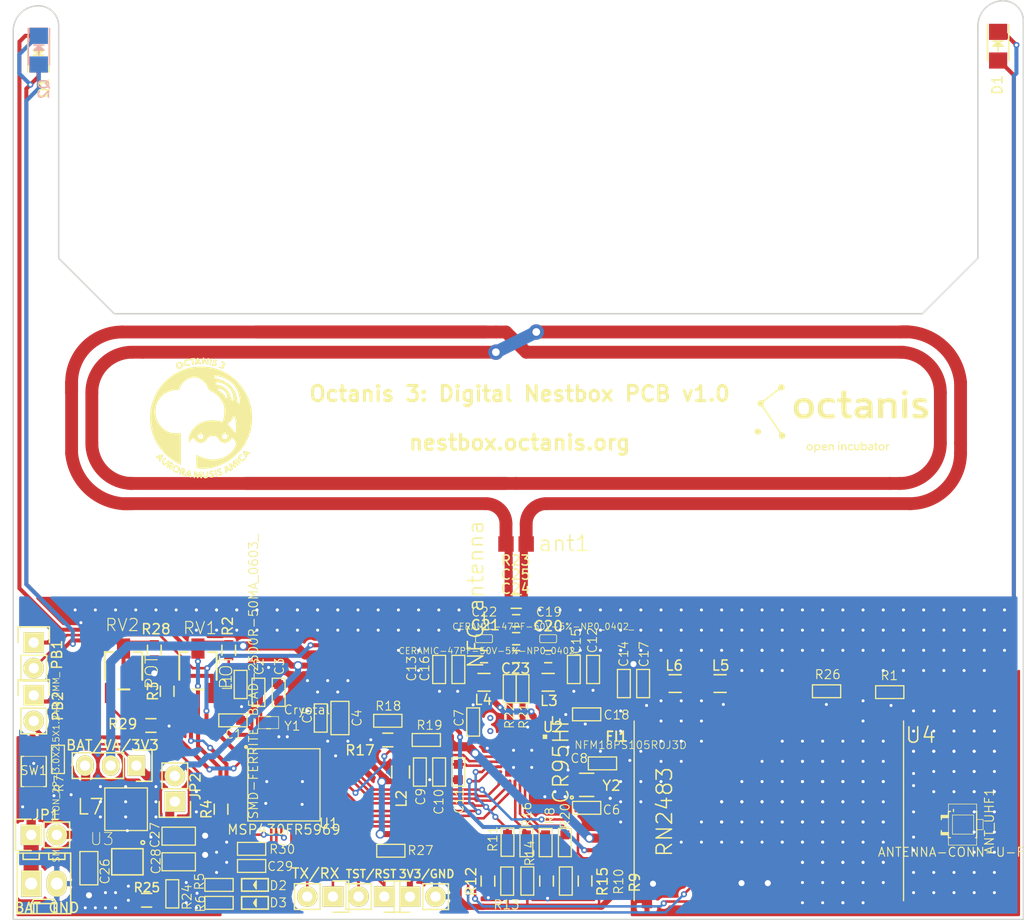
<source format=kicad_pcb>
(kicad_pcb (version 4) (host pcbnew 4.0.4-stable)
  (layers (0 F.Cu signal hide) (31 B.Cu signal) (34 B.Paste user) (35 F.Paste user) (36 B.SilkS user) (37 F.SilkS user) (38 B.Mask user) (39 F.Mask user) (44 Edge.Cuts user))
  (net 0 "")
  (net 1 "Net-(C2-Pad1)")
  (net 2 GND)
  (net 3 "Net-(C3-Pad1)")
  (net 4 +3V3)
  (net 5 "Net-(P1-Pad1)")
  (net 6 "Net-(P1-Pad2)")
  (net 7 +BATT)
  (net 8 /AVCC)
  (net 9 "Net-(C6-Pad1)")
  (net 10 "Net-(C7-Pad1)")
  (net 11 "Net-(C8-Pad1)")
  (net 12 "Net-(C10-Pad1)")
  (net 13 "Net-(C12-Pad1)")
  (net 14 "Net-(C13-Pad2)")
  (net 15 "Net-(C14-Pad2)")
  (net 16 "Net-(C19-Pad2)")
  (net 17 "Net-(C21-Pad1)")
  (net 18 "Net-(D1-Pad2)")
  (net 19 "Net-(FI1-Pad1)")
  (net 20 "Net-(L3-Pad1)")
  (net 21 "Net-(L4-Pad1)")
  (net 22 VDDA)
  (net 23 "Net-(L5-Pad2)")
  (net 24 "Net-(P2-Pad1)")
  (net 25 "Net-(P2-Pad2)")
  (net 26 "Net-(R3-Pad1)")
  (net 27 "Net-(R4-Pad1)")
  (net 28 "Net-(R8-Pad1)")
  (net 29 "Net-(R10-Pad2)")
  (net 30 NFC_IRQ_N)
  (net 31 "Net-(R11-Pad2)")
  (net 32 "Net-(R14-Pad1)")
  (net 33 "Net-(R16-Pad1)")
  (net 34 "Net-(R17-Pad2)")
  (net 35 NFC_WAKEUP_N)
  (net 36 "Net-(R20-Pad1)")
  (net 37 "Net-(R21-Pad1)")
  (net 38 "Net-(R22-Pad1)")
  (net 39 "Net-(R24-Pad1)")
  (net 40 SPI_SCK)
  (net 41 SPI_NFC_SEL_N)
  (net 42 SPI_MOSI)
  (net 43 SPI_MISO)
  (net 44 "Net-(D2-Pad+)")
  (net 45 "Net-(D2-Pad-)")
  (net 46 "Net-(D3-Pad+)")
  (net 47 "Net-(D3-Pad-)")
  (net 48 "Net-(L7-Pad1)")
  (net 49 "Net-(L7-Pad2)")
  (net 50 LORA_RX)
  (net 51 LORA_TX)
  (net 52 "Net-(ANT_UHF1-PadD)")
  (net 53 LORA_RST_N)
  (net 54 "Net-(C26-Pad1)")
  (net 55 "Net-(C27-Pad1)")
  (net 56 /light_barrier_out)
  (net 57 "Net-(PB2-Pad2)")
  (net 58 /light_barrier2_in)
  (net 59 "Net-(R29-Pad1)")
  (net 60 /light_barrier1_in)
  (net 61 "Net-(C29-Pad1)")
  (net 62 "Net-(R30-Pad1)")
  (module Octanis3:stitching_via (layer F.Cu) (at 98.9 127.2)
    (fp_text reference REF** hide)
    (fp_text value stitching_via hide)
    (pad 1 thru_hole circle (at 0 0) (size 0.6 0.6) (drill 0.3) (layers *.Cu) (net 2 GND))
  )
  (module Octanis3:stitching_via (layer F.Cu) (at 97.8 131.5)
    (fp_text reference REF** hide)
    (fp_text value stitching_via hide)
    (pad 1 thru_hole circle (at 0 0) (size 0.6 0.6) (drill 0.3) (layers *.Cu) (net 2 GND))
  )
  (module Octanis3:stitching_via (layer F.Cu) (at 100.9 130.4)
    (fp_text reference REF** hide)
    (fp_text value stitching_via hide)
    (pad 1 thru_hole circle (at 0 0) (size 0.6 0.6) (drill 0.3) (layers *.Cu) (net 2 GND))
  )
  (module Octanis3:stitching_via (layer F.Cu) (at 102.6 130.3)
    (fp_text reference REF** hide)
    (fp_text value stitching_via hide)
    (pad 1 thru_hole circle (at 0 0) (size 0.6 0.6) (drill 0.3) (layers *.Cu) (net 2 GND))
  )
  (module Octanis3:stitching_via (layer F.Cu) (at 149.5 130.5)
    (fp_text reference REF** hide)
    (fp_text value stitching_via hide)
    (pad 1 thru_hole circle (at 0 0) (size 0.6 0.6) (drill 0.3) (layers *.Cu) (net 2 GND))
  )
  (module Octanis3:stitching_via (layer F.Cu) (at 151.5 130.5)
    (fp_text reference REF** hide)
    (fp_text value stitching_via hide)
    (pad 1 thru_hole circle (at 0 0) (size 0.6 0.6) (drill 0.3) (layers *.Cu) (net 2 GND))
  )
  (module Octanis3:stitching_via (layer F.Cu) (at 150.5 130)
    (fp_text reference REF** hide)
    (fp_text value stitching_via hide)
    (pad 1 thru_hole circle (at 0 0) (size 0.6 0.6) (drill 0.3) (layers *.Cu) (net 2 GND))
  )
  (module Octanis3:stitching_via (layer F.Cu) (at 195 116)
    (fp_text reference REF** hide)
    (fp_text value stitching_via hide)
    (pad 1 thru_hole circle (at 0 0) (size 0.6 0.6) (drill 0.3) (layers *.Cu) (net 2 GND))
  )
  (module Octanis3:stitching_via (layer F.Cu) (at 195 114)
    (fp_text reference REF** hide)
    (fp_text value stitching_via hide)
    (pad 1 thru_hole circle (at 0 0) (size 0.6 0.6) (drill 0.3) (layers *.Cu) (net 2 GND))
  )
  (module Octanis3:stitching_via (layer F.Cu) (at 195 112)
    (fp_text reference REF** hide)
    (fp_text value stitching_via hide)
    (pad 1 thru_hole circle (at 0 0) (size 0.6 0.6) (drill 0.3) (layers *.Cu) (net 2 GND))
  )
  (module Octanis3:stitching_via (layer F.Cu) (at 127 120.126)
    (fp_text reference REF** hide)
    (fp_text value stitching_via hide)
    (pad 1 thru_hole circle (at 0 0) (size 0.6 0.6) (drill 0.3) (layers *.Cu) (net 2 GND))
  )
  (module Octanis3:stitching_via (layer F.Cu) (at 128.994 120.126)
    (fp_text reference REF** hide)
    (fp_text value stitching_via hide)
    (pad 1 thru_hole circle (at 0 0) (size 0.6 0.6) (drill 0.3) (layers *.Cu) (net 2 GND))
  )
  (module Octanis3:stitching_via (layer F.Cu) (at 126 122)
    (fp_text reference REF** hide)
    (fp_text value stitching_via hide)
    (pad 1 thru_hole circle (at 0 0) (size 0.6 0.6) (drill 0.3) (layers *.Cu) (net 2 GND))
  )
  (module Octanis3:stitching_via (layer F.Cu) (at 128 125)
    (fp_text reference REF** hide)
    (fp_text value stitching_via hide)
    (pad 1 thru_hole circle (at 0 0) (size 0.6 0.6) (drill 0.3) (layers *.Cu) (net 2 GND))
  )
  (module Octanis3:stitching_via (layer F.Cu) (at 130 125)
    (fp_text reference REF** hide)
    (fp_text value stitching_via hide)
    (pad 1 thru_hole circle (at 0 0) (size 0.6 0.6) (drill 0.3) (layers *.Cu) (net 2 GND))
  )
  (module Octanis3:stitching_via (layer F.Cu) (at 110.5 134.5)
    (fp_text reference REF** hide)
    (fp_text value stitching_via hide)
    (pad 1 thru_hole circle (at 0 0) (size 0.6 0.6) (drill 0.3) (layers *.Cu) (net 2 GND))
  )
  (module Octanis3:stitching_via (layer F.Cu) (at 111 132.5)
    (fp_text reference REF** hide)
    (fp_text value stitching_via hide)
    (pad 1 thru_hole circle (at 0 0) (size 0.6 0.6) (drill 0.3) (layers *.Cu) (net 2 GND))
  )
  (module Octanis3:stitching_via (layer F.Cu) (at 111 131)
    (fp_text reference REF** hide)
    (fp_text value stitching_via hide)
    (pad 1 thru_hole circle (at 0 0) (size 0.6 0.6) (drill 0.3) (layers *.Cu) (net 2 GND))
  )
  (module Octanis3:stitching_via (layer F.Cu) (at 111 129.5)
    (fp_text reference REF** hide)
    (fp_text value stitching_via hide)
    (pad 1 thru_hole circle (at 0 0) (size 0.6 0.6) (drill 0.3) (layers *.Cu) (net 2 GND))
  )
  (module Octanis3:stitching_via (layer F.Cu) (at 108 129.5)
    (fp_text reference REF** hide)
    (fp_text value stitching_via hide)
    (pad 1 thru_hole circle (at 0 0) (size 0.6 0.6) (drill 0.3) (layers *.Cu) (net 2 GND))
  )
  (module Octanis3:stitching_via (layer F.Cu) (at 108 131)
    (fp_text reference REF** hide)
    (fp_text value stitching_via hide)
    (pad 1 thru_hole circle (at 0 0) (size 0.6 0.6) (drill 0.3) (layers *.Cu) (net 2 GND))
  )
  (module Octanis3:stitching_via (layer F.Cu) (at 108 132.5)
    (fp_text reference REF** hide)
    (fp_text value stitching_via hide)
    (pad 1 thru_hole circle (at 0 0) (size 0.6 0.6) (drill 0.3) (layers *.Cu) (net 2 GND))
  )
  (module Octanis3:stitching_via (layer F.Cu) (at 105.5 132.5)
    (fp_text reference REF** hide)
    (fp_text value stitching_via hide)
    (pad 1 thru_hole circle (at 0 0) (size 0.6 0.6) (drill 0.3) (layers *.Cu) (net 2 GND))
  )
  (module Octanis3:stitching_via (layer F.Cu) (at 105.5 131)
    (fp_text reference REF** hide)
    (fp_text value stitching_via hide)
    (pad 1 thru_hole circle (at 0 0) (size 0.6 0.6) (drill 0.3) (layers *.Cu) (net 2 GND))
  )
  (module Octanis3:stitching_via (layer F.Cu) (at 105.5 129.5)
    (fp_text reference REF** hide)
    (fp_text value stitching_via hide)
    (pad 1 thru_hole circle (at 0 0) (size 0.6 0.6) (drill 0.3) (layers *.Cu) (net 2 GND))
  )
  (module Octanis3:stitching_via (layer F.Cu) (at 104 141.5)
    (fp_text reference REF** hide)
    (fp_text value stitching_via hide)
    (pad 1 thru_hole circle (at 0 0) (size 0.6 0.6) (drill 0.3) (layers *.Cu) (net 2 GND))
  )
  (module Octanis3:stitching_via (layer F.Cu) (at 105 141.5)
    (fp_text reference REF** hide)
    (fp_text value stitching_via hide)
    (pad 1 thru_hole circle (at 0 0) (size 0.6 0.6) (drill 0.3) (layers *.Cu) (net 2 GND))
  )
  (module Octanis3:stitching_via (layer F.Cu) (at 106 141.5)
    (fp_text reference REF** hide)
    (fp_text value stitching_via hide)
    (pad 1 thru_hole circle (at 0 0) (size 0.6 0.6) (drill 0.3) (layers *.Cu) (net 2 GND))
  )
  (module Octanis3:stitching_via (layer F.Cu) (at 106 140)
    (fp_text reference REF** hide)
    (fp_text value stitching_via hide)
    (pad 1 thru_hole circle (at 0 0) (size 0.6 0.6) (drill 0.3) (layers *.Cu) (net 2 GND))
  )
  (module Octanis3:stitching_via (layer F.Cu) (at 107 140)
    (fp_text reference REF** hide)
    (fp_text value stitching_via hide)
    (pad 1 thru_hole circle (at 0 0) (size 0.6 0.6) (drill 0.3) (layers *.Cu) (net 2 GND))
  )
  (module Octanis3:stitching_via (layer F.Cu) (at 107 141.5)
    (fp_text reference REF** hide)
    (fp_text value stitching_via hide)
    (pad 1 thru_hole circle (at 0 0) (size 0.6 0.6) (drill 0.3) (layers *.Cu) (net 2 GND))
  )
  (module Octanis3:stitching_via (layer F.Cu) (at 115 141.5)
    (fp_text reference REF** hide)
    (fp_text value stitching_via hide)
    (pad 1 thru_hole circle (at 0 0) (size 0.6 0.6) (drill 0.3) (layers *.Cu) (net 2 GND))
  )
  (module Octanis3:stitching_via (layer F.Cu) (at 114 141)
    (fp_text reference REF** hide)
    (fp_text value stitching_via hide)
    (pad 1 thru_hole circle (at 0 0) (size 0.6 0.6) (drill 0.3) (layers *.Cu) (net 2 GND))
  )
  (module Octanis3:stitching_via (layer F.Cu) (at 114 139)
    (fp_text reference REF** hide)
    (fp_text value stitching_via hide)
    (pad 1 thru_hole circle (at 0 0) (size 0.6 0.6) (drill 0.3) (layers *.Cu) (net 2 GND))
  )
  (module Octanis3:stitching_via (layer F.Cu) (at 115 130)
    (fp_text reference REF** hide)
    (fp_text value stitching_via hide)
    (pad 1 thru_hole circle (at 0 0) (size 0.6 0.6) (drill 0.3) (layers *.Cu) (net 2 GND))
  )
  (module Octanis3:stitching_via (layer F.Cu) (at 115 132)
    (fp_text reference REF** hide)
    (fp_text value stitching_via hide)
    (pad 1 thru_hole circle (at 0 0) (size 0.6 0.6) (drill 0.3) (layers *.Cu) (net 2 GND))
  )
  (module Octanis3:stitching_via (layer F.Cu) (at 118 137)
    (fp_text reference REF** hide)
    (fp_text value stitching_via hide)
    (pad 1 thru_hole circle (at 0 0) (size 0.6 0.6) (drill 0.3) (layers *.Cu) (net 2 GND))
  )
  (module Octanis3:stitching_via (layer F.Cu) (at 118 135)
    (fp_text reference REF** hide)
    (fp_text value stitching_via hide)
    (pad 1 thru_hole circle (at 0 0) (size 0.6 0.6) (drill 0.3) (layers *.Cu) (net 2 GND))
  )
  (module Octanis3:stitching_via (layer F.Cu) (at 117 136)
    (fp_text reference REF** hide)
    (fp_text value stitching_via hide)
    (pad 1 thru_hole circle (at 0 0) (size 0.6 0.6) (drill 0.3) (layers *.Cu) (net 2 GND))
  )
  (module Octanis3:stitching_via (layer F.Cu) (at 117 138)
    (fp_text reference REF** hide)
    (fp_text value stitching_via hide)
    (pad 1 thru_hole circle (at 0 0) (size 0.6 0.6) (drill 0.3) (layers *.Cu) (net 2 GND))
  )
  (module Octanis3:stitching_via (layer F.Cu) (at 137 118)
    (fp_text reference REF** hide)
    (fp_text value stitching_via hide)
    (pad 1 thru_hole circle (at 0 0) (size 0.6 0.6) (drill 0.3) (layers *.Cu) (net 2 GND))
  )
  (module Octanis3:stitching_via (layer F.Cu) (at 135 116)
    (fp_text reference REF** hide)
    (fp_text value stitching_via hide)
    (pad 1 thru_hole circle (at 0 0) (size 0.6 0.6) (drill 0.3) (layers *.Cu) (net 2 GND))
  )
  (module Octanis3:stitching_via (layer F.Cu) (at 137 116)
    (fp_text reference REF** hide)
    (fp_text value stitching_via hide)
    (pad 1 thru_hole circle (at 0 0) (size 0.6 0.6) (drill 0.3) (layers *.Cu) (net 2 GND))
  )
  (module Octanis3:stitching_via (layer F.Cu) (at 130 119)
    (fp_text reference REF** hide)
    (fp_text value stitching_via hide)
    (pad 1 thru_hole circle (at 0 0) (size 0.6 0.6) (drill 0.3) (layers *.Cu) (net 2 GND))
  )
  (module Octanis3:stitching_via (layer F.Cu) (at 128 119)
    (fp_text reference REF** hide)
    (fp_text value stitching_via hide)
    (pad 1 thru_hole circle (at 0 0) (size 0.6 0.6) (drill 0.3) (layers *.Cu) (net 2 GND))
  )
  (module Octanis3:stitching_via (layer F.Cu) (at 126 119)
    (fp_text reference REF** hide)
    (fp_text value stitching_via hide)
    (pad 1 thru_hole circle (at 0 0) (size 0.6 0.6) (drill 0.3) (layers *.Cu) (net 2 GND))
  )
  (module Octanis3:stitching_via (layer F.Cu) (at 137 114)
    (fp_text reference REF** hide)
    (fp_text value stitching_via hide)
    (pad 1 thru_hole circle (at 0 0) (size 0.6 0.6) (drill 0.3) (layers *.Cu) (net 2 GND))
  )
  (module Octanis3:stitching_via (layer F.Cu) (at 135 114)
    (fp_text reference REF** hide)
    (fp_text value stitching_via hide)
    (pad 1 thru_hole circle (at 0 0) (size 0.6 0.6) (drill 0.3) (layers *.Cu) (net 2 GND))
  )
  (module Octanis3:stitching_via (layer F.Cu) (at 141 114)
    (fp_text reference REF** hide)
    (fp_text value stitching_via hide)
    (pad 1 thru_hole circle (at 0 0) (size 0.6 0.6) (drill 0.3) (layers *.Cu) (net 2 GND))
  )
  (module Octanis3:stitching_via (layer F.Cu) (at 139 114)
    (fp_text reference REF** hide)
    (fp_text value stitching_via hide)
    (pad 1 thru_hole circle (at 0 0) (size 0.6 0.6) (drill 0.3) (layers *.Cu) (net 2 GND))
  )
  (module Octanis3:stitching_via (layer F.Cu) (at 117 114)
    (fp_text reference REF** hide)
    (fp_text value stitching_via hide)
    (pad 1 thru_hole circle (at 0 0) (size 0.6 0.6) (drill 0.3) (layers *.Cu) (net 2 GND))
  )
  (module Octanis3:stitching_via (layer F.Cu) (at 119 114)
    (fp_text reference REF** hide)
    (fp_text value stitching_via hide)
    (pad 1 thru_hole circle (at 0 0) (size 0.6 0.6) (drill 0.3) (layers *.Cu) (net 2 GND))
  )
  (module Octanis3:stitching_via (layer F.Cu) (at 133 114)
    (fp_text reference REF** hide)
    (fp_text value stitching_via hide)
    (pad 1 thru_hole circle (at 0 0) (size 0.6 0.6) (drill 0.3) (layers *.Cu) (net 2 GND))
  )
  (module Octanis3:stitching_via (layer F.Cu) (at 131 114)
    (fp_text reference REF** hide)
    (fp_text value stitching_via hide)
    (pad 1 thru_hole circle (at 0 0) (size 0.6 0.6) (drill 0.3) (layers *.Cu) (net 2 GND))
  )
  (module Octanis3:stitching_via (layer F.Cu) (at 129 114)
    (fp_text reference REF** hide)
    (fp_text value stitching_via hide)
    (pad 1 thru_hole circle (at 0 0) (size 0.6 0.6) (drill 0.3) (layers *.Cu) (net 2 GND))
  )
  (module Octanis3:stitching_via (layer F.Cu) (at 127 114)
    (fp_text reference REF** hide)
    (fp_text value stitching_via hide)
    (pad 1 thru_hole circle (at 0 0) (size 0.6 0.6) (drill 0.3) (layers *.Cu) (net 2 GND))
  )
  (module Octanis3:stitching_via (layer F.Cu) (at 123 114)
    (fp_text reference REF** hide)
    (fp_text value stitching_via hide)
    (pad 1 thru_hole circle (at 0 0) (size 0.6 0.6) (drill 0.3) (layers *.Cu) (net 2 GND))
  )
  (module Octanis3:stitching_via (layer F.Cu) (at 121 114)
    (fp_text reference REF** hide)
    (fp_text value stitching_via hide)
    (pad 1 thru_hole circle (at 0 0) (size 0.6 0.6) (drill 0.3) (layers *.Cu) (net 2 GND))
  )
  (module Octanis3:stitching_via (layer F.Cu) (at 125 114)
    (fp_text reference REF** hide)
    (fp_text value stitching_via hide)
    (pad 1 thru_hole circle (at 0 0) (size 0.6 0.6) (drill 0.3) (layers *.Cu) (net 2 GND))
  )
  (module Octanis3:stitching_via (layer F.Cu) (at 115 114)
    (fp_text reference REF** hide)
    (fp_text value stitching_via hide)
    (pad 1 thru_hole circle (at 0 0) (size 0.6 0.6) (drill 0.3) (layers *.Cu) (net 2 GND))
  )
  (module Octanis3:stitching_via (layer F.Cu) (at 125 112)
    (fp_text reference REF** hide)
    (fp_text value stitching_via hide)
    (pad 1 thru_hole circle (at 0 0) (size 0.6 0.6) (drill 0.3) (layers *.Cu) (net 2 GND))
  )
  (module Octanis3:stitching_via (layer F.Cu) (at 123 112)
    (fp_text reference REF** hide)
    (fp_text value stitching_via hide)
    (pad 1 thru_hole circle (at 0 0) (size 0.6 0.6) (drill 0.3) (layers *.Cu) (net 2 GND))
  )
  (module Octanis3:stitching_via (layer F.Cu) (at 129 112)
    (fp_text reference REF** hide)
    (fp_text value stitching_via hide)
    (pad 1 thru_hole circle (at 0 0) (size 0.6 0.6) (drill 0.3) (layers *.Cu) (net 2 GND))
  )
  (module Octanis3:stitching_via (layer F.Cu) (at 127 112)
    (fp_text reference REF** hide)
    (fp_text value stitching_via hide)
    (pad 1 thru_hole circle (at 0 0) (size 0.6 0.6) (drill 0.3) (layers *.Cu) (net 2 GND))
  )
  (module Octanis3:stitching_via (layer F.Cu) (at 105 112)
    (fp_text reference REF** hide)
    (fp_text value stitching_via hide)
    (pad 1 thru_hole circle (at 0 0) (size 0.6 0.6) (drill 0.3) (layers *.Cu) (net 2 GND))
  )
  (module Octanis3:stitching_via (layer F.Cu) (at 107 112)
    (fp_text reference REF** hide)
    (fp_text value stitching_via hide)
    (pad 1 thru_hole circle (at 0 0) (size 0.6 0.6) (drill 0.3) (layers *.Cu) (net 2 GND))
  )
  (module Octanis3:stitching_via (layer F.Cu) (at 121 112)
    (fp_text reference REF** hide)
    (fp_text value stitching_via hide)
    (pad 1 thru_hole circle (at 0 0) (size 0.6 0.6) (drill 0.3) (layers *.Cu) (net 2 GND))
  )
  (module Octanis3:stitching_via (layer F.Cu) (at 119 112)
    (fp_text reference REF** hide)
    (fp_text value stitching_via hide)
    (pad 1 thru_hole circle (at 0 0) (size 0.6 0.6) (drill 0.3) (layers *.Cu) (net 2 GND))
  )
  (module Octanis3:stitching_via (layer F.Cu) (at 117 112)
    (fp_text reference REF** hide)
    (fp_text value stitching_via hide)
    (pad 1 thru_hole circle (at 0 0) (size 0.6 0.6) (drill 0.3) (layers *.Cu) (net 2 GND))
  )
  (module Octanis3:stitching_via (layer F.Cu) (at 115 112)
    (fp_text reference REF** hide)
    (fp_text value stitching_via hide)
    (pad 1 thru_hole circle (at 0 0) (size 0.6 0.6) (drill 0.3) (layers *.Cu) (net 2 GND))
  )
  (module Octanis3:stitching_via (layer F.Cu) (at 111 112)
    (fp_text reference REF** hide)
    (fp_text value stitching_via hide)
    (pad 1 thru_hole circle (at 0 0) (size 0.6 0.6) (drill 0.3) (layers *.Cu) (net 2 GND))
  )
  (module Octanis3:stitching_via (layer F.Cu) (at 109 112)
    (fp_text reference REF** hide)
    (fp_text value stitching_via hide)
    (pad 1 thru_hole circle (at 0 0) (size 0.6 0.6) (drill 0.3) (layers *.Cu) (net 2 GND))
  )
  (module Octanis3:stitching_via (layer F.Cu) (at 113 112)
    (fp_text reference REF** hide)
    (fp_text value stitching_via hide)
    (pad 1 thru_hole circle (at 0 0) (size 0.6 0.6) (drill 0.3) (layers *.Cu) (net 2 GND))
  )
  (module Octanis3:stitching_via (layer F.Cu) (at 103 112)
    (fp_text reference REF** hide)
    (fp_text value stitching_via hide)
    (pad 1 thru_hole circle (at 0 0) (size 0.6 0.6) (drill 0.3) (layers *.Cu) (net 2 GND))
  )
  (module Octanis3:stitching_via (layer F.Cu) (at 137 112)
    (fp_text reference REF** hide)
    (fp_text value stitching_via hide)
    (pad 1 thru_hole circle (at 0 0) (size 0.6 0.6) (drill 0.3) (layers *.Cu) (net 2 GND))
  )
  (module Octanis3:stitching_via (layer F.Cu) (at 135 112)
    (fp_text reference REF** hide)
    (fp_text value stitching_via hide)
    (pad 1 thru_hole circle (at 0 0) (size 0.6 0.6) (drill 0.3) (layers *.Cu) (net 2 GND))
  )
  (module Octanis3:stitching_via (layer F.Cu) (at 141 112)
    (fp_text reference REF** hide)
    (fp_text value stitching_via hide)
    (pad 1 thru_hole circle (at 0 0) (size 0.6 0.6) (drill 0.3) (layers *.Cu) (net 2 GND))
  )
  (module Octanis3:stitching_via (layer F.Cu) (at 139 112)
    (fp_text reference REF** hide)
    (fp_text value stitching_via hide)
    (pad 1 thru_hole circle (at 0 0) (size 0.6 0.6) (drill 0.3) (layers *.Cu) (net 2 GND))
  )
  (module Octanis3:stitching_via (layer F.Cu) (at 117 112)
    (fp_text reference REF** hide)
    (fp_text value stitching_via hide)
    (pad 1 thru_hole circle (at 0 0) (size 0.6 0.6) (drill 0.3) (layers *.Cu) (net 2 GND))
  )
  (module Octanis3:stitching_via (layer F.Cu) (at 119 112)
    (fp_text reference REF** hide)
    (fp_text value stitching_via hide)
    (pad 1 thru_hole circle (at 0 0) (size 0.6 0.6) (drill 0.3) (layers *.Cu) (net 2 GND))
  )
  (module Octanis3:stitching_via (layer F.Cu) (at 133 112)
    (fp_text reference REF** hide)
    (fp_text value stitching_via hide)
    (pad 1 thru_hole circle (at 0 0) (size 0.6 0.6) (drill 0.3) (layers *.Cu) (net 2 GND))
  )
  (module Octanis3:stitching_via (layer F.Cu) (at 131 112)
    (fp_text reference REF** hide)
    (fp_text value stitching_via hide)
    (pad 1 thru_hole circle (at 0 0) (size 0.6 0.6) (drill 0.3) (layers *.Cu) (net 2 GND))
  )
  (module Octanis3:stitching_via (layer F.Cu) (at 129 112)
    (fp_text reference REF** hide)
    (fp_text value stitching_via hide)
    (pad 1 thru_hole circle (at 0 0) (size 0.6 0.6) (drill 0.3) (layers *.Cu) (net 2 GND))
  )
  (module Octanis3:stitching_via (layer F.Cu) (at 127 112)
    (fp_text reference REF** hide)
    (fp_text value stitching_via hide)
    (pad 1 thru_hole circle (at 0 0) (size 0.6 0.6) (drill 0.3) (layers *.Cu) (net 2 GND))
  )
  (module Octanis3:stitching_via (layer F.Cu) (at 123 112)
    (fp_text reference REF** hide)
    (fp_text value stitching_via hide)
    (pad 1 thru_hole circle (at 0 0) (size 0.6 0.6) (drill 0.3) (layers *.Cu) (net 2 GND))
  )
  (module Octanis3:stitching_via (layer F.Cu) (at 121 112)
    (fp_text reference REF** hide)
    (fp_text value stitching_via hide)
    (pad 1 thru_hole circle (at 0 0) (size 0.6 0.6) (drill 0.3) (layers *.Cu) (net 2 GND))
  )
  (module Octanis3:stitching_via (layer F.Cu) (at 125 112)
    (fp_text reference REF** hide)
    (fp_text value stitching_via hide)
    (pad 1 thru_hole circle (at 0 0) (size 0.6 0.6) (drill 0.3) (layers *.Cu) (net 2 GND))
  )
  (module Octanis3:stitching_via (layer F.Cu) (at 115 112)
    (fp_text reference REF** hide)
    (fp_text value stitching_via hide)
    (pad 1 thru_hole circle (at 0 0) (size 0.6 0.6) (drill 0.3) (layers *.Cu) (net 2 GND))
  )
  (module Octanis3:stitching_via (layer F.Cu) (at 155 126)
    (fp_text reference REF** hide)
    (fp_text value stitching_via hide)
    (pad 1 thru_hole circle (at 0 0) (size 0.6 0.6) (drill 0.3) (layers *.Cu) (net 2 GND))
  )
  (module Octanis3:stitching_via (layer F.Cu) (at 157 124)
    (fp_text reference REF** hide)
    (fp_text value stitching_via hide)
    (pad 1 thru_hole circle (at 0 0) (size 0.6 0.6) (drill 0.3) (layers *.Cu) (net 2 GND))
  )
  (module Octanis3:stitching_via (layer F.Cu) (at 157 122)
    (fp_text reference REF** hide)
    (fp_text value stitching_via hide)
    (pad 1 thru_hole circle (at 0 0) (size 0.6 0.6) (drill 0.3) (layers *.Cu) (net 2 GND))
  )
  (module Octanis3:stitching_via (layer F.Cu) (at 157 129)
    (fp_text reference REF** hide)
    (fp_text value stitching_via hide)
    (pad 1 thru_hole circle (at 0 0) (size 0.6 0.6) (drill 0.3) (layers *.Cu) (net 2 GND))
  )
  (module Octanis3:stitching_via (layer F.Cu) (at 157 131)
    (fp_text reference REF** hide)
    (fp_text value stitching_via hide)
    (pad 1 thru_hole circle (at 0 0) (size 0.6 0.6) (drill 0.3) (layers *.Cu) (net 2 GND))
  )
  (module Octanis3:stitching_via (layer F.Cu) (at 159 129)
    (fp_text reference REF** hide)
    (fp_text value stitching_via hide)
    (pad 1 thru_hole circle (at 0 0) (size 0.6 0.6) (drill 0.3) (layers *.Cu) (net 2 GND))
  )
  (module Octanis3:stitching_via (layer F.Cu) (at 159 126)
    (fp_text reference REF** hide)
    (fp_text value stitching_via hide)
    (pad 1 thru_hole circle (at 0 0) (size 0.6 0.6) (drill 0.3) (layers *.Cu) (net 2 GND))
  )
  (module Octanis3:stitching_via (layer F.Cu) (at 161 127)
    (fp_text reference REF** hide)
    (fp_text value stitching_via hide)
    (pad 1 thru_hole circle (at 0 0) (size 0.6 0.6) (drill 0.3) (layers *.Cu) (net 2 GND))
  )
  (module Octanis3:stitching_via (layer F.Cu) (at 161 121)
    (fp_text reference REF** hide)
    (fp_text value stitching_via hide)
    (pad 1 thru_hole circle (at 0 0) (size 0.6 0.6) (drill 0.3) (layers *.Cu) (net 2 GND))
  )
  (module Octanis3:stitching_via (layer F.Cu) (at 161 123)
    (fp_text reference REF** hide)
    (fp_text value stitching_via hide)
    (pad 1 thru_hole circle (at 0 0) (size 0.6 0.6) (drill 0.3) (layers *.Cu) (net 2 GND))
  )
  (module Octanis3:stitching_via (layer F.Cu) (at 161 125)
    (fp_text reference REF** hide)
    (fp_text value stitching_via hide)
    (pad 1 thru_hole circle (at 0 0) (size 0.6 0.6) (drill 0.3) (layers *.Cu) (net 2 GND))
  )
  (module Octanis3:stitching_via (layer F.Cu) (at 163 125)
    (fp_text reference REF** hide)
    (fp_text value stitching_via hide)
    (pad 1 thru_hole circle (at 0 0) (size 0.6 0.6) (drill 0.3) (layers *.Cu) (net 2 GND))
  )
  (module Octanis3:stitching_via (layer F.Cu) (at 163 123)
    (fp_text reference REF** hide)
    (fp_text value stitching_via hide)
    (pad 1 thru_hole circle (at 0 0) (size 0.6 0.6) (drill 0.3) (layers *.Cu) (net 2 GND))
  )
  (module Octanis3:stitching_via (layer F.Cu) (at 163 121)
    (fp_text reference REF** hide)
    (fp_text value stitching_via hide)
    (pad 1 thru_hole circle (at 0 0) (size 0.6 0.6) (drill 0.3) (layers *.Cu) (net 2 GND))
  )
  (module Octanis3:stitching_via (layer F.Cu) (at 165 121)
    (fp_text reference REF** hide)
    (fp_text value stitching_via hide)
    (pad 1 thru_hole circle (at 0 0) (size 0.6 0.6) (drill 0.3) (layers *.Cu) (net 2 GND))
  )
  (module Octanis3:stitching_via (layer F.Cu) (at 165 123)
    (fp_text reference REF** hide)
    (fp_text value stitching_via hide)
    (pad 1 thru_hole circle (at 0 0) (size 0.6 0.6) (drill 0.3) (layers *.Cu) (net 2 GND))
  )
  (module Octanis3:stitching_via (layer F.Cu) (at 165 125)
    (fp_text reference REF** hide)
    (fp_text value stitching_via hide)
    (pad 1 thru_hole circle (at 0 0) (size 0.6 0.6) (drill 0.3) (layers *.Cu) (net 2 GND))
  )
  (module Octanis3:stitching_via (layer F.Cu) (at 163 127)
    (fp_text reference REF** hide)
    (fp_text value stitching_via hide)
    (pad 1 thru_hole circle (at 0 0) (size 0.6 0.6) (drill 0.3) (layers *.Cu) (net 2 GND))
  )
  (module Octanis3:stitching_via (layer F.Cu) (at 161 129)
    (fp_text reference REF** hide)
    (fp_text value stitching_via hide)
    (pad 1 thru_hole circle (at 0 0) (size 0.6 0.6) (drill 0.3) (layers *.Cu) (net 2 GND))
  )
  (module Octanis3:stitching_via (layer F.Cu) (at 159 131)
    (fp_text reference REF** hide)
    (fp_text value stitching_via hide)
    (pad 1 thru_hole circle (at 0 0) (size 0.6 0.6) (drill 0.3) (layers *.Cu) (net 2 GND))
  )
  (module Octanis3:stitching_via (layer F.Cu) (at 157 133)
    (fp_text reference REF** hide)
    (fp_text value stitching_via hide)
    (pad 1 thru_hole circle (at 0 0) (size 0.6 0.6) (drill 0.3) (layers *.Cu) (net 2 GND))
  )
  (module Octanis3:stitching_via (layer F.Cu) (at 181 121)
    (fp_text reference REF** hide)
    (fp_text value stitching_via hide)
    (pad 1 thru_hole circle (at 0 0) (size 0.6 0.6) (drill 0.3) (layers *.Cu) (net 2 GND))
  )
  (module Octanis3:stitching_via (layer F.Cu) (at 181 123)
    (fp_text reference REF** hide)
    (fp_text value stitching_via hide)
    (pad 1 thru_hole circle (at 0 0) (size 0.6 0.6) (drill 0.3) (layers *.Cu) (net 2 GND))
  )
  (module Octanis3:stitching_via (layer F.Cu) (at 173 125)
    (fp_text reference REF** hide)
    (fp_text value stitching_via hide)
    (pad 1 thru_hole circle (at 0 0) (size 0.6 0.6) (drill 0.3) (layers *.Cu) (net 2 GND))
  )
  (module Octanis3:stitching_via (layer F.Cu) (at 167 131)
    (fp_text reference REF** hide)
    (fp_text value stitching_via hide)
    (pad 1 thru_hole circle (at 0 0) (size 0.6 0.6) (drill 0.3) (layers *.Cu) (net 2 GND))
  )
  (module Octanis3:stitching_via (layer F.Cu) (at 167 131)
    (fp_text reference REF** hide)
    (fp_text value stitching_via hide)
    (pad 1 thru_hole circle (at 0 0) (size 0.6 0.6) (drill 0.3) (layers *.Cu) (net 2 GND))
  )
  (module Octanis3:stitching_via (layer F.Cu) (at 167 133)
    (fp_text reference REF** hide)
    (fp_text value stitching_via hide)
    (pad 1 thru_hole circle (at 0 0) (size 0.6 0.6) (drill 0.3) (layers *.Cu) (net 2 GND))
  )
  (module Octanis3:stitching_via (layer F.Cu) (at 167 133)
    (fp_text reference REF** hide)
    (fp_text value stitching_via hide)
    (pad 1 thru_hole circle (at 0 0) (size 0.6 0.6) (drill 0.3) (layers *.Cu) (net 2 GND))
  )
  (module Octanis3:stitching_via (layer F.Cu) (at 167 133)
    (fp_text reference REF** hide)
    (fp_text value stitching_via hide)
    (pad 1 thru_hole circle (at 0 0) (size 0.6 0.6) (drill 0.3) (layers *.Cu) (net 2 GND))
  )
  (module Octanis3:stitching_via (layer F.Cu) (at 167 131)
    (fp_text reference REF** hide)
    (fp_text value stitching_via hide)
    (pad 1 thru_hole circle (at 0 0) (size 0.6 0.6) (drill 0.3) (layers *.Cu) (net 2 GND))
  )
  (module Octanis3:stitching_via (layer F.Cu) (at 165 133)
    (fp_text reference REF** hide)
    (fp_text value stitching_via hide)
    (pad 1 thru_hole circle (at 0 0) (size 0.6 0.6) (drill 0.3) (layers *.Cu) (net 2 GND))
  )
  (module Octanis3:stitching_via (layer F.Cu) (at 165 135)
    (fp_text reference REF** hide)
    (fp_text value stitching_via hide)
    (pad 1 thru_hole circle (at 0 0) (size 0.6 0.6) (drill 0.3) (layers *.Cu) (net 2 GND))
  )
  (module Octanis3:stitching_via (layer F.Cu) (at 167 135)
    (fp_text reference REF** hide)
    (fp_text value stitching_via hide)
    (pad 1 thru_hole circle (at 0 0) (size 0.6 0.6) (drill 0.3) (layers *.Cu) (net 2 GND))
  )
  (module Octanis3:stitching_via (layer F.Cu) (at 167 133)
    (fp_text reference REF** hide)
    (fp_text value stitching_via hide)
    (pad 1 thru_hole circle (at 0 0) (size 0.6 0.6) (drill 0.3) (layers *.Cu) (net 2 GND))
  )
  (module Octanis3:stitching_via (layer F.Cu) (at 177 139)
    (fp_text reference REF** hide)
    (fp_text value stitching_via hide)
    (pad 1 thru_hole circle (at 0 0) (size 0.6 0.6) (drill 0.3) (layers *.Cu) (net 2 GND))
  )
  (module Octanis3:stitching_via (layer F.Cu) (at 175 141)
    (fp_text reference REF** hide)
    (fp_text value stitching_via hide)
    (pad 1 thru_hole circle (at 0 0) (size 0.6 0.6) (drill 0.3) (layers *.Cu) (net 2 GND))
  )
  (module Octanis3:stitching_via (layer F.Cu) (at 175 139)
    (fp_text reference REF** hide)
    (fp_text value stitching_via hide)
    (pad 1 thru_hole circle (at 0 0) (size 0.6 0.6) (drill 0.3) (layers *.Cu) (net 2 GND))
  )
  (module Octanis3:stitching_via (layer F.Cu) (at 177 141)
    (fp_text reference REF** hide)
    (fp_text value stitching_via hide)
    (pad 1 thru_hole circle (at 0 0) (size 0.6 0.6) (drill 0.3) (layers *.Cu) (net 2 GND))
  )
  (module Octanis3:stitching_via (layer F.Cu) (at 175 137)
    (fp_text reference REF** hide)
    (fp_text value stitching_via hide)
    (pad 1 thru_hole circle (at 0 0) (size 0.6 0.6) (drill 0.3) (layers *.Cu) (net 2 GND))
  )
  (module Octanis3:stitching_via (layer F.Cu) (at 177 133)
    (fp_text reference REF** hide)
    (fp_text value stitching_via hide)
    (pad 1 thru_hole circle (at 0 0) (size 0.6 0.6) (drill 0.3) (layers *.Cu) (net 2 GND))
  )
  (module Octanis3:stitching_via (layer F.Cu) (at 175 133)
    (fp_text reference REF** hide)
    (fp_text value stitching_via hide)
    (pad 1 thru_hole circle (at 0 0) (size 0.6 0.6) (drill 0.3) (layers *.Cu) (net 2 GND))
  )
  (module Octanis3:stitching_via (layer F.Cu) (at 175 135)
    (fp_text reference REF** hide)
    (fp_text value stitching_via hide)
    (pad 1 thru_hole circle (at 0 0) (size 0.6 0.6) (drill 0.3) (layers *.Cu) (net 2 GND))
  )
  (module Octanis3:stitching_via (layer F.Cu) (at 175 137)
    (fp_text reference REF** hide)
    (fp_text value stitching_via hide)
    (pad 1 thru_hole circle (at 0 0) (size 0.6 0.6) (drill 0.3) (layers *.Cu) (net 2 GND))
  )
  (module Octanis3:stitching_via (layer F.Cu) (at 175 137)
    (fp_text reference REF** hide)
    (fp_text value stitching_via hide)
    (pad 1 thru_hole circle (at 0 0) (size 0.6 0.6) (drill 0.3) (layers *.Cu) (net 2 GND))
  )
  (module Octanis3:stitching_via (layer F.Cu) (at 181 137)
    (fp_text reference REF** hide)
    (fp_text value stitching_via hide)
    (pad 1 thru_hole circle (at 0 0) (size 0.6 0.6) (drill 0.3) (layers *.Cu) (net 2 GND))
  )
  (module Octanis3:stitching_via (layer F.Cu) (at 181 137)
    (fp_text reference REF** hide)
    (fp_text value stitching_via hide)
    (pad 1 thru_hole circle (at 0 0) (size 0.6 0.6) (drill 0.3) (layers *.Cu) (net 2 GND))
  )
  (module Octanis3:stitching_via (layer F.Cu) (at 183 135)
    (fp_text reference REF** hide)
    (fp_text value stitching_via hide)
    (pad 1 thru_hole circle (at 0 0) (size 0.6 0.6) (drill 0.3) (layers *.Cu) (net 2 GND))
  )
  (module Octanis3:stitching_via (layer F.Cu) (at 181 135)
    (fp_text reference REF** hide)
    (fp_text value stitching_via hide)
    (pad 1 thru_hole circle (at 0 0) (size 0.6 0.6) (drill 0.3) (layers *.Cu) (net 2 GND))
  )
  (module Octanis3:stitching_via (layer F.Cu) (at 179 137)
    (fp_text reference REF** hide)
    (fp_text value stitching_via hide)
    (pad 1 thru_hole circle (at 0 0) (size 0.6 0.6) (drill 0.3) (layers *.Cu) (net 2 GND))
  )
  (module Octanis3:stitching_via (layer F.Cu) (at 177 137)
    (fp_text reference REF** hide)
    (fp_text value stitching_via hide)
    (pad 1 thru_hole circle (at 0 0) (size 0.6 0.6) (drill 0.3) (layers *.Cu) (net 2 GND))
  )
  (module Octanis3:stitching_via (layer F.Cu) (at 177 137)
    (fp_text reference REF** hide)
    (fp_text value stitching_via hide)
    (pad 1 thru_hole circle (at 0 0) (size 0.6 0.6) (drill 0.3) (layers *.Cu) (net 2 GND))
  )
  (module Octanis3:stitching_via (layer F.Cu) (at 177 137)
    (fp_text reference REF** hide)
    (fp_text value stitching_via hide)
    (pad 1 thru_hole circle (at 0 0) (size 0.6 0.6) (drill 0.3) (layers *.Cu) (net 2 GND))
  )
  (module Octanis3:stitching_via (layer F.Cu) (at 179 135)
    (fp_text reference REF** hide)
    (fp_text value stitching_via hide)
    (pad 1 thru_hole circle (at 0 0) (size 0.6 0.6) (drill 0.3) (layers *.Cu) (net 2 GND))
  )
  (module Octanis3:stitching_via (layer F.Cu) (at 177 135)
    (fp_text reference REF** hide)
    (fp_text value stitching_via hide)
    (pad 1 thru_hole circle (at 0 0) (size 0.6 0.6) (drill 0.3) (layers *.Cu) (net 2 GND))
  )
  (module Octanis3:stitching_via (layer F.Cu) (at 179 137)
    (fp_text reference REF** hide)
    (fp_text value stitching_via hide)
    (pad 1 thru_hole circle (at 0 0) (size 0.6 0.6) (drill 0.3) (layers *.Cu) (net 2 GND))
  )
  (module Octanis3:stitching_via (layer F.Cu) (at 179 137)
    (fp_text reference REF** hide)
    (fp_text value stitching_via hide)
    (pad 1 thru_hole circle (at 0 0) (size 0.6 0.6) (drill 0.3) (layers *.Cu) (net 2 GND))
  )
  (module Octanis3:stitching_via (layer F.Cu) (at 179 141)
    (fp_text reference REF** hide)
    (fp_text value stitching_via hide)
    (pad 1 thru_hole circle (at 0 0) (size 0.6 0.6) (drill 0.3) (layers *.Cu) (net 2 GND))
  )
  (module Octanis3:stitching_via (layer F.Cu) (at 179 139)
    (fp_text reference REF** hide)
    (fp_text value stitching_via hide)
    (pad 1 thru_hole circle (at 0 0) (size 0.6 0.6) (drill 0.3) (layers *.Cu) (net 2 GND))
  )
  (module Octanis3:stitching_via (layer F.Cu) (at 179 141)
    (fp_text reference REF** hide)
    (fp_text value stitching_via hide)
    (pad 1 thru_hole circle (at 0 0) (size 0.6 0.6) (drill 0.3) (layers *.Cu) (net 2 GND))
  )
  (module Octanis3:stitching_via (layer F.Cu) (at 181 141)
    (fp_text reference REF** hide)
    (fp_text value stitching_via hide)
    (pad 1 thru_hole circle (at 0 0) (size 0.6 0.6) (drill 0.3) (layers *.Cu) (net 2 GND))
  )
  (module Octanis3:stitching_via (layer F.Cu) (at 181 139)
    (fp_text reference REF** hide)
    (fp_text value stitching_via hide)
    (pad 1 thru_hole circle (at 0 0) (size 0.6 0.6) (drill 0.3) (layers *.Cu) (net 2 GND))
  )
  (module Octanis3:stitching_via (layer F.Cu) (at 179 139)
    (fp_text reference REF** hide)
    (fp_text value stitching_via hide)
    (pad 1 thru_hole circle (at 0 0) (size 0.6 0.6) (drill 0.3) (layers *.Cu) (net 2 GND))
  )
  (module Octanis3:stitching_via (layer F.Cu) (at 183 137)
    (fp_text reference REF** hide)
    (fp_text value stitching_via hide)
    (pad 1 thru_hole circle (at 0 0) (size 0.6 0.6) (drill 0.3) (layers *.Cu) (net 2 GND))
  )
  (module Octanis3:stitching_via (layer F.Cu) (at 183 139)
    (fp_text reference REF** hide)
    (fp_text value stitching_via hide)
    (pad 1 thru_hole circle (at 0 0) (size 0.6 0.6) (drill 0.3) (layers *.Cu) (net 2 GND))
  )
  (module Octanis3:stitching_via (layer F.Cu) (at 183 137)
    (fp_text reference REF** hide)
    (fp_text value stitching_via hide)
    (pad 1 thru_hole circle (at 0 0) (size 0.6 0.6) (drill 0.3) (layers *.Cu) (net 2 GND))
  )
  (module Octanis3:stitching_via (layer F.Cu) (at 181 133)
    (fp_text reference REF** hide)
    (fp_text value stitching_via hide)
    (pad 1 thru_hole circle (at 0 0) (size 0.6 0.6) (drill 0.3) (layers *.Cu) (net 2 GND))
  )
  (module Octanis3:stitching_via (layer F.Cu) (at 183 133)
    (fp_text reference REF** hide)
    (fp_text value stitching_via hide)
    (pad 1 thru_hole circle (at 0 0) (size 0.6 0.6) (drill 0.3) (layers *.Cu) (net 2 GND))
  )
  (module Octanis3:stitching_via (layer F.Cu) (at 179 133)
    (fp_text reference REF** hide)
    (fp_text value stitching_via hide)
    (pad 1 thru_hole circle (at 0 0) (size 0.6 0.6) (drill 0.3) (layers *.Cu) (net 2 GND))
  )
  (module Octanis3:stitching_via (layer F.Cu) (at 171 133)
    (fp_text reference REF** hide)
    (fp_text value stitching_via hide)
    (pad 1 thru_hole circle (at 0 0) (size 0.6 0.6) (drill 0.3) (layers *.Cu) (net 2 GND))
  )
  (module Octanis3:stitching_via (layer F.Cu) (at 169 135)
    (fp_text reference REF** hide)
    (fp_text value stitching_via hide)
    (pad 1 thru_hole circle (at 0 0) (size 0.6 0.6) (drill 0.3) (layers *.Cu) (net 2 GND))
  )
  (module Octanis3:stitching_via (layer F.Cu) (at 169 133)
    (fp_text reference REF** hide)
    (fp_text value stitching_via hide)
    (pad 1 thru_hole circle (at 0 0) (size 0.6 0.6) (drill 0.3) (layers *.Cu) (net 2 GND))
  )
  (module Octanis3:stitching_via (layer F.Cu) (at 171 135)
    (fp_text reference REF** hide)
    (fp_text value stitching_via hide)
    (pad 1 thru_hole circle (at 0 0) (size 0.6 0.6) (drill 0.3) (layers *.Cu) (net 2 GND))
  )
  (module Octanis3:stitching_via (layer F.Cu) (at 169 131)
    (fp_text reference REF** hide)
    (fp_text value stitching_via hide)
    (pad 1 thru_hole circle (at 0 0) (size 0.6 0.6) (drill 0.3) (layers *.Cu) (net 2 GND))
  )
  (module Octanis3:stitching_via (layer F.Cu) (at 171 127)
    (fp_text reference REF** hide)
    (fp_text value stitching_via hide)
    (pad 1 thru_hole circle (at 0 0) (size 0.6 0.6) (drill 0.3) (layers *.Cu) (net 2 GND))
  )
  (module Octanis3:stitching_via (layer F.Cu) (at 163 135)
    (fp_text reference REF** hide)
    (fp_text value stitching_via hide)
    (pad 1 thru_hole circle (at 0 0) (size 0.6 0.6) (drill 0.3) (layers *.Cu) (net 2 GND))
  )
  (module Octanis3:stitching_via (layer F.Cu) (at 169 129)
    (fp_text reference REF** hide)
    (fp_text value stitching_via hide)
    (pad 1 thru_hole circle (at 0 0) (size 0.6 0.6) (drill 0.3) (layers *.Cu) (net 2 GND))
  )
  (module Octanis3:stitching_via (layer F.Cu) (at 169 131)
    (fp_text reference REF** hide)
    (fp_text value stitching_via hide)
    (pad 1 thru_hole circle (at 0 0) (size 0.6 0.6) (drill 0.3) (layers *.Cu) (net 2 GND))
  )
  (module Octanis3:stitching_via (layer F.Cu) (at 169 131)
    (fp_text reference REF** hide)
    (fp_text value stitching_via hide)
    (pad 1 thru_hole circle (at 0 0) (size 0.6 0.6) (drill 0.3) (layers *.Cu) (net 2 GND))
  )
  (module Octanis3:stitching_via (layer F.Cu) (at 175 131)
    (fp_text reference REF** hide)
    (fp_text value stitching_via hide)
    (pad 1 thru_hole circle (at 0 0) (size 0.6 0.6) (drill 0.3) (layers *.Cu) (net 2 GND))
  )
  (module Octanis3:stitching_via (layer F.Cu) (at 175 131)
    (fp_text reference REF** hide)
    (fp_text value stitching_via hide)
    (pad 1 thru_hole circle (at 0 0) (size 0.6 0.6) (drill 0.3) (layers *.Cu) (net 2 GND))
  )
  (module Octanis3:stitching_via (layer F.Cu) (at 177 129)
    (fp_text reference REF** hide)
    (fp_text value stitching_via hide)
    (pad 1 thru_hole circle (at 0 0) (size 0.6 0.6) (drill 0.3) (layers *.Cu) (net 2 GND))
  )
  (module Octanis3:stitching_via (layer F.Cu) (at 175 129)
    (fp_text reference REF** hide)
    (fp_text value stitching_via hide)
    (pad 1 thru_hole circle (at 0 0) (size 0.6 0.6) (drill 0.3) (layers *.Cu) (net 2 GND))
  )
  (module Octanis3:stitching_via (layer F.Cu) (at 173 131)
    (fp_text reference REF** hide)
    (fp_text value stitching_via hide)
    (pad 1 thru_hole circle (at 0 0) (size 0.6 0.6) (drill 0.3) (layers *.Cu) (net 2 GND))
  )
  (module Octanis3:stitching_via (layer F.Cu) (at 171 131)
    (fp_text reference REF** hide)
    (fp_text value stitching_via hide)
    (pad 1 thru_hole circle (at 0 0) (size 0.6 0.6) (drill 0.3) (layers *.Cu) (net 2 GND))
  )
  (module Octanis3:stitching_via (layer F.Cu) (at 171 131)
    (fp_text reference REF** hide)
    (fp_text value stitching_via hide)
    (pad 1 thru_hole circle (at 0 0) (size 0.6 0.6) (drill 0.3) (layers *.Cu) (net 2 GND))
  )
  (module Octanis3:stitching_via (layer F.Cu) (at 171 131)
    (fp_text reference REF** hide)
    (fp_text value stitching_via hide)
    (pad 1 thru_hole circle (at 0 0) (size 0.6 0.6) (drill 0.3) (layers *.Cu) (net 2 GND))
  )
  (module Octanis3:stitching_via (layer F.Cu) (at 173 129)
    (fp_text reference REF** hide)
    (fp_text value stitching_via hide)
    (pad 1 thru_hole circle (at 0 0) (size 0.6 0.6) (drill 0.3) (layers *.Cu) (net 2 GND))
  )
  (module Octanis3:stitching_via (layer F.Cu) (at 171 129)
    (fp_text reference REF** hide)
    (fp_text value stitching_via hide)
    (pad 1 thru_hole circle (at 0 0) (size 0.6 0.6) (drill 0.3) (layers *.Cu) (net 2 GND))
  )
  (module Octanis3:stitching_via (layer F.Cu) (at 173 131)
    (fp_text reference REF** hide)
    (fp_text value stitching_via hide)
    (pad 1 thru_hole circle (at 0 0) (size 0.6 0.6) (drill 0.3) (layers *.Cu) (net 2 GND))
  )
  (module Octanis3:stitching_via (layer F.Cu) (at 173 131)
    (fp_text reference REF** hide)
    (fp_text value stitching_via hide)
    (pad 1 thru_hole circle (at 0 0) (size 0.6 0.6) (drill 0.3) (layers *.Cu) (net 2 GND))
  )
  (module Octanis3:stitching_via (layer F.Cu) (at 173 135)
    (fp_text reference REF** hide)
    (fp_text value stitching_via hide)
    (pad 1 thru_hole circle (at 0 0) (size 0.6 0.6) (drill 0.3) (layers *.Cu) (net 2 GND))
  )
  (module Octanis3:stitching_via (layer F.Cu) (at 173 133)
    (fp_text reference REF** hide)
    (fp_text value stitching_via hide)
    (pad 1 thru_hole circle (at 0 0) (size 0.6 0.6) (drill 0.3) (layers *.Cu) (net 2 GND))
  )
  (module Octanis3:stitching_via (layer F.Cu) (at 173 135)
    (fp_text reference REF** hide)
    (fp_text value stitching_via hide)
    (pad 1 thru_hole circle (at 0 0) (size 0.6 0.6) (drill 0.3) (layers *.Cu) (net 2 GND))
  )
  (module Octanis3:stitching_via (layer F.Cu) (at 175 135)
    (fp_text reference REF** hide)
    (fp_text value stitching_via hide)
    (pad 1 thru_hole circle (at 0 0) (size 0.6 0.6) (drill 0.3) (layers *.Cu) (net 2 GND))
  )
  (module Octanis3:stitching_via (layer F.Cu) (at 175 133)
    (fp_text reference REF** hide)
    (fp_text value stitching_via hide)
    (pad 1 thru_hole circle (at 0 0) (size 0.6 0.6) (drill 0.3) (layers *.Cu) (net 2 GND))
  )
  (module Octanis3:stitching_via (layer F.Cu) (at 173 133)
    (fp_text reference REF** hide)
    (fp_text value stitching_via hide)
    (pad 1 thru_hole circle (at 0 0) (size 0.6 0.6) (drill 0.3) (layers *.Cu) (net 2 GND))
  )
  (module Octanis3:stitching_via (layer F.Cu) (at 177 135)
    (fp_text reference REF** hide)
    (fp_text value stitching_via hide)
    (pad 1 thru_hole circle (at 0 0) (size 0.6 0.6) (drill 0.3) (layers *.Cu) (net 2 GND))
  )
  (module Octanis3:stitching_via (layer F.Cu) (at 177 131)
    (fp_text reference REF** hide)
    (fp_text value stitching_via hide)
    (pad 1 thru_hole circle (at 0 0) (size 0.6 0.6) (drill 0.3) (layers *.Cu) (net 2 GND))
  )
  (module Octanis3:stitching_via (layer F.Cu) (at 177 133)
    (fp_text reference REF** hide)
    (fp_text value stitching_via hide)
    (pad 1 thru_hole circle (at 0 0) (size 0.6 0.6) (drill 0.3) (layers *.Cu) (net 2 GND))
  )
  (module Octanis3:stitching_via (layer F.Cu) (at 177 131)
    (fp_text reference REF** hide)
    (fp_text value stitching_via hide)
    (pad 1 thru_hole circle (at 0 0) (size 0.6 0.6) (drill 0.3) (layers *.Cu) (net 2 GND))
  )
  (module Octanis3:stitching_via (layer F.Cu) (at 175 127)
    (fp_text reference REF** hide)
    (fp_text value stitching_via hide)
    (pad 1 thru_hole circle (at 0 0) (size 0.6 0.6) (drill 0.3) (layers *.Cu) (net 2 GND))
  )
  (module Octanis3:stitching_via (layer F.Cu) (at 177 127)
    (fp_text reference REF** hide)
    (fp_text value stitching_via hide)
    (pad 1 thru_hole circle (at 0 0) (size 0.6 0.6) (drill 0.3) (layers *.Cu) (net 2 GND))
  )
  (module Octanis3:stitching_via (layer F.Cu) (at 173 127)
    (fp_text reference REF** hide)
    (fp_text value stitching_via hide)
    (pad 1 thru_hole circle (at 0 0) (size 0.6 0.6) (drill 0.3) (layers *.Cu) (net 2 GND))
  )
  (module Octanis3:stitching_via (layer F.Cu) (at 177 131)
    (fp_text reference REF** hide)
    (fp_text value stitching_via hide)
    (pad 1 thru_hole circle (at 0 0) (size 0.6 0.6) (drill 0.3) (layers *.Cu) (net 2 GND))
  )
  (module Octanis3:stitching_via (layer F.Cu) (at 175 133)
    (fp_text reference REF** hide)
    (fp_text value stitching_via hide)
    (pad 1 thru_hole circle (at 0 0) (size 0.6 0.6) (drill 0.3) (layers *.Cu) (net 2 GND))
  )
  (module Octanis3:stitching_via (layer F.Cu) (at 175 131)
    (fp_text reference REF** hide)
    (fp_text value stitching_via hide)
    (pad 1 thru_hole circle (at 0 0) (size 0.6 0.6) (drill 0.3) (layers *.Cu) (net 2 GND))
  )
  (module Octanis3:stitching_via (layer F.Cu) (at 177 133)
    (fp_text reference REF** hide)
    (fp_text value stitching_via hide)
    (pad 1 thru_hole circle (at 0 0) (size 0.6 0.6) (drill 0.3) (layers *.Cu) (net 2 GND))
  )
  (module Octanis3:stitching_via (layer F.Cu) (at 175 129)
    (fp_text reference REF** hide)
    (fp_text value stitching_via hide)
    (pad 1 thru_hole circle (at 0 0) (size 0.6 0.6) (drill 0.3) (layers *.Cu) (net 2 GND))
  )
  (module Octanis3:stitching_via (layer F.Cu) (at 177 125)
    (fp_text reference REF** hide)
    (fp_text value stitching_via hide)
    (pad 1 thru_hole circle (at 0 0) (size 0.6 0.6) (drill 0.3) (layers *.Cu) (net 2 GND))
  )
  (module Octanis3:stitching_via (layer F.Cu) (at 175 125)
    (fp_text reference REF** hide)
    (fp_text value stitching_via hide)
    (pad 1 thru_hole circle (at 0 0) (size 0.6 0.6) (drill 0.3) (layers *.Cu) (net 2 GND))
  )
  (module Octanis3:stitching_via (layer F.Cu) (at 175 127)
    (fp_text reference REF** hide)
    (fp_text value stitching_via hide)
    (pad 1 thru_hole circle (at 0 0) (size 0.6 0.6) (drill 0.3) (layers *.Cu) (net 2 GND))
  )
  (module Octanis3:stitching_via (layer F.Cu) (at 175 129)
    (fp_text reference REF** hide)
    (fp_text value stitching_via hide)
    (pad 1 thru_hole circle (at 0 0) (size 0.6 0.6) (drill 0.3) (layers *.Cu) (net 2 GND))
  )
  (module Octanis3:stitching_via (layer F.Cu) (at 175 129)
    (fp_text reference REF** hide)
    (fp_text value stitching_via hide)
    (pad 1 thru_hole circle (at 0 0) (size 0.6 0.6) (drill 0.3) (layers *.Cu) (net 2 GND))
  )
  (module Octanis3:stitching_via (layer F.Cu) (at 181 129)
    (fp_text reference REF** hide)
    (fp_text value stitching_via hide)
    (pad 1 thru_hole circle (at 0 0) (size 0.6 0.6) (drill 0.3) (layers *.Cu) (net 2 GND))
  )
  (module Octanis3:stitching_via (layer F.Cu) (at 181 129)
    (fp_text reference REF** hide)
    (fp_text value stitching_via hide)
    (pad 1 thru_hole circle (at 0 0) (size 0.6 0.6) (drill 0.3) (layers *.Cu) (net 2 GND))
  )
  (module Octanis3:stitching_via (layer F.Cu) (at 183 127)
    (fp_text reference REF** hide)
    (fp_text value stitching_via hide)
    (pad 1 thru_hole circle (at 0 0) (size 0.6 0.6) (drill 0.3) (layers *.Cu) (net 2 GND))
  )
  (module Octanis3:stitching_via (layer F.Cu) (at 181 127)
    (fp_text reference REF** hide)
    (fp_text value stitching_via hide)
    (pad 1 thru_hole circle (at 0 0) (size 0.6 0.6) (drill 0.3) (layers *.Cu) (net 2 GND))
  )
  (module Octanis3:stitching_via (layer F.Cu) (at 179 129)
    (fp_text reference REF** hide)
    (fp_text value stitching_via hide)
    (pad 1 thru_hole circle (at 0 0) (size 0.6 0.6) (drill 0.3) (layers *.Cu) (net 2 GND))
  )
  (module Octanis3:stitching_via (layer F.Cu) (at 177 129)
    (fp_text reference REF** hide)
    (fp_text value stitching_via hide)
    (pad 1 thru_hole circle (at 0 0) (size 0.6 0.6) (drill 0.3) (layers *.Cu) (net 2 GND))
  )
  (module Octanis3:stitching_via (layer F.Cu) (at 177 129)
    (fp_text reference REF** hide)
    (fp_text value stitching_via hide)
    (pad 1 thru_hole circle (at 0 0) (size 0.6 0.6) (drill 0.3) (layers *.Cu) (net 2 GND))
  )
  (module Octanis3:stitching_via (layer F.Cu) (at 177 129)
    (fp_text reference REF** hide)
    (fp_text value stitching_via hide)
    (pad 1 thru_hole circle (at 0 0) (size 0.6 0.6) (drill 0.3) (layers *.Cu) (net 2 GND))
  )
  (module Octanis3:stitching_via (layer F.Cu) (at 179 127)
    (fp_text reference REF** hide)
    (fp_text value stitching_via hide)
    (pad 1 thru_hole circle (at 0 0) (size 0.6 0.6) (drill 0.3) (layers *.Cu) (net 2 GND))
  )
  (module Octanis3:stitching_via (layer F.Cu) (at 177 127)
    (fp_text reference REF** hide)
    (fp_text value stitching_via hide)
    (pad 1 thru_hole circle (at 0 0) (size 0.6 0.6) (drill 0.3) (layers *.Cu) (net 2 GND))
  )
  (module Octanis3:stitching_via (layer F.Cu) (at 179 129)
    (fp_text reference REF** hide)
    (fp_text value stitching_via hide)
    (pad 1 thru_hole circle (at 0 0) (size 0.6 0.6) (drill 0.3) (layers *.Cu) (net 2 GND))
  )
  (module Octanis3:stitching_via (layer F.Cu) (at 179 129)
    (fp_text reference REF** hide)
    (fp_text value stitching_via hide)
    (pad 1 thru_hole circle (at 0 0) (size 0.6 0.6) (drill 0.3) (layers *.Cu) (net 2 GND))
  )
  (module Octanis3:stitching_via (layer F.Cu) (at 179 133)
    (fp_text reference REF** hide)
    (fp_text value stitching_via hide)
    (pad 1 thru_hole circle (at 0 0) (size 0.6 0.6) (drill 0.3) (layers *.Cu) (net 2 GND))
  )
  (module Octanis3:stitching_via (layer F.Cu) (at 179 131)
    (fp_text reference REF** hide)
    (fp_text value stitching_via hide)
    (pad 1 thru_hole circle (at 0 0) (size 0.6 0.6) (drill 0.3) (layers *.Cu) (net 2 GND))
  )
  (module Octanis3:stitching_via (layer F.Cu) (at 179 133)
    (fp_text reference REF** hide)
    (fp_text value stitching_via hide)
    (pad 1 thru_hole circle (at 0 0) (size 0.6 0.6) (drill 0.3) (layers *.Cu) (net 2 GND))
  )
  (module Octanis3:stitching_via (layer F.Cu) (at 181 133)
    (fp_text reference REF** hide)
    (fp_text value stitching_via hide)
    (pad 1 thru_hole circle (at 0 0) (size 0.6 0.6) (drill 0.3) (layers *.Cu) (net 2 GND))
  )
  (module Octanis3:stitching_via (layer F.Cu) (at 181 131)
    (fp_text reference REF** hide)
    (fp_text value stitching_via hide)
    (pad 1 thru_hole circle (at 0 0) (size 0.6 0.6) (drill 0.3) (layers *.Cu) (net 2 GND))
  )
  (module Octanis3:stitching_via (layer F.Cu) (at 179 131)
    (fp_text reference REF** hide)
    (fp_text value stitching_via hide)
    (pad 1 thru_hole circle (at 0 0) (size 0.6 0.6) (drill 0.3) (layers *.Cu) (net 2 GND))
  )
  (module Octanis3:stitching_via (layer F.Cu) (at 183 133)
    (fp_text reference REF** hide)
    (fp_text value stitching_via hide)
    (pad 1 thru_hole circle (at 0 0) (size 0.6 0.6) (drill 0.3) (layers *.Cu) (net 2 GND))
  )
  (module Octanis3:stitching_via (layer F.Cu) (at 183 129)
    (fp_text reference REF** hide)
    (fp_text value stitching_via hide)
    (pad 1 thru_hole circle (at 0 0) (size 0.6 0.6) (drill 0.3) (layers *.Cu) (net 2 GND))
  )
  (module Octanis3:stitching_via (layer F.Cu) (at 183 131)
    (fp_text reference REF** hide)
    (fp_text value stitching_via hide)
    (pad 1 thru_hole circle (at 0 0) (size 0.6 0.6) (drill 0.3) (layers *.Cu) (net 2 GND))
  )
  (module Octanis3:stitching_via (layer F.Cu) (at 183 129)
    (fp_text reference REF** hide)
    (fp_text value stitching_via hide)
    (pad 1 thru_hole circle (at 0 0) (size 0.6 0.6) (drill 0.3) (layers *.Cu) (net 2 GND))
  )
  (module Octanis3:stitching_via (layer F.Cu) (at 181 125)
    (fp_text reference REF** hide)
    (fp_text value stitching_via hide)
    (pad 1 thru_hole circle (at 0 0) (size 0.6 0.6) (drill 0.3) (layers *.Cu) (net 2 GND))
  )
  (module Octanis3:stitching_via (layer F.Cu) (at 183 125)
    (fp_text reference REF** hide)
    (fp_text value stitching_via hide)
    (pad 1 thru_hole circle (at 0 0) (size 0.6 0.6) (drill 0.3) (layers *.Cu) (net 2 GND))
  )
  (module Octanis3:stitching_via (layer F.Cu) (at 179 125)
    (fp_text reference REF** hide)
    (fp_text value stitching_via hide)
    (pad 1 thru_hole circle (at 0 0) (size 0.6 0.6) (drill 0.3) (layers *.Cu) (net 2 GND))
  )
  (module Octanis3:stitching_via (layer F.Cu) (at 190 128)
    (fp_text reference REF** hide)
    (fp_text value stitching_via hide)
    (pad 1 thru_hole circle (at 0 0) (size 0.6 0.6) (drill 0.3) (layers *.Cu) (net 2 GND))
  )
  (module Octanis3:stitching_via (layer F.Cu) (at 192 130)
    (fp_text reference REF** hide)
    (fp_text value stitching_via hide)
    (pad 1 thru_hole circle (at 0 0) (size 0.6 0.6) (drill 0.3) (layers *.Cu) (net 2 GND))
  )
  (module Octanis3:stitching_via (layer F.Cu) (at 192 128)
    (fp_text reference REF** hide)
    (fp_text value stitching_via hide)
    (pad 1 thru_hole circle (at 0 0) (size 0.6 0.6) (drill 0.3) (layers *.Cu) (net 2 GND))
  )
  (module Octanis3:stitching_via (layer F.Cu) (at 190 130)
    (fp_text reference REF** hide)
    (fp_text value stitching_via hide)
    (pad 1 thru_hole circle (at 0 0) (size 0.6 0.6) (drill 0.3) (layers *.Cu) (net 2 GND))
  )
  (module Octanis3:stitching_via (layer F.Cu) (at 188 126)
    (fp_text reference REF** hide)
    (fp_text value stitching_via hide)
    (pad 1 thru_hole circle (at 0 0) (size 0.6 0.6) (drill 0.3) (layers *.Cu) (net 2 GND))
  )
  (module Octanis3:stitching_via (layer F.Cu) (at 192 126)
    (fp_text reference REF** hide)
    (fp_text value stitching_via hide)
    (pad 1 thru_hole circle (at 0 0) (size 0.6 0.6) (drill 0.3) (layers *.Cu) (net 2 GND))
  )
  (module Octanis3:stitching_via (layer F.Cu) (at 188 130)
    (fp_text reference REF** hide)
    (fp_text value stitching_via hide)
    (pad 1 thru_hole circle (at 0 0) (size 0.6 0.6) (drill 0.3) (layers *.Cu) (net 2 GND))
  )
  (module Octanis3:stitching_via (layer F.Cu) (at 188 128)
    (fp_text reference REF** hide)
    (fp_text value stitching_via hide)
    (pad 1 thru_hole circle (at 0 0) (size 0.6 0.6) (drill 0.3) (layers *.Cu) (net 2 GND))
  )
  (module Octanis3:stitching_via (layer F.Cu) (at 190 126)
    (fp_text reference REF** hide)
    (fp_text value stitching_via hide)
    (pad 1 thru_hole circle (at 0 0) (size 0.6 0.6) (drill 0.3) (layers *.Cu) (net 2 GND))
  )
  (module Octanis3:stitching_via (layer F.Cu) (at 188 140)
    (fp_text reference REF** hide)
    (fp_text value stitching_via hide)
    (pad 1 thru_hole circle (at 0 0) (size 0.6 0.6) (drill 0.3) (layers *.Cu) (net 2 GND))
  )
  (module Octanis3:stitching_via (layer F.Cu) (at 190 140)
    (fp_text reference REF** hide)
    (fp_text value stitching_via hide)
    (pad 1 thru_hole circle (at 0 0) (size 0.6 0.6) (drill 0.3) (layers *.Cu) (net 2 GND))
  )
  (module Octanis3:stitching_via (layer F.Cu) (at 186 138)
    (fp_text reference REF** hide)
    (fp_text value stitching_via hide)
    (pad 1 thru_hole circle (at 0 0) (size 0.6 0.6) (drill 0.3) (layers *.Cu) (net 2 GND))
  )
  (module Octanis3:stitching_via (layer F.Cu) (at 190 138)
    (fp_text reference REF** hide)
    (fp_text value stitching_via hide)
    (pad 1 thru_hole circle (at 0 0) (size 0.6 0.6) (drill 0.3) (layers *.Cu) (net 2 GND))
  )
  (module Octanis3:stitching_via (layer F.Cu) (at 186 140)
    (fp_text reference REF** hide)
    (fp_text value stitching_via hide)
    (pad 1 thru_hole circle (at 0 0) (size 0.6 0.6) (drill 0.3) (layers *.Cu) (net 2 GND))
  )
  (module Octanis3:stitching_via (layer F.Cu) (at 188 138)
    (fp_text reference REF** hide)
    (fp_text value stitching_via hide)
    (pad 1 thru_hole circle (at 0 0) (size 0.6 0.6) (drill 0.3) (layers *.Cu) (net 2 GND))
  )
  (module Octanis3:stitching_via (layer F.Cu) (at 186 126)
    (fp_text reference REF** hide)
    (fp_text value stitching_via hide)
    (pad 1 thru_hole circle (at 0 0) (size 0.6 0.6) (drill 0.3) (layers *.Cu) (net 2 GND))
  )
  (module Octanis3:stitching_via (layer F.Cu) (at 186 126)
    (fp_text reference REF** hide)
    (fp_text value stitching_via hide)
    (pad 1 thru_hole circle (at 0 0) (size 0.6 0.6) (drill 0.3) (layers *.Cu) (net 2 GND))
  )
  (module Octanis3:stitching_via (layer F.Cu) (at 190 126)
    (fp_text reference REF** hide)
    (fp_text value stitching_via hide)
    (pad 1 thru_hole circle (at 0 0) (size 0.6 0.6) (drill 0.3) (layers *.Cu) (net 2 GND))
  )
  (module Octanis3:stitching_via (layer F.Cu) (at 188 126)
    (fp_text reference REF** hide)
    (fp_text value stitching_via hide)
    (pad 1 thru_hole circle (at 0 0) (size 0.6 0.6) (drill 0.3) (layers *.Cu) (net 2 GND))
  )
  (module Octanis3:stitching_via (layer F.Cu) (at 188 124)
    (fp_text reference REF** hide)
    (fp_text value stitching_via hide)
    (pad 1 thru_hole circle (at 0 0) (size 0.6 0.6) (drill 0.3) (layers *.Cu) (net 2 GND))
  )
  (module Octanis3:stitching_via (layer F.Cu) (at 190 124)
    (fp_text reference REF** hide)
    (fp_text value stitching_via hide)
    (pad 1 thru_hole circle (at 0 0) (size 0.6 0.6) (drill 0.3) (layers *.Cu) (net 2 GND))
  )
  (module Octanis3:stitching_via (layer F.Cu) (at 188 126)
    (fp_text reference REF** hide)
    (fp_text value stitching_via hide)
    (pad 1 thru_hole circle (at 0 0) (size 0.6 0.6) (drill 0.3) (layers *.Cu) (net 2 GND))
  )
  (module Octanis3:stitching_via (layer F.Cu) (at 190 126)
    (fp_text reference REF** hide)
    (fp_text value stitching_via hide)
    (pad 1 thru_hole circle (at 0 0) (size 0.6 0.6) (drill 0.3) (layers *.Cu) (net 2 GND))
  )
  (module Octanis3:stitching_via (layer F.Cu) (at 186 122)
    (fp_text reference REF** hide)
    (fp_text value stitching_via hide)
    (pad 1 thru_hole circle (at 0 0) (size 0.6 0.6) (drill 0.3) (layers *.Cu) (net 2 GND))
  )
  (module Octanis3:stitching_via (layer F.Cu) (at 190 122)
    (fp_text reference REF** hide)
    (fp_text value stitching_via hide)
    (pad 1 thru_hole circle (at 0 0) (size 0.6 0.6) (drill 0.3) (layers *.Cu) (net 2 GND))
  )
  (module Octanis3:stitching_via (layer F.Cu) (at 188 122)
    (fp_text reference REF** hide)
    (fp_text value stitching_via hide)
    (pad 1 thru_hole circle (at 0 0) (size 0.6 0.6) (drill 0.3) (layers *.Cu) (net 2 GND))
  )
  (module Octanis3:stitching_via (layer F.Cu) (at 186 124)
    (fp_text reference REF** hide)
    (fp_text value stitching_via hide)
    (pad 1 thru_hole circle (at 0 0) (size 0.6 0.6) (drill 0.3) (layers *.Cu) (net 2 GND))
  )
  (module Octanis3:stitching_via (layer F.Cu) (at 194 136)
    (fp_text reference REF** hide)
    (fp_text value stitching_via hide)
    (pad 1 thru_hole circle (at 0 0) (size 0.6 0.6) (drill 0.3) (layers *.Cu) (net 2 GND))
  )
  (module Octanis3:stitching_via (layer F.Cu) (at 192 136)
    (fp_text reference REF** hide)
    (fp_text value stitching_via hide)
    (pad 1 thru_hole circle (at 0 0) (size 0.6 0.6) (drill 0.3) (layers *.Cu) (net 2 GND))
  )
  (module Octanis3:stitching_via (layer F.Cu) (at 192 134)
    (fp_text reference REF** hide)
    (fp_text value stitching_via hide)
    (pad 1 thru_hole circle (at 0 0) (size 0.6 0.6) (drill 0.3) (layers *.Cu) (net 2 GND))
  )
  (module Octanis3:stitching_via (layer F.Cu) (at 194 132)
    (fp_text reference REF** hide)
    (fp_text value stitching_via hide)
    (pad 1 thru_hole circle (at 0 0) (size 0.6 0.6) (drill 0.3) (layers *.Cu) (net 2 GND))
  )
  (module Octanis3:stitching_via (layer F.Cu) (at 194 134)
    (fp_text reference REF** hide)
    (fp_text value stitching_via hide)
    (pad 1 thru_hole circle (at 0 0) (size 0.6 0.6) (drill 0.3) (layers *.Cu) (net 2 GND))
  )
  (module Octanis3:stitching_via (layer F.Cu) (at 192 132)
    (fp_text reference REF** hide)
    (fp_text value stitching_via hide)
    (pad 1 thru_hole circle (at 0 0) (size 0.6 0.6) (drill 0.3) (layers *.Cu) (net 2 GND))
  )
  (module Octanis3:stitching_via (layer F.Cu) (at 192 140)
    (fp_text reference REF** hide)
    (fp_text value stitching_via hide)
    (pad 1 thru_hole circle (at 0 0) (size 0.6 0.6) (drill 0.3) (layers *.Cu) (net 2 GND))
  )
  (module Octanis3:stitching_via (layer F.Cu) (at 194 138)
    (fp_text reference REF** hide)
    (fp_text value stitching_via hide)
    (pad 1 thru_hole circle (at 0 0) (size 0.6 0.6) (drill 0.3) (layers *.Cu) (net 2 GND))
  )
  (module Octanis3:stitching_via (layer F.Cu) (at 194 140)
    (fp_text reference REF** hide)
    (fp_text value stitching_via hide)
    (pad 1 thru_hole circle (at 0 0) (size 0.6 0.6) (drill 0.3) (layers *.Cu) (net 2 GND))
  )
  (module Octanis3:stitching_via (layer F.Cu) (at 192 138)
    (fp_text reference REF** hide)
    (fp_text value stitching_via hide)
    (pad 1 thru_hole circle (at 0 0) (size 0.6 0.6) (drill 0.3) (layers *.Cu) (net 2 GND))
  )
  (module Octanis3:stitching_via (layer F.Cu) (at 194 130)
    (fp_text reference REF** hide)
    (fp_text value stitching_via hide)
    (pad 1 thru_hole circle (at 0 0) (size 0.6 0.6) (drill 0.3) (layers *.Cu) (net 2 GND))
  )
  (module Octanis3:stitching_via (layer F.Cu) (at 192 130)
    (fp_text reference REF** hide)
    (fp_text value stitching_via hide)
    (pad 1 thru_hole circle (at 0 0) (size 0.6 0.6) (drill 0.3) (layers *.Cu) (net 2 GND))
  )
  (module Octanis3:stitching_via (layer F.Cu) (at 192 128)
    (fp_text reference REF** hide)
    (fp_text value stitching_via hide)
    (pad 1 thru_hole circle (at 0 0) (size 0.6 0.6) (drill 0.3) (layers *.Cu) (net 2 GND))
  )
  (module Octanis3:stitching_via (layer F.Cu) (at 194 126)
    (fp_text reference REF** hide)
    (fp_text value stitching_via hide)
    (pad 1 thru_hole circle (at 0 0) (size 0.6 0.6) (drill 0.3) (layers *.Cu) (net 2 GND))
  )
  (module Octanis3:stitching_via (layer F.Cu) (at 194 128)
    (fp_text reference REF** hide)
    (fp_text value stitching_via hide)
    (pad 1 thru_hole circle (at 0 0) (size 0.6 0.6) (drill 0.3) (layers *.Cu) (net 2 GND))
  )
  (module Octanis3:stitching_via (layer F.Cu) (at 192 126)
    (fp_text reference REF** hide)
    (fp_text value stitching_via hide)
    (pad 1 thru_hole circle (at 0 0) (size 0.6 0.6) (drill 0.3) (layers *.Cu) (net 2 GND))
  )
  (module Octanis3:stitching_via (layer F.Cu) (at 194 126)
    (fp_text reference REF** hide)
    (fp_text value stitching_via hide)
    (pad 1 thru_hole circle (at 0 0) (size 0.6 0.6) (drill 0.3) (layers *.Cu) (net 2 GND))
  )
  (module Octanis3:stitching_via (layer F.Cu) (at 192 126)
    (fp_text reference REF** hide)
    (fp_text value stitching_via hide)
    (pad 1 thru_hole circle (at 0 0) (size 0.6 0.6) (drill 0.3) (layers *.Cu) (net 2 GND))
  )
  (module Octanis3:stitching_via (layer F.Cu) (at 192 124)
    (fp_text reference REF** hide)
    (fp_text value stitching_via hide)
    (pad 1 thru_hole circle (at 0 0) (size 0.6 0.6) (drill 0.3) (layers *.Cu) (net 2 GND))
  )
  (module Octanis3:stitching_via (layer F.Cu) (at 194 122)
    (fp_text reference REF** hide)
    (fp_text value stitching_via hide)
    (pad 1 thru_hole circle (at 0 0) (size 0.6 0.6) (drill 0.3) (layers *.Cu) (net 2 GND))
  )
  (module Octanis3:stitching_via (layer F.Cu) (at 194 124)
    (fp_text reference REF** hide)
    (fp_text value stitching_via hide)
    (pad 1 thru_hole circle (at 0 0) (size 0.6 0.6) (drill 0.3) (layers *.Cu) (net 2 GND))
  )
  (module Octanis3:stitching_via (layer F.Cu) (at 192 122)
    (fp_text reference REF** hide)
    (fp_text value stitching_via hide)
    (pad 1 thru_hole circle (at 0 0) (size 0.6 0.6) (drill 0.3) (layers *.Cu) (net 2 GND))
  )
  (module Octanis3:stitching_via (layer F.Cu) (at 183 118)
    (fp_text reference REF** hide)
    (fp_text value stitching_via hide)
    (pad 1 thru_hole circle (at 0 0) (size 0.6 0.6) (drill 0.3) (layers *.Cu) (net 2 GND))
  )
  (module Octanis3:stitching_via (layer F.Cu) (at 185 118)
    (fp_text reference REF** hide)
    (fp_text value stitching_via hide)
    (pad 1 thru_hole circle (at 0 0) (size 0.6 0.6) (drill 0.3) (layers *.Cu) (net 2 GND))
  )
  (module Octanis3:stitching_via (layer F.Cu) (at 175 116)
    (fp_text reference REF** hide)
    (fp_text value stitching_via hide)
    (pad 1 thru_hole circle (at 0 0) (size 0.6 0.6) (drill 0.3) (layers *.Cu) (net 2 GND))
  )
  (module Octanis3:stitching_via (layer F.Cu) (at 173 116)
    (fp_text reference REF** hide)
    (fp_text value stitching_via hide)
    (pad 1 thru_hole circle (at 0 0) (size 0.6 0.6) (drill 0.3) (layers *.Cu) (net 2 GND))
  )
  (module Octanis3:stitching_via (layer F.Cu) (at 173 118)
    (fp_text reference REF** hide)
    (fp_text value stitching_via hide)
    (pad 1 thru_hole circle (at 0 0) (size 0.6 0.6) (drill 0.3) (layers *.Cu) (net 2 GND))
  )
  (module Octanis3:stitching_via (layer F.Cu) (at 171 118)
    (fp_text reference REF** hide)
    (fp_text value stitching_via hide)
    (pad 1 thru_hole circle (at 0 0) (size 0.6 0.6) (drill 0.3) (layers *.Cu) (net 2 GND))
  )
  (module Octanis3:stitching_via (layer F.Cu) (at 171 116)
    (fp_text reference REF** hide)
    (fp_text value stitching_via hide)
    (pad 1 thru_hole circle (at 0 0) (size 0.6 0.6) (drill 0.3) (layers *.Cu) (net 2 GND))
  )
  (module Octanis3:stitching_via (layer F.Cu) (at 171 116)
    (fp_text reference REF** hide)
    (fp_text value stitching_via hide)
    (pad 1 thru_hole circle (at 0 0) (size 0.6 0.6) (drill 0.3) (layers *.Cu) (net 2 GND))
  )
  (module Octanis3:stitching_via (layer F.Cu) (at 171 118)
    (fp_text reference REF** hide)
    (fp_text value stitching_via hide)
    (pad 1 thru_hole circle (at 0 0) (size 0.6 0.6) (drill 0.3) (layers *.Cu) (net 2 GND))
  )
  (module Octanis3:stitching_via (layer F.Cu) (at 169 118)
    (fp_text reference REF** hide)
    (fp_text value stitching_via hide)
    (pad 1 thru_hole circle (at 0 0) (size 0.6 0.6) (drill 0.3) (layers *.Cu) (net 2 GND))
  )
  (module Octanis3:stitching_via (layer F.Cu) (at 169 116)
    (fp_text reference REF** hide)
    (fp_text value stitching_via hide)
    (pad 1 thru_hole circle (at 0 0) (size 0.6 0.6) (drill 0.3) (layers *.Cu) (net 2 GND))
  )
  (module Octanis3:stitching_via (layer F.Cu) (at 155 116)
    (fp_text reference REF** hide)
    (fp_text value stitching_via hide)
    (pad 1 thru_hole circle (at 0 0) (size 0.6 0.6) (drill 0.3) (layers *.Cu) (net 2 GND))
  )
  (module Octanis3:stitching_via (layer F.Cu) (at 153 116)
    (fp_text reference REF** hide)
    (fp_text value stitching_via hide)
    (pad 1 thru_hole circle (at 0 0) (size 0.6 0.6) (drill 0.3) (layers *.Cu) (net 2 GND))
  )
  (module Octanis3:stitching_via (layer F.Cu) (at 149 114)
    (fp_text reference REF** hide)
    (fp_text value stitching_via hide)
    (pad 1 thru_hole circle (at 0 0) (size 0.6 0.6) (drill 0.3) (layers *.Cu) (net 2 GND))
  )
  (module Octanis3:stitching_via (layer F.Cu) (at 153 114)
    (fp_text reference REF** hide)
    (fp_text value stitching_via hide)
    (pad 1 thru_hole circle (at 0 0) (size 0.6 0.6) (drill 0.3) (layers *.Cu) (net 2 GND))
  )
  (module Octanis3:stitching_via (layer F.Cu) (at 151 114)
    (fp_text reference REF** hide)
    (fp_text value stitching_via hide)
    (pad 1 thru_hole circle (at 0 0) (size 0.6 0.6) (drill 0.3) (layers *.Cu) (net 2 GND))
  )
  (module Octanis3:stitching_via (layer F.Cu) (at 149 112)
    (fp_text reference REF** hide)
    (fp_text value stitching_via hide)
    (pad 1 thru_hole circle (at 0 0) (size 0.6 0.6) (drill 0.3) (layers *.Cu) (net 2 GND))
  )
  (module Octanis3:stitching_via (layer F.Cu) (at 153 112)
    (fp_text reference REF** hide)
    (fp_text value stitching_via hide)
    (pad 1 thru_hole circle (at 0 0) (size 0.6 0.6) (drill 0.3) (layers *.Cu) (net 2 GND))
  )
  (module Octanis3:stitching_via (layer F.Cu) (at 151 112)
    (fp_text reference REF** hide)
    (fp_text value stitching_via hide)
    (pad 1 thru_hole circle (at 0 0) (size 0.6 0.6) (drill 0.3) (layers *.Cu) (net 2 GND))
  )
  (module Octanis3:stitching_via (layer F.Cu) (at 161 116)
    (fp_text reference REF** hide)
    (fp_text value stitching_via hide)
    (pad 1 thru_hole circle (at 0 0) (size 0.6 0.6) (drill 0.3) (layers *.Cu) (net 2 GND))
  )
  (module Octanis3:stitching_via (layer F.Cu) (at 161 114)
    (fp_text reference REF** hide)
    (fp_text value stitching_via hide)
    (pad 1 thru_hole circle (at 0 0) (size 0.6 0.6) (drill 0.3) (layers *.Cu) (net 2 GND))
  )
  (module Octanis3:stitching_via (layer F.Cu) (at 163 116)
    (fp_text reference REF** hide)
    (fp_text value stitching_via hide)
    (pad 1 thru_hole circle (at 0 0) (size 0.6 0.6) (drill 0.3) (layers *.Cu) (net 2 GND))
  )
  (module Octanis3:stitching_via (layer F.Cu) (at 157 114)
    (fp_text reference REF** hide)
    (fp_text value stitching_via hide)
    (pad 1 thru_hole circle (at 0 0) (size 0.6 0.6) (drill 0.3) (layers *.Cu) (net 2 GND))
  )
  (module Octanis3:stitching_via (layer F.Cu) (at 155 114)
    (fp_text reference REF** hide)
    (fp_text value stitching_via hide)
    (pad 1 thru_hole circle (at 0 0) (size 0.6 0.6) (drill 0.3) (layers *.Cu) (net 2 GND))
  )
  (module Octanis3:stitching_via (layer F.Cu) (at 159 114)
    (fp_text reference REF** hide)
    (fp_text value stitching_via hide)
    (pad 1 thru_hole circle (at 0 0) (size 0.6 0.6) (drill 0.3) (layers *.Cu) (net 2 GND))
  )
  (module Octanis3:stitching_via (layer F.Cu) (at 159 116)
    (fp_text reference REF** hide)
    (fp_text value stitching_via hide)
    (pad 1 thru_hole circle (at 0 0) (size 0.6 0.6) (drill 0.3) (layers *.Cu) (net 2 GND))
  )
  (module Octanis3:stitching_via (layer F.Cu) (at 157 116)
    (fp_text reference REF** hide)
    (fp_text value stitching_via hide)
    (pad 1 thru_hole circle (at 0 0) (size 0.6 0.6) (drill 0.3) (layers *.Cu) (net 2 GND))
  )
  (module Octanis3:stitching_via (layer F.Cu) (at 157 112)
    (fp_text reference REF** hide)
    (fp_text value stitching_via hide)
    (pad 1 thru_hole circle (at 0 0) (size 0.6 0.6) (drill 0.3) (layers *.Cu) (net 2 GND))
  )
  (module Octanis3:stitching_via (layer F.Cu) (at 161 112)
    (fp_text reference REF** hide)
    (fp_text value stitching_via hide)
    (pad 1 thru_hole circle (at 0 0) (size 0.6 0.6) (drill 0.3) (layers *.Cu) (net 2 GND))
  )
  (module Octanis3:stitching_via (layer F.Cu) (at 159 112)
    (fp_text reference REF** hide)
    (fp_text value stitching_via hide)
    (pad 1 thru_hole circle (at 0 0) (size 0.6 0.6) (drill 0.3) (layers *.Cu) (net 2 GND))
  )
  (module Octanis3:stitching_via (layer F.Cu) (at 155 112)
    (fp_text reference REF** hide)
    (fp_text value stitching_via hide)
    (pad 1 thru_hole circle (at 0 0) (size 0.6 0.6) (drill 0.3) (layers *.Cu) (net 2 GND))
  )
  (module Octanis3:stitching_via (layer F.Cu) (at 163 112)
    (fp_text reference REF** hide)
    (fp_text value stitching_via hide)
    (pad 1 thru_hole circle (at 0 0) (size 0.6 0.6) (drill 0.3) (layers *.Cu) (net 2 GND))
  )
  (module Octanis3:stitching_via (layer F.Cu) (at 163 114)
    (fp_text reference REF** hide)
    (fp_text value stitching_via hide)
    (pad 1 thru_hole circle (at 0 0) (size 0.6 0.6) (drill 0.3) (layers *.Cu) (net 2 GND))
  )
  (module Octanis3:stitching_via (layer F.Cu) (at 171 114)
    (fp_text reference REF** hide)
    (fp_text value stitching_via hide)
    (pad 1 thru_hole circle (at 0 0) (size 0.6 0.6) (drill 0.3) (layers *.Cu) (net 2 GND))
  )
  (module Octanis3:stitching_via (layer F.Cu) (at 167 114)
    (fp_text reference REF** hide)
    (fp_text value stitching_via hide)
    (pad 1 thru_hole circle (at 0 0) (size 0.6 0.6) (drill 0.3) (layers *.Cu) (net 2 GND))
  )
  (module Octanis3:stitching_via (layer F.Cu) (at 165 114)
    (fp_text reference REF** hide)
    (fp_text value stitching_via hide)
    (pad 1 thru_hole circle (at 0 0) (size 0.6 0.6) (drill 0.3) (layers *.Cu) (net 2 GND))
  )
  (module Octanis3:stitching_via (layer F.Cu) (at 165 116)
    (fp_text reference REF** hide)
    (fp_text value stitching_via hide)
    (pad 1 thru_hole circle (at 0 0) (size 0.6 0.6) (drill 0.3) (layers *.Cu) (net 2 GND))
  )
  (module Octanis3:stitching_via (layer F.Cu) (at 169 114)
    (fp_text reference REF** hide)
    (fp_text value stitching_via hide)
    (pad 1 thru_hole circle (at 0 0) (size 0.6 0.6) (drill 0.3) (layers *.Cu) (net 2 GND))
  )
  (module Octanis3:stitching_via (layer F.Cu) (at 167 116)
    (fp_text reference REF** hide)
    (fp_text value stitching_via hide)
    (pad 1 thru_hole circle (at 0 0) (size 0.6 0.6) (drill 0.3) (layers *.Cu) (net 2 GND))
  )
  (module Octanis3:stitching_via (layer F.Cu) (at 167 112)
    (fp_text reference REF** hide)
    (fp_text value stitching_via hide)
    (pad 1 thru_hole circle (at 0 0) (size 0.6 0.6) (drill 0.3) (layers *.Cu) (net 2 GND))
  )
  (module Octanis3:stitching_via (layer F.Cu) (at 171 112)
    (fp_text reference REF** hide)
    (fp_text value stitching_via hide)
    (pad 1 thru_hole circle (at 0 0) (size 0.6 0.6) (drill 0.3) (layers *.Cu) (net 2 GND))
  )
  (module Octanis3:stitching_via (layer F.Cu) (at 169 112)
    (fp_text reference REF** hide)
    (fp_text value stitching_via hide)
    (pad 1 thru_hole circle (at 0 0) (size 0.6 0.6) (drill 0.3) (layers *.Cu) (net 2 GND))
  )
  (module Octanis3:stitching_via (layer F.Cu) (at 165 112)
    (fp_text reference REF** hide)
    (fp_text value stitching_via hide)
    (pad 1 thru_hole circle (at 0 0) (size 0.6 0.6) (drill 0.3) (layers *.Cu) (net 2 GND))
  )
  (module Octanis3:stitching_via (layer F.Cu) (at 173 112)
    (fp_text reference REF** hide)
    (fp_text value stitching_via hide)
    (pad 1 thru_hole circle (at 0 0) (size 0.6 0.6) (drill 0.3) (layers *.Cu) (net 2 GND))
  )
  (module Octanis3:stitching_via (layer F.Cu) (at 173 114)
    (fp_text reference REF** hide)
    (fp_text value stitching_via hide)
    (pad 1 thru_hole circle (at 0 0) (size 0.6 0.6) (drill 0.3) (layers *.Cu) (net 2 GND))
  )
  (module Octanis3:stitching_via (layer F.Cu) (at 181 116)
    (fp_text reference REF** hide)
    (fp_text value stitching_via hide)
    (pad 1 thru_hole circle (at 0 0) (size 0.6 0.6) (drill 0.3) (layers *.Cu) (net 2 GND))
  )
  (module Octanis3:stitching_via (layer F.Cu) (at 181 114)
    (fp_text reference REF** hide)
    (fp_text value stitching_via hide)
    (pad 1 thru_hole circle (at 0 0) (size 0.6 0.6) (drill 0.3) (layers *.Cu) (net 2 GND))
  )
  (module Octanis3:stitching_via (layer F.Cu) (at 183 116)
    (fp_text reference REF** hide)
    (fp_text value stitching_via hide)
    (pad 1 thru_hole circle (at 0 0) (size 0.6 0.6) (drill 0.3) (layers *.Cu) (net 2 GND))
  )
  (module Octanis3:stitching_via (layer F.Cu) (at 177 114)
    (fp_text reference REF** hide)
    (fp_text value stitching_via hide)
    (pad 1 thru_hole circle (at 0 0) (size 0.6 0.6) (drill 0.3) (layers *.Cu) (net 2 GND))
  )
  (module Octanis3:stitching_via (layer F.Cu) (at 175 114)
    (fp_text reference REF** hide)
    (fp_text value stitching_via hide)
    (pad 1 thru_hole circle (at 0 0) (size 0.6 0.6) (drill 0.3) (layers *.Cu) (net 2 GND))
  )
  (module Octanis3:stitching_via (layer F.Cu) (at 179 114)
    (fp_text reference REF** hide)
    (fp_text value stitching_via hide)
    (pad 1 thru_hole circle (at 0 0) (size 0.6 0.6) (drill 0.3) (layers *.Cu) (net 2 GND))
  )
  (module Octanis3:stitching_via (layer F.Cu) (at 179 116)
    (fp_text reference REF** hide)
    (fp_text value stitching_via hide)
    (pad 1 thru_hole circle (at 0 0) (size 0.6 0.6) (drill 0.3) (layers *.Cu) (net 2 GND))
  )
  (module Octanis3:stitching_via (layer F.Cu) (at 177 116)
    (fp_text reference REF** hide)
    (fp_text value stitching_via hide)
    (pad 1 thru_hole circle (at 0 0) (size 0.6 0.6) (drill 0.3) (layers *.Cu) (net 2 GND))
  )
  (module Octanis3:stitching_via (layer F.Cu) (at 177 112)
    (fp_text reference REF** hide)
    (fp_text value stitching_via hide)
    (pad 1 thru_hole circle (at 0 0) (size 0.6 0.6) (drill 0.3) (layers *.Cu) (net 2 GND))
  )
  (module Octanis3:stitching_via (layer F.Cu) (at 181 112)
    (fp_text reference REF** hide)
    (fp_text value stitching_via hide)
    (pad 1 thru_hole circle (at 0 0) (size 0.6 0.6) (drill 0.3) (layers *.Cu) (net 2 GND))
  )
  (module Octanis3:stitching_via (layer F.Cu) (at 179 112)
    (fp_text reference REF** hide)
    (fp_text value stitching_via hide)
    (pad 1 thru_hole circle (at 0 0) (size 0.6 0.6) (drill 0.3) (layers *.Cu) (net 2 GND))
  )
  (module Octanis3:stitching_via (layer F.Cu) (at 175 112)
    (fp_text reference REF** hide)
    (fp_text value stitching_via hide)
    (pad 1 thru_hole circle (at 0 0) (size 0.6 0.6) (drill 0.3) (layers *.Cu) (net 2 GND))
  )
  (module Octanis3:stitching_via (layer F.Cu) (at 183 112)
    (fp_text reference REF** hide)
    (fp_text value stitching_via hide)
    (pad 1 thru_hole circle (at 0 0) (size 0.6 0.6) (drill 0.3) (layers *.Cu) (net 2 GND))
  )
  (module Octanis3:stitching_via (layer F.Cu) (at 183 114)
    (fp_text reference REF** hide)
    (fp_text value stitching_via hide)
    (pad 1 thru_hole circle (at 0 0) (size 0.6 0.6) (drill 0.3) (layers *.Cu) (net 2 GND))
  )
  (module Octanis3:stitching_via (layer F.Cu) (at 191 112)
    (fp_text reference REF** hide)
    (fp_text value stitching_via hide)
    (pad 1 thru_hole circle (at 0 0) (size 0.6 0.6) (drill 0.3) (layers *.Cu) (net 2 GND))
  )
  (module Octanis3:stitching_via (layer F.Cu) (at 185 112)
    (fp_text reference REF** hide)
    (fp_text value stitching_via hide)
    (pad 1 thru_hole circle (at 0 0) (size 0.6 0.6) (drill 0.3) (layers *.Cu) (net 2 GND))
  )
  (module Octanis3:stitching_via (layer F.Cu) (at 187 112)
    (fp_text reference REF** hide)
    (fp_text value stitching_via hide)
    (pad 1 thru_hole circle (at 0 0) (size 0.6 0.6) (drill 0.3) (layers *.Cu) (net 2 GND))
  )
  (module Octanis3:stitching_via (layer F.Cu) (at 189 112)
    (fp_text reference REF** hide)
    (fp_text value stitching_via hide)
    (pad 1 thru_hole circle (at 0 0) (size 0.6 0.6) (drill 0.3) (layers *.Cu) (net 2 GND))
  )
  (module Octanis3:stitching_via (layer F.Cu) (at 185 114)
    (fp_text reference REF** hide)
    (fp_text value stitching_via hide)
    (pad 1 thru_hole circle (at 0 0) (size 0.6 0.6) (drill 0.3) (layers *.Cu) (net 2 GND))
  )
  (module Octanis3:stitching_via (layer F.Cu) (at 187 114)
    (fp_text reference REF** hide)
    (fp_text value stitching_via hide)
    (pad 1 thru_hole circle (at 0 0) (size 0.6 0.6) (drill 0.3) (layers *.Cu) (net 2 GND))
  )
  (module Octanis3:stitching_via (layer F.Cu) (at 185 116)
    (fp_text reference REF** hide)
    (fp_text value stitching_via hide)
    (pad 1 thru_hole circle (at 0 0) (size 0.6 0.6) (drill 0.3) (layers *.Cu) (net 2 GND))
  )
  (module Octanis3:stitching_via (layer F.Cu) (at 187 116)
    (fp_text reference REF** hide)
    (fp_text value stitching_via hide)
    (pad 1 thru_hole circle (at 0 0) (size 0.6 0.6) (drill 0.3) (layers *.Cu) (net 2 GND))
  )
  (module Octanis3:stitching_via (layer F.Cu) (at 189 116)
    (fp_text reference REF** hide)
    (fp_text value stitching_via hide)
    (pad 1 thru_hole circle (at 0 0) (size 0.6 0.6) (drill 0.3) (layers *.Cu) (net 2 GND))
  )
  (module Octanis3:stitching_via (layer F.Cu) (at 191 116)
    (fp_text reference REF** hide)
    (fp_text value stitching_via hide)
    (pad 1 thru_hole circle (at 0 0) (size 0.6 0.6) (drill 0.3) (layers *.Cu) (net 2 GND))
  )
  (module Octanis3:stitching_via (layer F.Cu) (at 189 114)
    (fp_text reference REF** hide)
    (fp_text value stitching_via hide)
    (pad 1 thru_hole circle (at 0 0) (size 0.6 0.6) (drill 0.3) (layers *.Cu) (net 2 GND))
  )
  (module Octanis3:stitching_via (layer F.Cu) (at 191 114)
    (fp_text reference REF** hide)
    (fp_text value stitching_via hide)
    (pad 1 thru_hole circle (at 0 0) (size 0.6 0.6) (drill 0.3) (layers *.Cu) (net 2 GND))
  )
  (module Octanis3:stitching_via (layer F.Cu) (at 187 118)
    (fp_text reference REF** hide)
    (fp_text value stitching_via hide)
    (pad 1 thru_hole circle (at 0 0) (size 0.6 0.6) (drill 0.3) (layers *.Cu) (net 2 GND))
  )
  (module Octanis3:stitching_via (layer F.Cu) (at 189 118)
    (fp_text reference REF** hide)
    (fp_text value stitching_via hide)
    (pad 1 thru_hole circle (at 0 0) (size 0.6 0.6) (drill 0.3) (layers *.Cu) (net 2 GND))
  )
  (module Octanis3:stitching_via (layer F.Cu) (at 191 118)
    (fp_text reference REF** hide)
    (fp_text value stitching_via hide)
    (pad 1 thru_hole circle (at 0 0) (size 0.6 0.6) (drill 0.3) (layers *.Cu) (net 2 GND))
  )
  (module Octanis3:stitching_via (layer F.Cu) (at 193 118)
    (fp_text reference REF** hide)
    (fp_text value stitching_via hide)
    (pad 1 thru_hole circle (at 0 0) (size 0.6 0.6) (drill 0.3) (layers *.Cu) (net 2 GND))
  )
  (module Octanis3:stitching_via (layer F.Cu) (at 193 116)
    (fp_text reference REF** hide)
    (fp_text value stitching_via hide)
    (pad 1 thru_hole circle (at 0 0) (size 0.6 0.6) (drill 0.3) (layers *.Cu) (net 2 GND))
  )
  (module Octanis3:stitching_via (layer F.Cu) (at 193 114)
    (fp_text reference REF** hide)
    (fp_text value stitching_via hide)
    (pad 1 thru_hole circle (at 0 0) (size 0.6 0.6) (drill 0.3) (layers *.Cu) (net 2 GND))
  )
  (module Octanis3:stitching_via (layer F.Cu) (at 193 112)
    (fp_text reference REF** hide)
    (fp_text value stitching_via hide)
    (pad 1 thru_hole circle (at 0 0) (size 0.6 0.6) (drill 0.3) (layers *.Cu) (net 2 GND))
  )
  (module Octanis3:RN2483 (layer F.Cu) (at 158.336 123 270)
    (fp_text reference U4 (at 1.398 -28.364 540) (layer F.SilkS))
    (fp_text value RN2483 (at 9 -3 270) (layer F.SilkS))
    (pad 1 smd rect (at 17.78 -1.27) (size 1.016 1.524) (layers F.Cu F.Paste F.Mask) (net 2 GND))
    (pad 6 smd rect (at 17.78 -7.62) (size 1.016 1.524) (layers F.Cu F.Paste F.Mask) (net 51 LORA_TX))
    (pad 7 smd rect (at 17.78 -8.89) (size 1.016 1.524) (layers F.Cu F.Paste F.Mask) (net 50 LORA_RX))
    (pad 8 smd rect (at 17.78 -10.16) (size 1.016 1.524) (layers F.Cu F.Paste F.Mask) (net 2 GND))
    (pad 11 smd rect (at 17.78 -13.97) (size 1.016 1.524) (layers F.Cu F.Paste F.Mask) (net 2 GND))
    (pad 12 smd rect (at 17.78 -15.24) (size 1.016 1.524) (layers F.Cu F.Paste F.Mask) (net 4 +3V3))
    (pad 20 smd rect (at 17.78 -25.4) (size 1.016 1.524) (layers F.Cu F.Paste F.Mask) (net 2 GND))
    (pad 21 smd rect (at 12.7 -26.67 90) (size 1.016 1.524) (layers F.Cu F.Paste F.Mask) (net 2 GND))
    (pad 22 smd rect (at 11.43 -26.67 90) (size 1.016 1.524) (layers F.Cu F.Paste F.Mask) (net 2 GND))
    (pad 23 smd rect (at 10.16 -26.67 90) (size 1.016 1.524) (layers F.Cu F.Paste F.Mask) (net 52 "Net-(ANT_UHF1-PadD)"))
    (pad 24 smd rect (at 8.89 -26.67 90) (size 1.016 1.524) (layers F.Cu F.Paste F.Mask) (net 2 GND))
    (pad 25 smd rect (at 7.62 -26.67 90) (size 1.016 1.524) (layers F.Cu F.Paste F.Mask))
    (pad 26 smd rect (at 6.35 -26.67 90) (size 1.016 1.524) (layers F.Cu F.Paste F.Mask) (net 2 GND))
    (pad 27 smd rect (at 5.08 -26.67 90) (size 1.016 1.524) (layers F.Cu F.Paste F.Mask) (net 2 GND))
    (pad 28 smd rect (at 0 -25.4 180) (size 1.016 1.524) (layers F.Cu F.Paste F.Mask) (net 2 GND))
    (pad 32 smd rect (at 0 -20.32 180) (size 1.016 1.524) (layers F.Cu F.Paste F.Mask) (net 53 LORA_RST_N))
    (pad 33 smd rect (at 0 -19.05 180) (size 1.016 1.524) (layers F.Cu F.Paste F.Mask) (net 2 GND))
    (pad 34 smd rect (at 0 -17.78 180) (size 1.016 1.524) (layers F.Cu F.Paste F.Mask) (net 4 +3V3))
    (pad 41 smd rect (at 0 -8.89 180) (size 1.016 1.524) (layers F.Cu F.Paste F.Mask) (net 2 GND))
    (pad 47 smd rect (at 0 -1.27 180) (size 1.016 1.524) (layers F.Cu F.Paste F.Mask) (net 2 GND))
  )
  (module pot:3223G (layer F.Cu) (at 107.79 118.022 90)
    (fp_text reference RV2 (at 3.822 -1.89 180) (layer F.SilkS) (effects (font (size 1.2065 1.2065) (thickness 0.1016)) (justify left bottom)))
    (fp_text value POT (at -1.905 3.4925 90) (layer F.SilkS) (effects (font (size 1.2065 1.2065) (thickness 0.1016)) (justify left bottom)))
    (pad 1 smd rect (at -2.2 -1.4 90) (size 2 0.9) (layers F.Cu F.Paste F.Mask) (net 59 "Net-(R29-Pad1)"))
    (pad 2 smd rect (at 2.2 0 90) (size 2 1.3) (layers F.Cu F.Paste F.Mask) (net 58 /light_barrier2_in))
    (pad 3 smd rect (at -2.2 1.4 90) (size 2 0.9) (layers F.Cu F.Paste F.Mask) (net 8 /AVCC))
  )
  (module pot:3223G (layer F.Cu) (at 115.156 118.022 90)
    (fp_text reference RV1 (at 3.522 -1.556 180) (layer F.SilkS) (effects (font (size 1.2065 1.2065) (thickness 0.1016)) (justify left bottom)))
    (fp_text value POT (at -1.905 3.4925 90) (layer F.SilkS) (effects (font (size 1.2065 1.2065) (thickness 0.1016)) (justify left bottom)))
    (pad 1 smd rect (at -2.2 -1.4 90) (size 2 0.9) (layers F.Cu F.Paste F.Mask) (net 26 "Net-(R3-Pad1)"))
    (pad 2 smd rect (at 2.2 0 90) (size 2 1.3) (layers F.Cu F.Paste F.Mask) (net 60 /light_barrier1_in))
    (pad 3 smd rect (at -2.2 1.4 90) (size 2 0.9) (layers F.Cu F.Paste F.Mask) (net 8 /AVCC))
  )
  (module Octanis3:XFL4020 (layer F.Cu) (at 108.044 131.738)
    (fp_text reference L7 (at -3.544 -0.238) (layer F.SilkS))
    (fp_text value XFL4020-102ME)
    (pad 1 smd rect (at -1.1811 0) (size 0.9652 3.3528) (layers F.Cu F.Paste F.Mask) (net 48 "Net-(L7-Pad1)"))
    (pad 2 smd rect (at 1.1811 0) (size 0.9652 3.3528) (layers F.Cu F.Paste F.Mask) (net 49 "Net-(L7-Pad2)"))
  )
  (module Octanis3:MIDLED (layer F.Cu) (at 194.368 56.16 270)
    (fp_text reference D1 (at 3.84 0.068 270) (layer F.SilkS))
    (fp_text value "SFH 4646")
    (pad 2 smd rect (at 1.41986 0 90) (size 1.59766 1.80086) (layers F.Cu F.Paste F.Mask) (net 18 "Net-(D1-Pad2)"))
    (pad 1 smd rect (at -1.41986 0 90) (size 1.59766 1.80086) (layers F.Cu F.Paste F.Mask) (net 2 GND))
  )
  (module Socket_Strips:Socket_Strip_Straight_1x02 (layer F.Cu) (at 133.598 140.39 180)
    (fp_text reference TST/RST (at 1.298 2.24 180) (layer F.SilkS) (effects (font (size 0.8 0.8))))
    (fp_text value TST/RST)
    (pad 1 thru_hole rect (at 0 0 180) (size 2.032 2.032) (drill 1.016) (layers *.Cu *.Mask F.SilkS) (net 24 "Net-(P2-Pad1)"))
    (pad 2 thru_hole oval (at 2.54 0 180) (size 2.032 2.032) (drill 1.016) (layers *.Cu *.Mask F.SilkS) (net 25 "Net-(P2-Pad2)"))
  )
  (module chips:S-PVQFN-N48 (layer F.Cu) (at 123.665 129.325)
    (fp_text reference U1 (at 4.435 4.375) (layer F.SilkS) (effects (font (size 0.9652 0.9652) (thickness 0.12192)) (justify bottom)))
    (fp_text value MSP430FR5969 (at 0 5) (layer F.SilkS) (effects (font (size 0.9652 0.9652) (thickness 0.12192)) (justify bottom)))
    (pad 1 smd oval (at -3.475 -2.75 90) (size 0.28 0.85) (layers F.Cu F.Paste F.Mask) (net 56 /light_barrier_out))
    (pad 2 smd oval (at -3.475 -2.25 90) (size 0.28 0.85) (layers F.Cu F.Paste F.Mask) (net 57 "Net-(PB2-Pad2)"))
    (pad 3 smd oval (at -3.475 -1.75 90) (size 0.28 0.85) (layers F.Cu F.Paste F.Mask))
    (pad 4 smd oval (at -3.475 -1.25 90) (size 0.28 0.85) (layers F.Cu F.Paste F.Mask))
    (pad 5 smd oval (at -3.475 -0.75 90) (size 0.28 0.85) (layers F.Cu F.Paste F.Mask))
    (pad 6 smd oval (at -3.475 -0.25 90) (size 0.28 0.85) (layers F.Cu F.Paste F.Mask))
    (pad 7 smd oval (at -3.475 0.25 90) (size 0.28 0.85) (layers F.Cu F.Paste F.Mask))
    (pad 8 smd oval (at -3.475 0.75 90) (size 0.28 0.85) (layers F.Cu F.Paste F.Mask))
    (pad 9 smd oval (at -3.475 1.25 90) (size 0.28 0.85) (layers F.Cu F.Paste F.Mask) (net 58 /light_barrier2_in))
    (pad 10 smd oval (at -3.475 1.75 90) (size 0.28 0.85) (layers F.Cu F.Paste F.Mask) (net 60 /light_barrier1_in))
    (pad 11 smd oval (at -3.475 2.25 90) (size 0.28 0.85) (layers F.Cu F.Paste F.Mask) (net 27 "Net-(R4-Pad1)"))
    (pad 12 smd oval (at -3.475 2.75 90) (size 0.28 0.85) (layers F.Cu F.Paste F.Mask))
    (pad 13 smd oval (at -2.75 3.475 90) (size 0.85 0.28) (layers F.Cu F.Paste F.Mask))
    (pad 14 smd oval (at -2.25 3.475 90) (size 0.85 0.28) (layers F.Cu F.Paste F.Mask))
    (pad 15 smd oval (at -1.75 3.475 90) (size 0.85 0.28) (layers F.Cu F.Paste F.Mask))
    (pad 16 smd oval (at -1.25 3.475 90) (size 0.85 0.28) (layers F.Cu F.Paste F.Mask) (net 44 "Net-(D2-Pad+)"))
    (pad 17 smd oval (at -0.75 3.475 90) (size 0.85 0.28) (layers F.Cu F.Paste F.Mask) (net 46 "Net-(D3-Pad+)"))
    (pad 18 smd oval (at -0.25 3.475 90) (size 0.85 0.28) (layers F.Cu F.Paste F.Mask) (net 62 "Net-(R30-Pad1)"))
    (pad 19 smd oval (at 0.25 3.475 90) (size 0.85 0.28) (layers F.Cu F.Paste F.Mask))
    (pad 20 smd oval (at 0.75 3.475 90) (size 0.85 0.28) (layers F.Cu F.Paste F.Mask) (net 6 "Net-(P1-Pad2)"))
    (pad 21 smd oval (at 1.25 3.475 90) (size 0.85 0.28) (layers F.Cu F.Paste F.Mask) (net 5 "Net-(P1-Pad1)"))
    (pad 22 smd oval (at 1.75 3.475 90) (size 0.85 0.28) (layers F.Cu F.Paste F.Mask) (net 25 "Net-(P2-Pad2)"))
    (pad 23 smd oval (at 2.25 3.475 90) (size 0.85 0.28) (layers F.Cu F.Paste F.Mask) (net 24 "Net-(P2-Pad1)"))
    (pad 24 smd oval (at 2.75 3.475 90) (size 0.85 0.28) (layers F.Cu F.Paste F.Mask) (net 50 LORA_RX))
    (pad 25 smd oval (at 3.475 2.75 90) (size 0.28 0.85) (layers F.Cu F.Paste F.Mask) (net 51 LORA_TX))
    (pad 26 smd oval (at 3.475 2.25 90) (size 0.28 0.85) (layers F.Cu F.Paste F.Mask) (net 40 SPI_SCK))
    (pad 27 smd oval (at 3.475 1.75 90) (size 0.28 0.85) (layers F.Cu F.Paste F.Mask) (net 41 SPI_NFC_SEL_N))
    (pad 28 smd oval (at 3.475 1.25 90) (size 0.28 0.85) (layers F.Cu F.Paste F.Mask))
    (pad 29 smd oval (at 3.475 0.75 90) (size 0.28 0.85) (layers F.Cu F.Paste F.Mask) (net 30 NFC_IRQ_N))
    (pad 30 smd oval (at 3.475 0.25 90) (size 0.28 0.85) (layers F.Cu F.Paste F.Mask) (net 35 NFC_WAKEUP_N))
    (pad 31 smd oval (at 3.475 -0.25 90) (size 0.28 0.85) (layers F.Cu F.Paste F.Mask) (net 42 SPI_MOSI))
    (pad 32 smd oval (at 3.475 -0.75 90) (size 0.28 0.85) (layers F.Cu F.Paste F.Mask) (net 43 SPI_MISO))
    (pad 33 smd oval (at 3.475 -1.25 90) (size 0.28 0.85) (layers F.Cu F.Paste F.Mask))
    (pad 34 smd oval (at 3.475 -1.75 90) (size 0.28 0.85) (layers F.Cu F.Paste F.Mask))
    (pad 35 smd oval (at 3.475 -2.25 90) (size 0.28 0.85) (layers F.Cu F.Paste F.Mask) (net 53 LORA_RST_N))
    (pad 36 smd oval (at 3.475 -2.75 90) (size 0.28 0.85) (layers F.Cu F.Paste F.Mask) (net 2 GND))
    (pad 37 smd oval (at 2.75 -3.475 90) (size 0.85 0.28) (layers F.Cu F.Paste F.Mask) (net 4 +3V3))
    (pad 38 smd oval (at 2.25 -3.475 90) (size 0.85 0.28) (layers F.Cu F.Paste F.Mask))
    (pad 39 smd oval (at 1.75 -3.475 90) (size 0.85 0.28) (layers F.Cu F.Paste F.Mask))
    (pad 40 smd oval (at 1.25 -3.475 90) (size 0.85 0.28) (layers F.Cu F.Paste F.Mask))
    (pad 41 smd oval (at 0.75 -3.475 90) (size 0.85 0.28) (layers F.Cu F.Paste F.Mask) (net 2 GND))
    (pad 42 smd oval (at 0.25 -3.475 90) (size 0.85 0.28) (layers F.Cu F.Paste F.Mask))
    (pad 43 smd oval (at -0.25 -3.475 90) (size 0.85 0.28) (layers F.Cu F.Paste F.Mask))
    (pad 44 smd oval (at -0.75 -3.475 90) (size 0.85 0.28) (layers F.Cu F.Paste F.Mask) (net 2 GND))
    (pad 45 smd oval (at -1.25 -3.475 90) (size 0.85 0.28) (layers F.Cu F.Paste F.Mask) (net 3 "Net-(C3-Pad1)"))
    (pad 46 smd oval (at -1.75 -3.475 90) (size 0.85 0.28) (layers F.Cu F.Paste F.Mask) (net 1 "Net-(C2-Pad1)"))
    (pad 47 smd oval (at -2.25 -3.475 90) (size 0.85 0.28) (layers F.Cu F.Paste F.Mask) (net 2 GND))
    (pad 48 smd oval (at -2.75 -3.475 90) (size 0.85 0.28) (layers F.Cu F.Paste F.Mask) (net 8 /AVCC))
    (pad VSS_ smd rect (at 0 0 90) (size 5.1 5.1) (layers F.Cu F.Paste F.Mask) (net 2 GND))
  )
  (module "SeeedOPL-Crystal Oscillator-2016:X2-SMD-L2.0X1.2X0.55MM" (layer F.Cu) (at 122.146 123.16)
    (fp_text reference Y1 (at 2.354 0.34) (layer F.SilkS) (effects (font (size 0.889 0.889) (thickness 0.1016))))
    (fp_text value Crystal (at 3.81 -1.27) (layer F.SilkS) (effects (font (size 0.889 0.889) (thickness 0.1016))))
    (pad 1 smd rect (at -0.7493 0 90) (size 1.24968 0.99822) (layers F.Cu F.Paste F.Mask) (net 1 "Net-(C2-Pad1)"))
    (pad 2 smd rect (at 0.7493 0 90) (size 1.24968 0.99822) (layers F.Cu F.Paste F.Mask) (net 3 "Net-(C3-Pad1)"))
  )
  (module Connectors_Molex:Molex_KK-6410-02_02x2.54mm_Straight (layer F.Cu) (at 98.646 139.104)
    (fp_text reference "BAT GND" (at 1.554 2.396) (layer F.SilkS))
    (fp_text value Battery)
    (pad 1 thru_hole rect (at 0 0) (size 2 2.6) (drill 1.2) (layers *.Cu *.Mask F.SilkS) (net 7 +BATT))
    (pad 2 thru_hole oval (at 2.54 0) (size 2 2.6) (drill 1.2) (layers *.Cu *.Mask F.SilkS) (net 2 GND))
  )
  (module SeeedOPL-Capacitor-2016:C0402 (layer F.Cu) (at 149.827 114.847 270)
    (fp_text reference C19 (at -2.647 -0.073 540) (layer F.SilkS) (effects (font (size 0.889 0.889) (thickness 0.1016))))
    (fp_text value CERAMIC-47PF-50V-5%-NP0_0402_ (at -1.2065 0.508 540) (layer F.SilkS) (effects (font (size 0.635 0.635) (thickness 0.0762))))
    (pad 1 smd circle (at 0 -0.46228 180) (size 0.49784 0.49784) (layers F.Cu F.Paste F.Mask) (net 13 "Net-(C12-Pad1)"))
    (pad 2 smd circle (at 0 0.46228 180) (size 0.49784 0.49784) (layers F.Cu F.Paste F.Mask) (net 16 "Net-(C19-Pad2)"))
  )
  (module Capacitors_SMD:C_0603 (layer F.Cu) (at 149.827 116.625)
    (fp_text reference C20 (at 0 -3.025) (layer F.SilkS))
    (fp_text value DNP)
    (pad 1 smd rect (at -0.75 0) (size 0.8 0.75) (layers F.Cu F.Paste F.Mask) (net 16 "Net-(C19-Pad2)"))
    (pad 2 smd rect (at 0.75 0) (size 0.8 0.75) (layers F.Cu F.Paste F.Mask) (net 13 "Net-(C12-Pad1)"))
  )
  (module Capacitors_SMD:C_0603 (layer F.Cu) (at 143.477 116.625 180)
    (fp_text reference C21 (at -0.123 3.125 180) (layer F.SilkS))
    (fp_text value DNP)
    (pad 1 smd rect (at -0.75 0 180) (size 0.8 0.75) (layers F.Cu F.Paste F.Mask) (net 17 "Net-(C21-Pad1)"))
    (pad 2 smd rect (at 0.75 0 180) (size 0.8 0.75) (layers F.Cu F.Paste F.Mask) (net 14 "Net-(C13-Pad2)"))
  )
  (module SeeedOPL-Capacitor-2016:C0402 (layer F.Cu) (at 143.477 114.847 90)
    (fp_text reference C22 (at 2.647 0.023 360) (layer F.SilkS) (effects (font (size 0.889 0.889) (thickness 0.1016))))
    (fp_text value CERAMIC-47PF-50V-5%-NP0_0402_ (at -1.2065 0.508 360) (layer F.SilkS) (effects (font (size 0.635 0.635) (thickness 0.0762))))
    (pad 1 smd circle (at 0 -0.46228) (size 0.49784 0.49784) (layers F.Cu F.Paste F.Mask) (net 14 "Net-(C13-Pad2)"))
    (pad 2 smd circle (at 0 0.46228) (size 0.49784 0.49784) (layers F.Cu F.Paste F.Mask) (net 17 "Net-(C21-Pad1)"))
  )
  (module Capacitors_SMD:C_0603 (layer F.Cu) (at 146.652 116.625)
    (fp_text reference C23 (at -0.052 1.175) (layer F.SilkS))
    (fp_text value 82pF)
    (pad 1 smd rect (at -0.75 0) (size 0.8 0.75) (layers F.Cu F.Paste F.Mask) (net 17 "Net-(C21-Pad1)"))
    (pad 2 smd rect (at 0.75 0) (size 0.8 0.75) (layers F.Cu F.Paste F.Mask) (net 16 "Net-(C19-Pad2)"))
  )
  (module Capacitors_SMD:C_0603 (layer F.Cu) (at 146.652 114.847)
    (fp_text reference C24 (at -0.052 -4.947) (layer F.SilkS))
    (fp_text value DNP)
    (pad 1 smd rect (at -0.75 0) (size 0.8 0.75) (layers F.Cu F.Paste F.Mask) (net 17 "Net-(C21-Pad1)"))
    (pad 2 smd rect (at 0.75 0) (size 0.8 0.75) (layers F.Cu F.Paste F.Mask) (net 16 "Net-(C19-Pad2)"))
  )
  (module Capacitors_SMD:C_0603 (layer F.Cu) (at 146.652 113.069)
    (fp_text reference C25 (at -0.052 -4.569) (layer F.SilkS))
    (fp_text value DNP)
    (pad 1 smd rect (at -0.75 0) (size 0.8 0.75) (layers F.Cu F.Paste F.Mask) (net 17 "Net-(C21-Pad1)"))
    (pad 2 smd rect (at 0.75 0) (size 0.8 0.75) (layers F.Cu F.Paste F.Mask) (net 16 "Net-(C19-Pad2)"))
  )
  (module murata-filter:NFM18PS (layer F.Cu) (at 153.637 124.245)
    (fp_text reference FI1 (at 1.743 0.865) (layer F.SilkS) (effects (font (size 0.9652 0.9652) (thickness 0.18288)) (justify left bottom)))
    (fp_text value NFM18PS105R0J3D (at -1.27 1.5875) (layer F.SilkS) (effects (font (size 0.77216 0.77216) (thickness 0.08128)) (justify left bottom)))
    (pad 1 smd rect (at -0.95 0) (size 0.5 0.75) (layers F.Cu F.Paste F.Mask) (net 19 "Net-(FI1-Pad1)"))
    (pad 3 smd rect (at 0.95 0) (size 0.5 0.75) (layers F.Cu F.Paste F.Mask) (net 15 "Net-(C14-Pad2)"))
    (pad 2 smd rect (at 0 0) (size 0.8 1) (layers F.Cu F.Paste F.Mask) (net 2 GND))
  )
  (module SeeedOPL-Inductor-2016:L0603 (layer F.Cu) (at 119.38 119.38 90)
    (fp_text reference L1 (at 0.18 -1.3335 90) (layer F.SilkS) (effects (font (size 0.889 0.889) (thickness 0.1016))))
    (fp_text value SMD-FERRITE-BEAD-2500R-50MA_0603_ (at 0.762 1.27 90) (layer F.SilkS) (effects (font (size 0.889 0.889) (thickness 0.1016))))
    (pad 1 smd rect (at -0.762 0 90) (size 0.889 0.889) (layers F.Cu F.Paste F.Mask) (net 8 /AVCC))
    (pad 2 smd rect (at 0.762 0 90) (size 0.889 0.889) (layers F.Cu F.Paste F.Mask) (net 4 +3V3))
  )
  (module Resistors_SMD:R_0805 (layer F.Cu) (at 135.222 128.055 90)
    (fp_text reference L2 (at -2.645 0.078 90) (layer F.SilkS))
    (fp_text value 742792042)
    (pad 1 smd rect (at -0.95 0 90) (size 0.7 1.3) (layers F.Cu F.Paste F.Mask) (net 4 +3V3))
    (pad 2 smd rect (at 0.95 0 90) (size 0.7 1.3) (layers F.Cu F.Paste F.Mask) (net 12 "Net-(C10-Pad1)"))
  )
  (module Resistors_SMD:R_0805 (layer F.Cu) (at 149.827 119.165)
    (fp_text reference L3 (at 0.073 1.835) (layer F.SilkS))
    (fp_text value 560nH)
    (pad 1 smd rect (at -0.95 0) (size 0.7 1.3) (layers F.Cu F.Paste F.Mask) (net 20 "Net-(L3-Pad1)"))
    (pad 2 smd rect (at 0.95 0) (size 0.7 1.3) (layers F.Cu F.Paste F.Mask) (net 13 "Net-(C12-Pad1)"))
  )
  (module Resistors_SMD:R_0805 (layer F.Cu) (at 143.477 119.165 180)
    (fp_text reference L4 (at 0.077 -1.735 180) (layer F.SilkS))
    (fp_text value 560nH)
    (pad 1 smd rect (at -0.95 0 180) (size 0.7 1.3) (layers F.Cu F.Paste F.Mask) (net 21 "Net-(L4-Pad1)"))
    (pad 2 smd rect (at 0.95 0 180) (size 0.7 1.3) (layers F.Cu F.Paste F.Mask) (net 14 "Net-(C13-Pad2)"))
  )
  (module Resistors_SMD:R_0805 (layer F.Cu) (at 166.845 119.292 180)
    (fp_text reference L5 (at -0.055 1.792 180) (layer F.SilkS))
    (fp_text value 742792042)
    (pad 1 smd rect (at -0.95 0 180) (size 0.7 1.3) (layers F.Cu F.Paste F.Mask) (net 22 VDDA))
    (pad 2 smd rect (at 0.95 0 180) (size 0.7 1.3) (layers F.Cu F.Paste F.Mask) (net 23 "Net-(L5-Pad2)"))
  )
  (module Resistors_SMD:R_0805 (layer F.Cu) (at 162.4 119.292 180)
    (fp_text reference L6 (at 0.1 1.792 180) (layer F.SilkS))
    (fp_text value 742792093)
    (pad 1 smd rect (at -0.95 0 180) (size 0.7 1.3) (layers F.Cu F.Paste F.Mask) (net 23 "Net-(L5-Pad2)"))
    (pad 2 smd rect (at 0.95 0 180) (size 0.7 1.3) (layers F.Cu F.Paste F.Mask) (net 15 "Net-(C14-Pad2)"))
  )
  (module Socket_Strips:Socket_Strip_Straight_1x02 (layer F.Cu) (at 128.518 140.39 180)
    (fp_text reference TX/RX (at 1.718 2.29 180) (layer F.SilkS))
    (fp_text value RX/TX)
    (pad 1 thru_hole rect (at 0 0 180) (size 2.032 2.032) (drill 1.016) (layers *.Cu *.Mask F.SilkS) (net 5 "Net-(P1-Pad1)"))
    (pad 2 thru_hole oval (at 2.54 0 180) (size 2.032 2.032) (drill 1.016) (layers *.Cu *.Mask F.SilkS) (net 6 "Net-(P1-Pad2)"))
  )
  (module Socket_Strips:Socket_Strip_Straight_1x02 (layer F.Cu) (at 136.14 140.4)
    (fp_text reference 3V3/GND (at 1.66 -2.25) (layer F.SilkS) (effects (font (size 0.8 0.8))))
    (fp_text value VDD/GND)
    (pad 1 thru_hole rect (at 0 0) (size 2.032 2.032) (drill 1.016) (layers *.Cu *.Mask F.SilkS) (net 4 +3V3))
    (pad 2 thru_hole oval (at 2.54 0) (size 2.032 2.032) (drill 1.016) (layers *.Cu *.Mask F.SilkS) (net 2 GND))
  )
  (module Socket_Strips:Socket_Strip_Straight_1x03 (layer F.Cu) (at 109.06 127.42 180)
    (fp_text reference BAT/VA/3V3 (at 2.36 2.02 180) (layer F.SilkS))
    (fp_text value NFC_PWR_SEL)
    (pad 1 thru_hole rect (at 0 0 180) (size 1.7272 2.032) (drill 1.016) (layers *.Cu *.Mask F.SilkS) (net 4 +3V3))
    (pad 2 thru_hole oval (at 2.54 0 180) (size 1.7272 2.032) (drill 1.016) (layers *.Cu *.Mask F.SilkS) (net 22 VDDA))
    (pad 3 thru_hole oval (at 5.08 0 180) (size 1.7272 2.032) (drill 1.016) (layers *.Cu *.Mask F.SilkS) (net 7 +BATT))
  )
  (module Resistors_SMD:R_0603 (layer F.Cu) (at 118.204 115.99 90)
    (fp_text reference R2 (at 2.39 -0.104 90) (layer F.SilkS))
    (fp_text value R_OPTO)
    (pad 1 smd rect (at -0.75 0 90) (size 0.5 0.9) (layers F.Cu F.Paste F.Mask) (net 8 /AVCC))
    (pad 2 smd rect (at 0.75 0 90) (size 0.5 0.9) (layers F.Cu F.Paste F.Mask) (net 60 /light_barrier1_in))
  )
  (module Resistors_SMD:R_0603 (layer F.Cu) (at 112.108 120.054 90)
    (fp_text reference R3 (at 0 -1.408 90) (layer F.SilkS))
    (fp_text value DNP)
    (pad 1 smd rect (at -0.75 0 90) (size 0.5 0.9) (layers F.Cu F.Paste F.Mask) (net 26 "Net-(R3-Pad1)"))
    (pad 2 smd rect (at 0.75 0 90) (size 0.5 0.9) (layers F.Cu F.Paste F.Mask) (net 2 GND))
  )
  (module Resistors_SMD:R_0603 (layer F.Cu) (at 117.442 131.738 90)
    (fp_text reference R4 (at 0 -1.442 90) (layer F.SilkS))
    (fp_text value DNP)
    (pad 1 smd rect (at -0.75 0 90) (size 0.5 0.9) (layers F.Cu F.Paste F.Mask) (net 27 "Net-(R4-Pad1)"))
    (pad 2 smd rect (at 0.75 0 90) (size 0.5 0.9) (layers F.Cu F.Paste F.Mask) (net 60 /light_barrier1_in))
  )
  (module Resistors_SMD:R_0603 (layer F.Cu) (at 153.478 138.85 270)
    (fp_text reference R9 (at 0.15 -4.922 270) (layer F.SilkS))
    (fp_text value DNP)
    (pad 1 smd rect (at -0.75 0 270) (size 0.5 0.9) (layers F.Cu F.Paste F.Mask) (net 4 +3V3))
    (pad 2 smd rect (at 0.75 0 270) (size 0.5 0.9) (layers F.Cu F.Paste F.Mask) (net 29 "Net-(R10-Pad2)"))
  )
  (module Resistors_SMD:R_0603 (layer F.Cu) (at 143.86343 138.85749 90)
    (fp_text reference R12 (at -0.04251 -1.66343 90) (layer F.SilkS))
    (fp_text value DNP)
    (pad 1 smd rect (at -0.75 0 90) (size 0.5 0.9) (layers F.Cu F.Paste F.Mask) (net 2 GND))
    (pad 2 smd rect (at 0.75 0 90) (size 0.5 0.9) (layers F.Cu F.Paste F.Mask) (net 31 "Net-(R11-Pad2)"))
  )
  (module Resistors_SMD:R_0603 (layer F.Cu) (at 149.668 138.85 270)
    (fp_text reference R15 (at 0.05 -5.532 450) (layer F.SilkS))
    (fp_text value DNP)
    (pad 1 smd rect (at -0.75 0 270) (size 0.5 0.9) (layers F.Cu F.Paste F.Mask) (net 32 "Net-(R14-Pad1)"))
    (pad 2 smd rect (at 0.75 0 270) (size 0.5 0.9) (layers F.Cu F.Paste F.Mask) (net 2 GND))
  )
  (module Resistors_SMD:R_0603 (layer F.Cu) (at 133.952 124.88)
    (fp_text reference R17 (at -2.752 1.02 180) (layer F.SilkS))
    (fp_text value DNP)
    (pad 1 smd rect (at -0.75 0) (size 0.5 0.9) (layers F.Cu F.Paste F.Mask) (net 2 GND))
    (pad 2 smd rect (at 0.75 0) (size 0.5 0.9) (layers F.Cu F.Paste F.Mask) (net 34 "Net-(R17-Pad2)"))
  )
  (module Resistors_SMD:R_0603 (layer F.Cu) (at 146.664 111.164 180)
    (fp_text reference R23 (at 0.064 4.064 180) (layer F.SilkS))
    (fp_text value DNP)
    (pad 1 smd rect (at -0.75 0 180) (size 0.5 0.9) (layers F.Cu F.Paste F.Mask) (net 16 "Net-(C19-Pad2)"))
    (pad 2 smd rect (at 0.75 0 180) (size 0.5 0.9) (layers F.Cu F.Paste F.Mask) (net 17 "Net-(C21-Pad1)"))
  )
  (module Resistors_SMD:R_0603 (layer F.Cu) (at 110.076 140.755 180)
    (fp_text reference R25 (at -0.024 1.255 180) (layer F.SilkS) (effects (font (size 0.9 0.9))))
    (fp_text value 180k)
    (pad 1 smd rect (at -0.75 0 180) (size 0.5 0.9) (layers F.Cu F.Paste F.Mask) (net 39 "Net-(R24-Pad1)"))
    (pad 2 smd rect (at 0.75 0 180) (size 0.5 0.9) (layers F.Cu F.Paste F.Mask) (net 2 GND))
  )
  (module SeeedOPL-Switch-2016:SW2-2.6-3.0X2.5X1.2+0.4MM (layer F.Cu) (at 98.9 128 90)
    (fp_text reference SW1 (at 0.1 0 180) (layer F.SilkS) (effects (font (size 0.889 0.889) (thickness 0.1016))))
    (fp_text value SMD-BUTTON_2P-3.0X2.5X1.2+0.4MM_ (at 0.40386 2.2225 90) (layer F.SilkS) (effects (font (size 0.635 0.635) (thickness 0.0762))))
    (pad 1 smd rect (at -1.89992 0 180) (size 1.69926 0.99822) (layers F.Cu F.Paste F.Mask) (net 2 GND))
    (pad 2 smd rect (at 1.89992 0 180) (size 1.69926 0.99822) (layers F.Cu F.Paste F.Mask) (net 62 "Net-(R30-Pad1)"))
  )
  (module Octanis3:Crystal_ABM11-142 (layer F.Cu) (at 153.637 129.325)
    (fp_text reference Y2 (at 2.463 0.075) (layer F.SilkS))
    (fp_text value ABM11-142-27.120MHz)
    (pad 1 smd rect (at -0.7 0.55) (size 0.9 0.8) (layers F.Cu F.Paste F.Mask) (net 9 "Net-(C6-Pad1)"))
    (pad 2 smd rect (at 0.7 0.55) (size 0.9 0.8) (layers F.Cu F.Paste F.Mask) (net 2 GND))
    (pad 3 smd rect (at 0.7 -0.55) (size 0.9 0.8) (layers F.Cu F.Paste F.Mask) (net 11 "Net-(C8-Pad1)"))
    (pad 4 smd rect (at -0.7 -0.55) (size 0.9 0.8) (layers F.Cu F.Paste F.Mask) (net 2 GND))
  )
  (module Octanis3:VFQFPN32 (layer F.Cu) (at 147.287 126.785 270)
    (fp_text reference U2 (at -3.185 -3.013 360) (layer F.SilkS))
    (fp_text value CR95HF (at 0 -3.8 270) (layer F.SilkS))
    (pad 1 smd oval (at -2.35 -1.75 270) (size 0.7 0.3) (layers F.Cu F.Paste F.Mask) (net 20 "Net-(L3-Pad1)"))
    (pad 2 smd oval (at -2.35 -1.25 270) (size 0.7 0.3) (layers F.Cu F.Paste F.Mask) (net 21 "Net-(L4-Pad1)"))
    (pad 3 smd oval (at -2.35 -0.75 270) (size 0.7 0.3) (layers F.Cu F.Paste F.Mask) (net 2 GND))
    (pad 4 smd oval (at -2.35 -0.25 270) (size 0.7 0.3) (layers F.Cu F.Paste F.Mask) (net 2 GND))
    (pad 5 smd oval (at -2.35 0.25 270) (size 0.7 0.3) (layers F.Cu F.Paste F.Mask) (net 37 "Net-(R21-Pad1)"))
    (pad 6 smd oval (at -2.35 0.75 270) (size 0.7 0.3) (layers F.Cu F.Paste F.Mask) (net 38 "Net-(R22-Pad1)"))
    (pad 7 smd oval (at -2.35 1.25 270) (size 0.7 0.3) (layers F.Cu F.Paste F.Mask) (net 2 GND))
    (pad 8 smd oval (at -2.35 1.75 270) (size 0.7 0.3) (layers F.Cu F.Paste F.Mask) (net 2 GND))
    (pad 9 smd oval (at -1.75 2.35) (size 0.7 0.3) (layers F.Cu F.Paste F.Mask) (net 10 "Net-(C7-Pad1)"))
    (pad 10 smd oval (at -1.25 2.35) (size 0.7 0.3) (layers F.Cu F.Paste F.Mask) (net 2 GND))
    (pad 11 smd oval (at -0.75 2.35) (size 0.7 0.3) (layers F.Cu F.Paste F.Mask) (net 2 GND))
    (pad 12 smd oval (at -0.25 2.35) (size 0.7 0.3) (layers F.Cu F.Paste F.Mask) (net 35 NFC_WAKEUP_N))
    (pad 13 smd oval (at 0.25 2.35) (size 0.7 0.3) (layers F.Cu F.Paste F.Mask) (net 12 "Net-(C10-Pad1)"))
    (pad 14 smd oval (at 0.75 2.35) (size 0.7 0.3) (layers F.Cu F.Paste F.Mask) (net 30 NFC_IRQ_N))
    (pad 15 smd oval (at 1.25 2.35) (size 0.7 0.3) (layers F.Cu F.Paste F.Mask) (net 41 SPI_NFC_SEL_N))
    (pad 16 smd oval (at 1.75 2.35) (size 0.7 0.3) (layers F.Cu F.Paste F.Mask) (net 43 SPI_MISO))
    (pad 17 smd oval (at 2.35 1.75 90) (size 0.7 0.3) (layers F.Cu F.Paste F.Mask) (net 42 SPI_MOSI))
    (pad 18 smd oval (at 2.35 1.25 90) (size 0.7 0.3) (layers F.Cu F.Paste F.Mask) (net 40 SPI_SCK))
    (pad 19 smd oval (at 2.35 0.75 90) (size 0.7 0.3) (layers F.Cu F.Paste F.Mask) (net 33 "Net-(R16-Pad1)"))
    (pad 20 smd oval (at 2.35 0.25 90) (size 0.7 0.3) (layers F.Cu F.Paste F.Mask) (net 28 "Net-(R8-Pad1)"))
    (pad 21 smd oval (at 2.35 -0.25 90) (size 0.7 0.3) (layers F.Cu F.Paste F.Mask) (net 36 "Net-(R20-Pad1)"))
    (pad 22 smd oval (at 2.35 -0.75 90) (size 0.7 0.3) (layers F.Cu F.Paste F.Mask) (net 2 GND))
    (pad 23 smd oval (at 2.35 -1.25 90) (size 0.7 0.3) (layers F.Cu F.Paste F.Mask) (net 2 GND))
    (pad 24 smd oval (at 2.35 -1.75 90) (size 0.7 0.3) (layers F.Cu F.Paste F.Mask) (net 2 GND))
    (pad 25 smd oval (at 1.75 -2.35 180) (size 0.7 0.3) (layers F.Cu F.Paste F.Mask) (net 2 GND))
    (pad 26 smd oval (at 1.25 -2.35 180) (size 0.7 0.3) (layers F.Cu F.Paste F.Mask) (net 2 GND))
    (pad 27 smd oval (at 0.75 -2.35 180) (size 0.7 0.3) (layers F.Cu F.Paste F.Mask) (net 2 GND))
    (pad 28 smd oval (at 0.25 -2.35 180) (size 0.7 0.3) (layers F.Cu F.Paste F.Mask) (net 2 GND))
    (pad 29 smd oval (at -0.25 -2.35 180) (size 0.7 0.3) (layers F.Cu F.Paste F.Mask) (net 9 "Net-(C6-Pad1)"))
    (pad 30 smd oval (at -0.75 -2.35 180) (size 0.7 0.3) (layers F.Cu F.Paste F.Mask) (net 11 "Net-(C8-Pad1)"))
    (pad 31 smd oval (at -1.25 -2.35 180) (size 0.7 0.3) (layers F.Cu F.Paste F.Mask) (net 2 GND))
    (pad 32 smd oval (at -1.75 -2.35 180) (size 0.7 0.3) (layers F.Cu F.Paste F.Mask) (net 19 "Net-(FI1-Pad1)"))
    (pad EXP smd rect (at 0 0 270) (size 3.45 3.45) (layers F.Cu F.Paste F.Mask) (net 2 GND))
  )
  (module Octanis3:RNC0014A (layer F.Cu) (at 108.171 136.945 270)
    (fp_text reference U3 (at -1.545 3.771 360) (layer F.SilkS) (effects (font (size 1.2065 1.2065) (thickness 0.0762)) (justify left bottom)))
    (fp_text value TPS630250RNC)
    (pad 1 smd rect (at -0.554991 -0.489991 270) (size 1.778 0.2286) (layers F.Cu F.Paste F.Mask) (net 49 "Net-(L7-Pad2)"))
    (pad 2 smd rect (at -0.554991 0 270) (size 1.778 0.2286) (layers F.Cu F.Paste F.Mask) (net 2 GND))
    (pad 3 smd rect (at -0.554991 0.489991 270) (size 1.778 0.2286) (layers F.Cu F.Paste F.Mask) (net 48 "Net-(L7-Pad1)"))
    (pad 4 smd rect (at -0.750013 1.399997) (size 0.6096 0.2286) (layers F.Cu F.Paste F.Mask) (net 54 "Net-(C26-Pad1)"))
    (pad 5 smd rect (at -0.249988 1.399997) (size 0.6096 0.2286) (layers F.Cu F.Paste F.Mask) (net 54 "Net-(C26-Pad1)"))
    (pad 6 smd rect (at 0.249988 1.399997) (size 0.6096 0.2286) (layers F.Cu F.Paste F.Mask) (net 54 "Net-(C26-Pad1)"))
    (pad 7 smd rect (at 0.750013 1.399997) (size 0.6096 0.2286) (layers F.Cu F.Paste F.Mask) (net 54 "Net-(C26-Pad1)"))
    (pad 8 smd rect (at 1.150009 0.5 90) (size 0.6096 0.2286) (layers F.Cu F.Paste F.Mask) (net 54 "Net-(C26-Pad1)"))
    (pad 9 smd rect (at 1.150009 0 90) (size 0.6096 0.2286) (layers F.Cu F.Paste F.Mask) (net 2 GND))
    (pad 10 smd rect (at 1.150009 -0.5 90) (size 0.6096 0.2286) (layers F.Cu F.Paste F.Mask) (net 2 GND))
    (pad 11 smd rect (at 0.750013 -1.399997 180) (size 0.6096 0.2286) (layers F.Cu F.Paste F.Mask) (net 39 "Net-(R24-Pad1)"))
    (pad 12 smd rect (at 0.249988 -1.399997 180) (size 0.6096 0.2286) (layers F.Cu F.Paste F.Mask) (net 55 "Net-(C27-Pad1)"))
    (pad 13 smd rect (at -0.249988 -1.399997 180) (size 0.6096 0.2286) (layers F.Cu F.Paste F.Mask) (net 55 "Net-(C27-Pad1)"))
    (pad 14 smd rect (at -0.750013 -1.399997 180) (size 0.6096 0.2286) (layers F.Cu F.Paste F.Mask) (net 55 "Net-(C27-Pad1)"))
  )
  (module SeeedOPL-Capacitor-2016:C0805 (layer F.Cu) (at 113.251 136.945 90)
    (fp_text reference C28 (at 0.045 -2.251 270) (layer F.SilkS) (effects (font (size 0.889 0.889) (thickness 0.1016))))
    (fp_text value CERAMIC-22UF-6.3V-20%-X5R_0805_)
    (pad 1 smd rect (at 0 -0.889) (size 1.016 1.397) (layers F.Cu F.Paste F.Mask) (net 55 "Net-(C27-Pad1)"))
    (pad 2 smd rect (at 0 0.889) (size 1.016 1.397) (layers F.Cu F.Paste F.Mask) (net 2 GND))
  )
  (module SeeedOPL-Capacitor-2016:C0805 (layer F.Cu) (at 113.251 134.405 90)
    (fp_text reference C27 (at 0.105 -2.351 270) (layer F.SilkS) (effects (font (size 0.889 0.889) (thickness 0.1016))))
    (fp_text value CERAMIC-22UF-6.3V-20%-X5R_0805_)
    (pad 1 smd rect (at 0 -0.889) (size 1.016 1.397) (layers F.Cu F.Paste F.Mask) (net 55 "Net-(C27-Pad1)"))
    (pad 2 smd rect (at 0 0.889) (size 1.016 1.397) (layers F.Cu F.Paste F.Mask) (net 2 GND))
  )
  (module SeeedOPL-Capacitor-2016:C0805 (layer F.Cu) (at 104.361 137.58)
    (fp_text reference C26 (at 1.5875 0.3175 90) (layer F.SilkS) (effects (font (size 0.889 0.889) (thickness 0.1016))))
    (fp_text value CERAMIC-10UF-25V-10%-X5R_0805_)
    (pad 1 smd rect (at 0 -0.889 270) (size 1.016 1.397) (layers F.Cu F.Paste F.Mask) (net 54 "Net-(C26-Pad1)"))
    (pad 2 smd rect (at 0 0.889 270) (size 1.016 1.397) (layers F.Cu F.Paste F.Mask) (net 2 GND))
  )
  (module SeeedOPL-Resistor-2016:R0603 (layer F.Cu) (at 112.616 140.12 180)
    (fp_text reference R24 (at -1.4605 -0.3175 270) (layer F.SilkS) (effects (font (size 0.889 0.889) (thickness 0.1016))))
    (fp_text value SMD-RES-560K-5%-1_10W_0603_)
    (pad 1 smd rect (at 0 -0.762 90) (size 0.889 0.889) (layers F.Cu F.Paste F.Mask) (net 39 "Net-(R24-Pad1)"))
    (pad 2 smd rect (at 0 0.762 90) (size 0.889 0.889) (layers F.Cu F.Paste F.Mask) (net 55 "Net-(C27-Pad1)"))
  )
  (module SeeedOPL-Resistor-2016:R0603 (layer F.Cu) (at 146.017 119.8 180)
    (fp_text reference R22 (at 0.017 -2.7 270) (layer F.SilkS) (effects (font (size 0.889 0.889) (thickness 0.1016))))
    (fp_text value SMD-RES-330R-1%-1_10W_0603_)
    (pad 1 smd rect (at 0 -0.762 90) (size 0.889 0.889) (layers F.Cu F.Paste F.Mask) (net 38 "Net-(R22-Pad1)"))
    (pad 2 smd rect (at 0 0.762 90) (size 0.889 0.889) (layers F.Cu F.Paste F.Mask) (net 17 "Net-(C21-Pad1)"))
  )
  (module SeeedOPL-Resistor-2016:R0603 (layer F.Cu) (at 147.287 119.8 180)
    (fp_text reference R21 (at -0.113 -2.7 270) (layer F.SilkS) (effects (font (size 0.889 0.889) (thickness 0.1016))))
    (fp_text value SMD-RES-330R-1%-1_10W_0603_)
    (pad 1 smd rect (at 0 -0.762 90) (size 0.889 0.889) (layers F.Cu F.Paste F.Mask) (net 37 "Net-(R21-Pad1)"))
    (pad 2 smd rect (at 0 0.762 90) (size 0.889 0.889) (layers F.Cu F.Paste F.Mask) (net 16 "Net-(C19-Pad2)"))
  )
  (module SeeedOPL-Resistor-2016:R0603 (layer F.Cu) (at 151.478 135.04)
    (fp_text reference R20 (at 0.022 -2.64 90) (layer F.SilkS) (effects (font (size 0.889 0.889) (thickness 0.1016))))
    (fp_text value SMD-RES-3.3K-1%-1_10W_0603_)
    (pad 1 smd rect (at 0 -0.762 270) (size 0.889 0.889) (layers F.Cu F.Paste F.Mask) (net 36 "Net-(R20-Pad1)"))
    (pad 2 smd rect (at 0 0.762 270) (size 0.889 0.889) (layers F.Cu F.Paste F.Mask) (net 4 +3V3))
  )
  (module SeeedOPL-Resistor-2016:R0603 (layer F.Cu) (at 137.762 124.88 270)
    (fp_text reference R19 (at -1.4605 -0.3175 360) (layer F.SilkS) (effects (font (size 0.889 0.889) (thickness 0.1016))))
    (fp_text value SMD-RES-3.3K-1%-1_10W_0603_)
    (pad 1 smd rect (at 0 -0.762 180) (size 0.889 0.889) (layers F.Cu F.Paste F.Mask) (net 35 NFC_WAKEUP_N))
    (pad 2 smd rect (at 0 0.762 180) (size 0.889 0.889) (layers F.Cu F.Paste F.Mask) (net 34 "Net-(R17-Pad2)"))
  )
  (module SeeedOPL-Resistor-2016:R0603 (layer F.Cu) (at 133.952 122.975 270)
    (fp_text reference R18 (at -1.4605 -0.048 360) (layer F.SilkS) (effects (font (size 0.889 0.889) (thickness 0.1016))))
    (fp_text value SMD-RES-0R-5%-1_10W_0603_)
    (pad 1 smd rect (at 0 -0.762 180) (size 0.889 0.889) (layers F.Cu F.Paste F.Mask) (net 34 "Net-(R17-Pad2)"))
    (pad 2 smd rect (at 0 0.762 180) (size 0.889 0.889) (layers F.Cu F.Paste F.Mask) (net 4 +3V3))
  )
  (module SeeedOPL-Resistor-2016:R0603 (layer F.Cu) (at 147.668 135.04)
    (fp_text reference R16 (at 0.032 -2.74 90) (layer F.SilkS) (effects (font (size 0.889 0.889) (thickness 0.1016))))
    (fp_text value SMD-RES-3.3K-1%-1_10W_0603_)
    (pad 1 smd rect (at 0 -0.762 270) (size 0.889 0.889) (layers F.Cu F.Paste F.Mask) (net 33 "Net-(R16-Pad1)"))
    (pad 2 smd rect (at 0 0.762 270) (size 0.889 0.889) (layers F.Cu F.Paste F.Mask) (net 32 "Net-(R14-Pad1)"))
  )
  (module SeeedOPL-Resistor-2016:R0603 (layer F.Cu) (at 147.763 138.85)
    (fp_text reference R14 (at 0.237 -2.75 270) (layer F.SilkS) (effects (font (size 0.889 0.889) (thickness 0.1016))))
    (fp_text value SMD-RES-0R-5%-1_10W_0603_)
    (pad 1 smd rect (at 0 -0.762 270) (size 0.889 0.889) (layers F.Cu F.Paste F.Mask) (net 32 "Net-(R14-Pad1)"))
    (pad 2 smd rect (at 0 0.762 270) (size 0.889 0.889) (layers F.Cu F.Paste F.Mask) (net 4 +3V3))
  )
  (module SeeedOPL-Resistor-2016:R0603 (layer F.Cu) (at 145.76843 138.85749)
    (fp_text reference R13 (at -0.06843 2.34251 180) (layer F.SilkS) (effects (font (size 0.889 0.889) (thickness 0.1016))))
    (fp_text value SMD-RES-0R-5%-1_10W_0603_)
    (pad 1 smd rect (at 0 -0.762 270) (size 0.889 0.889) (layers F.Cu F.Paste F.Mask) (net 31 "Net-(R11-Pad2)"))
    (pad 2 smd rect (at 0 0.762 270) (size 0.889 0.889) (layers F.Cu F.Paste F.Mask) (net 4 +3V3))
  )
  (module SeeedOPL-Resistor-2016:R0603 (layer F.Cu) (at 145.8 135)
    (fp_text reference R11 (at -1.4605 -0.3175 90) (layer F.SilkS) (effects (font (size 0.889 0.889) (thickness 0.1016))))
    (fp_text value SMD-RES-3.3K-1%-1_10W_0603_)
    (pad 1 smd rect (at 0 -0.762 270) (size 0.889 0.889) (layers F.Cu F.Paste F.Mask) (net 30 NFC_IRQ_N))
    (pad 2 smd rect (at 0 0.762 270) (size 0.889 0.889) (layers F.Cu F.Paste F.Mask) (net 31 "Net-(R11-Pad2)"))
  )
  (module SeeedOPL-Resistor-2016:R0603 (layer F.Cu) (at 151.573 138.85 180)
    (fp_text reference R10 (at -5.227 -0.05 270) (layer F.SilkS) (effects (font (size 0.889 0.889) (thickness 0.1016))))
    (fp_text value SMD-RES-0R-5%-1_10W_0603_)
    (pad 1 smd rect (at 0 -0.762 90) (size 0.889 0.889) (layers F.Cu F.Paste F.Mask) (net 2 GND))
    (pad 2 smd rect (at 0 0.762 90) (size 0.889 0.889) (layers F.Cu F.Paste F.Mask) (net 29 "Net-(R10-Pad2)"))
  )
  (module SeeedOPL-Resistor-2016:R0603 (layer F.Cu) (at 149.573 135.04)
    (fp_text reference R8 (at 0.427 -2.64 90) (layer F.SilkS) (effects (font (size 0.889 0.889) (thickness 0.1016))))
    (fp_text value SMD-RES-3.3K-1%-1_10W_0603_)
    (pad 1 smd rect (at 0 -0.762 270) (size 0.889 0.889) (layers F.Cu F.Paste F.Mask) (net 28 "Net-(R8-Pad1)"))
    (pad 2 smd rect (at 0 0.762 270) (size 0.889 0.889) (layers F.Cu F.Paste F.Mask) (net 29 "Net-(R10-Pad2)"))
  )
  (module SeeedOPL-Resistor-2016:R0603 (layer F.Cu) (at 101.3 126.8)
    (fp_text reference R7 (at 0.1 2.4 90) (layer F.SilkS) (effects (font (size 0.889 0.889) (thickness 0.1016))))
    (fp_text value SMD-RES-10K-1%-1_10W_0603_)
    (pad 1 smd rect (at 0 -0.762 270) (size 0.889 0.889) (layers F.Cu F.Paste F.Mask) (net 62 "Net-(R30-Pad1)"))
    (pad 2 smd rect (at 0 0.762 270) (size 0.889 0.889) (layers F.Cu F.Paste F.Mask) (net 4 +3V3))
  )
  (module SeeedOPL-Resistor-2016:R0603 (layer F.Cu) (at 183.642 120.142 90)
    (fp_text reference R1 (at 1.642 -0.042 180) (layer F.SilkS) (effects (font (size 0.889 0.889) (thickness 0.1016))))
    (fp_text value SMD-RES-100R-5%-1_10W_0603_)
    (pad 1 smd rect (at 0 -0.762) (size 0.889 0.889) (layers F.Cu F.Paste F.Mask) (net 56 /light_barrier_out))
    (pad 2 smd rect (at 0 0.762) (size 0.889 0.889) (layers F.Cu F.Paste F.Mask) (net 18 "Net-(D1-Pad2)"))
  )
  (module SeeedOPL-Capacitor-2016:C0603 (layer F.Cu) (at 118.618 122.936 90)
    (fp_text reference C1 (at -1.364 0.082 180) (layer F.SilkS) (effects (font (size 0.889 0.889) (thickness 0.1016))))
    (fp_text value CERAMIC-100NF-50V-10%-X7R_0603_)
    (pad 1 smd rect (at 0 -0.762) (size 0.889 0.889) (layers F.Cu F.Paste F.Mask) (net 8 /AVCC))
    (pad 2 smd rect (at 0 0.762) (size 0.889 0.889) (layers F.Cu F.Paste F.Mask) (net 2 GND))
  )
  (module SeeedOPL-Capacitor-2016:C0603 (layer F.Cu) (at 121.146 120.16 180)
    (fp_text reference C2 (at -0.054 2.56 270) (layer F.SilkS) (effects (font (size 0.889 0.889) (thickness 0.1016))))
    (fp_text value CERAMIC-12PF-50V-5%-NPO_0603_)
    (pad 1 smd rect (at 0 -0.762 90) (size 0.889 0.889) (layers F.Cu F.Paste F.Mask) (net 1 "Net-(C2-Pad1)"))
    (pad 2 smd rect (at 0 0.762 90) (size 0.889 0.889) (layers F.Cu F.Paste F.Mask) (net 2 GND))
  )
  (module SeeedOPL-Capacitor-2016:C0603 (layer F.Cu) (at 123.146 120.16 180)
    (fp_text reference C3 (at -0.074 2.56 270) (layer F.SilkS) (effects (font (size 0.889 0.889) (thickness 0.1016))))
    (fp_text value CERAMIC-12PF-50V-5%-NPO_0603_)
    (pad 1 smd rect (at 0 -0.762 90) (size 0.889 0.889) (layers F.Cu F.Paste F.Mask) (net 3 "Net-(C3-Pad1)"))
    (pad 2 smd rect (at 0 0.762 90) (size 0.889 0.889) (layers F.Cu F.Paste F.Mask) (net 2 GND))
  )
  (module SeeedOPL-Capacitor-2016:C0603 (layer F.Cu) (at 127.31 122.705 180)
    (fp_text reference C5 (at 1.3335 0.305 270) (layer F.SilkS) (effects (font (size 0.889 0.889) (thickness 0.1016))))
    (fp_text value CERAMIC-100NF-50V-10%-X7R_0603_)
    (pad 1 smd rect (at 0 -0.762 90) (size 0.889 0.889) (layers F.Cu F.Paste F.Mask) (net 4 +3V3))
    (pad 2 smd rect (at 0 0.762 90) (size 0.889 0.889) (layers F.Cu F.Paste F.Mask) (net 2 GND))
  )
  (module SeeedOPL-Capacitor-2016:C0603 (layer F.Cu) (at 153.637 131.6 90)
    (fp_text reference C6 (at -0.2 2.463 180) (layer F.SilkS) (effects (font (size 0.889 0.889) (thickness 0.1016))))
    (fp_text value CERAMIC-10PF-50V-5%-NPO_0603_)
    (pad 1 smd rect (at 0 -0.762) (size 0.889 0.889) (layers F.Cu F.Paste F.Mask) (net 9 "Net-(C6-Pad1)"))
    (pad 2 smd rect (at 0 0.762) (size 0.889 0.889) (layers F.Cu F.Paste F.Mask) (net 2 GND))
  )
  (module SeeedOPL-Capacitor-2016:C0603 (layer F.Cu) (at 142.4 123.1 180)
    (fp_text reference C7 (at 1.4 0.4 270) (layer F.SilkS) (effects (font (size 0.889 0.889) (thickness 0.1016))))
    (fp_text value CERAMIC-1NF-50V-10%-X7R_0603_)
    (pad 1 smd rect (at 0 -0.762 90) (size 0.889 0.889) (layers F.Cu F.Paste F.Mask) (net 10 "Net-(C7-Pad1)"))
    (pad 2 smd rect (at 0 0.762 90) (size 0.889 0.889) (layers F.Cu F.Paste F.Mask) (net 2 GND))
  )
  (module SeeedOPL-Capacitor-2016:C0603 (layer F.Cu) (at 155.2 127.2 90)
    (fp_text reference C8 (at 0.5 -2.3 180) (layer F.SilkS) (effects (font (size 0.889 0.889) (thickness 0.1016))))
    (fp_text value CERAMIC-10PF-50V-5%-NPO_0603_)
    (pad 1 smd rect (at 0 -0.762) (size 0.889 0.889) (layers F.Cu F.Paste F.Mask) (net 11 "Net-(C8-Pad1)"))
    (pad 2 smd rect (at 0 0.762) (size 0.889 0.889) (layers F.Cu F.Paste F.Mask) (net 2 GND))
  )
  (module SeeedOPL-Capacitor-2016:C0603 (layer F.Cu) (at 137.127 128.055)
    (fp_text reference C9 (at 0.073 2.445 90) (layer F.SilkS) (effects (font (size 0.889 0.889) (thickness 0.1016))))
    (fp_text value CERAMIC-100NF-50V-10%-X7R_0603_)
    (pad 1 smd rect (at 0 -0.762 270) (size 0.889 0.889) (layers F.Cu F.Paste F.Mask) (net 12 "Net-(C10-Pad1)"))
    (pad 2 smd rect (at 0 0.762 270) (size 0.889 0.889) (layers F.Cu F.Paste F.Mask) (net 2 GND))
  )
  (module SeeedOPL-Capacitor-2016:C0603 (layer F.Cu) (at 139.032 128.055)
    (fp_text reference C10 (at -0.032 2.945 90) (layer F.SilkS) (effects (font (size 0.889 0.889) (thickness 0.1016))))
    (fp_text value CERAMIC-1UF-25V-10%-X7R_0603_)
    (pad 1 smd rect (at 0 -0.762 270) (size 0.889 0.889) (layers F.Cu F.Paste F.Mask) (net 12 "Net-(C10-Pad1)"))
    (pad 2 smd rect (at 0 0.762 270) (size 0.889 0.889) (layers F.Cu F.Paste F.Mask) (net 2 GND))
  )
  (module SeeedOPL-Capacitor-2016:C0603 (layer F.Cu) (at 140.937 128.055)
    (fp_text reference C11 (at 0.063 2.845 90) (layer F.SilkS) (effects (font (size 0.889 0.889) (thickness 0.1016))))
    (fp_text value CERAMIC-10NF-50V-10%-X7R_0603_)
    (pad 1 smd rect (at 0 -0.762 270) (size 0.889 0.889) (layers F.Cu F.Paste F.Mask) (net 12 "Net-(C10-Pad1)"))
    (pad 2 smd rect (at 0 0.762 270) (size 0.889 0.889) (layers F.Cu F.Paste F.Mask) (net 2 GND))
  )
  (module SeeedOPL-Capacitor-2016:C0603 (layer F.Cu) (at 154.272 117.895)
    (fp_text reference C12 (at -0.072 -2.895 90) (layer F.SilkS) (effects (font (size 0.889 0.889) (thickness 0.1016))))
    (fp_text value CERAMIC-100PF-50V-5%-NPO_0603_)
    (pad 1 smd rect (at 0 -0.762 270) (size 0.889 0.889) (layers F.Cu F.Paste F.Mask) (net 13 "Net-(C12-Pad1)"))
    (pad 2 smd rect (at 0 0.762 270) (size 0.889 0.889) (layers F.Cu F.Paste F.Mask) (net 2 GND))
  )
  (module SeeedOPL-Capacitor-2016:C0603 (layer F.Cu) (at 139.032 117.895 180)
    (fp_text reference C13 (at 2.732 0.095 270) (layer F.SilkS) (effects (font (size 0.889 0.889) (thickness 0.1016))))
    (fp_text value CERAMIC-100PF-50V-5%-NPO_0603_)
    (pad 1 smd rect (at 0 -0.762 90) (size 0.889 0.889) (layers F.Cu F.Paste F.Mask) (net 2 GND))
    (pad 2 smd rect (at 0 0.762 90) (size 0.889 0.889) (layers F.Cu F.Paste F.Mask) (net 14 "Net-(C13-Pad2)"))
  )
  (module SeeedOPL-Capacitor-2016:C0603 (layer F.Cu) (at 157.32 119.292)
    (fp_text reference C14 (at -0.02 -2.932 90) (layer F.SilkS) (effects (font (size 0.889 0.889) (thickness 0.1016))))
    (fp_text value CERAMIC-1UF-25V-10%-X7R_0603_)
    (pad 1 smd rect (at 0 -0.762 270) (size 0.889 0.889) (layers F.Cu F.Paste F.Mask) (net 2 GND))
    (pad 2 smd rect (at 0 0.762 270) (size 0.889 0.889) (layers F.Cu F.Paste F.Mask) (net 15 "Net-(C14-Pad2)"))
  )
  (module SeeedOPL-Capacitor-2016:C0603 (layer F.Cu) (at 152.367 117.895)
    (fp_text reference C15 (at 0.233 -2.795 90) (layer F.SilkS) (effects (font (size 0.889 0.889) (thickness 0.1016))))
    (fp_text value CERAMIC-100PF-50V-5%-NPO_0603_)
    (pad 1 smd rect (at 0 -0.762 270) (size 0.889 0.889) (layers F.Cu F.Paste F.Mask) (net 13 "Net-(C12-Pad1)"))
    (pad 2 smd rect (at 0 0.762 270) (size 0.889 0.889) (layers F.Cu F.Paste F.Mask) (net 2 GND))
  )
  (module SeeedOPL-Capacitor-2016:C0603 (layer F.Cu) (at 140.937 117.895 180)
    (fp_text reference C16 (at 3.337 0.095 450) (layer F.SilkS) (effects (font (size 0.889 0.889) (thickness 0.1016))))
    (fp_text value CERAMIC-100PF-50V-5%-NPO_0603_)
    (pad 1 smd rect (at 0 -0.762 90) (size 0.889 0.889) (layers F.Cu F.Paste F.Mask) (net 2 GND))
    (pad 2 smd rect (at 0 0.762 90) (size 0.889 0.889) (layers F.Cu F.Paste F.Mask) (net 14 "Net-(C13-Pad2)"))
  )
  (module SeeedOPL-Capacitor-2016:C0603 (layer F.Cu) (at 159.225 119.292)
    (fp_text reference C17 (at 0.085 -2.902 90) (layer F.SilkS) (effects (font (size 0.889 0.889) (thickness 0.1016))))
    (fp_text value CERAMIC-10NF-50V-10%-X7R_0603_)
    (pad 1 smd rect (at 0 -0.762 270) (size 0.889 0.889) (layers F.Cu F.Paste F.Mask) (net 2 GND))
    (pad 2 smd rect (at 0 0.762 270) (size 0.889 0.889) (layers F.Cu F.Paste F.Mask) (net 15 "Net-(C14-Pad2)"))
  )
  (module SeeedOPL-Capacitor-2016:C0603 (layer F.Cu) (at 153.637 122.34 90)
    (fp_text reference C18 (at -0.06 2.963 180) (layer F.SilkS) (effects (font (size 0.889 0.889) (thickness 0.1016))))
    (fp_text value CERAMIC-100NF-50V-10%-X7R_0603_)
    (pad 1 smd rect (at 0 -0.762) (size 0.889 0.889) (layers F.Cu F.Paste F.Mask) (net 2 GND))
    (pad 2 smd rect (at 0 0.762) (size 0.889 0.889) (layers F.Cu F.Paste F.Mask) (net 15 "Net-(C14-Pad2)"))
  )
  (module SeeedOPL-Capacitor-2016:C0805 (layer F.Cu) (at 129.215 122.705 180)
    (fp_text reference C4 (at -1.685 0.005 270) (layer F.SilkS) (effects (font (size 0.889 0.889) (thickness 0.1016))))
    (fp_text value CERAMIC-10UF-25V-10%-X5R_0805_)
    (pad 1 smd rect (at 0 -0.889 90) (size 1.016 1.397) (layers F.Cu F.Paste F.Mask) (net 4 +3V3))
    (pad 2 smd rect (at 0 0.889 90) (size 1.016 1.397) (layers F.Cu F.Paste F.Mask) (net 2 GND))
  )
  (module SeeedOPL-Connector-2016:U-FL3P-SMD-2.6X2.6X1.0MM (layer F.Cu) (at 190.848 133.26)
    (fp_text reference ANT_UHF1 (at 2.652 -0.36 90) (layer F.SilkS) (effects (font (size 0.889 0.889) (thickness 0.1016))))
    (fp_text value ANTENNA-CONN-U-FL_3P_ (at 0.762 2.7305) (layer F.SilkS) (effects (font (size 0.889 0.889) (thickness 0.1016))))
    (pad D smd oval (at -1.524 0 180) (size 1.04902 0.99822) (layers F.Cu F.Paste F.Mask) (net 52 "Net-(ANT_UHF1-PadD)"))
    (pad GND1 smd oval (at 0 -1.4986) (size 2.19964 1.04902) (layers F.Cu F.Paste F.Mask) (net 2 GND))
    (pad GND2 smd oval (at 0 1.4986) (size 2.19964 1.04902) (layers F.Cu F.Paste F.Mask) (net 2 GND))
  )
  (module SeeedOPL-Resistor-2016:R0603 (layer F.Cu) (at 177.386 120.054 270)
    (fp_text reference R26 (at -1.654 -0.114 360) (layer F.SilkS) (effects (font (size 0.889 0.889) (thickness 0.1016))))
    (fp_text value SMD-RES-10K-1%-1_10W_0603_)
    (pad 1 smd rect (at 0 -0.762 180) (size 0.889 0.889) (layers F.Cu F.Paste F.Mask) (net 53 LORA_RST_N))
    (pad 2 smd rect (at 0 0.762 180) (size 0.889 0.889) (layers F.Cu F.Paste F.Mask) (net 4 +3V3))
  )
  (module Socket_Strips:Socket_Strip_Straight_1x02 (layer F.Cu) (at 98.9 120.46 270)
    (fp_text reference PB2 (at 1.07 -2.38 450) (layer F.SilkS))
    (fp_text value LIGHT_BARRIER2)
    (pad 1 thru_hole rect (at 0 0 270) (size 2.032 2.032) (drill 1.016) (layers *.Cu *.Mask F.SilkS) (net 58 /light_barrier2_in))
    (pad 2 thru_hole oval (at 2.54 0 270) (size 2.032 2.032) (drill 1.016) (layers *.Cu *.Mask F.SilkS) (net 57 "Net-(PB2-Pad2)"))
  )
  (module Octanis3:MIDLED_phototransistor (layer F.Cu) (at 99.368 56.554 90)
    (fp_text reference Q1 (at -3.746 0.532 90) (layer F.SilkS))
    (fp_text value "SFH 3605")
    (pad 3 smd rect (at 1.41986 0 270) (size 1.59766 1.80086) (layers F.Cu F.Paste F.Mask) (net 60 /light_barrier1_in))
    (pad 1 smd rect (at -1.41986 0 270) (size 1.59766 1.80086) (layers F.Cu F.Paste F.Mask) (net 2 GND))
  )
  (module Socket_Strips:Socket_Strip_Straight_1x02 (layer F.Cu) (at 98.646 134.278)
    (fp_text reference JP1 (at 1.454 -1.978) (layer F.SilkS))
    (fp_text value JUMPER)
    (pad 1 thru_hole rect (at 0 0) (size 2.032 2.032) (drill 1.016) (layers *.Cu *.Mask F.SilkS) (net 7 +BATT))
    (pad 2 thru_hole oval (at 2.54 0) (size 2.032 2.032) (drill 1.016) (layers *.Cu *.Mask F.SilkS) (net 54 "Net-(C26-Pad1)"))
  )
  (module Socket_Strips:Socket_Strip_Straight_1x02 (layer F.Cu) (at 112.87 130.976 90)
    (fp_text reference JP2 (at 1.476 2.03 90) (layer F.SilkS))
    (fp_text value JUMPER)
    (pad 1 thru_hole rect (at 0 0 90) (size 2.032 2.032) (drill 1.016) (layers *.Cu *.Mask F.SilkS) (net 55 "Net-(C27-Pad1)"))
    (pad 2 thru_hole oval (at 2.54 0 90) (size 2.032 2.032) (drill 1.016) (layers *.Cu *.Mask F.SilkS) (net 4 +3V3))
  )
  (module Socket_Strips:Socket_Strip_Straight_1x02 (layer F.Cu) (at 98.9 115.228 270)
    (fp_text reference PB1 (at 1.202 -2.3 450) (layer F.SilkS))
    (fp_text value LIGHT_BARRIER1)
    (pad 1 thru_hole rect (at 0 0 270) (size 2.032 2.032) (drill 1.016) (layers *.Cu *.Mask F.SilkS) (net 60 /light_barrier1_in))
    (pad 2 thru_hole oval (at 2.54 0 270) (size 2.032 2.032) (drill 1.016) (layers *.Cu *.Mask F.SilkS) (net 56 /light_barrier_out))
  )
  (module SeeedOPL-Resistor-2016:R0603 (layer F.Cu) (at 134.25 135.85 90)
    (fp_text reference R27 (at 0.03 2.94 180) (layer F.SilkS) (effects (font (size 0.889 0.889) (thickness 0.1016))))
    (fp_text value 47K)
    (pad 1 smd rect (at 0 -0.762) (size 0.889 0.889) (layers F.Cu F.Paste F.Mask) (net 24 "Net-(P2-Pad1)"))
    (pad 2 smd rect (at 0 0.762) (size 0.889 0.889) (layers F.Cu F.Paste F.Mask) (net 4 +3V3))
  )
  (module SeeedOPL-LED-2016:LED-0603 (layer F.Cu) (at 120.798 139.234 180)
    (fp_text reference D2 (at -2.302 -0.066 180) (layer F.SilkS) (effects (font (size 0.889 0.889) (thickness 0.1016))))
    (fp_text value SMD-LED-CLEAR-GREEN_0603_)
    (pad + smd rect (at -0.762 0 180) (size 0.762 0.889) (layers F.Cu F.Paste F.Mask) (net 44 "Net-(D2-Pad+)"))
    (pad - smd rect (at 0.762 0 180) (size 0.762 0.889) (layers F.Cu F.Paste F.Mask) (net 45 "Net-(D2-Pad-)"))
  )
  (module SeeedOPL-LED-2016:LED-0603 (layer F.Cu) (at 120.798 141.012 180)
    (fp_text reference D3 (at -2.302 0.012 180) (layer F.SilkS) (effects (font (size 0.889 0.889) (thickness 0.1016))))
    (fp_text value SMD-LED-CLEAR-BLUE_0603_)
    (pad + smd rect (at -0.762 0 180) (size 0.762 0.889) (layers F.Cu F.Paste F.Mask) (net 46 "Net-(D3-Pad+)"))
    (pad - smd rect (at 0.762 0 180) (size 0.762 0.889) (layers F.Cu F.Paste F.Mask) (net 47 "Net-(D3-Pad-)"))
  )
  (module SeeedOPL-Resistor-2016:R0603 (layer F.Cu) (at 117.242 139.234 270)
    (fp_text reference R5 (at -0.334 1.942 450) (layer F.SilkS) (effects (font (size 0.889 0.889) (thickness 0.1016))))
    (fp_text value SMD-RES-1K-5%-1_10W_0603_)
    (pad 1 smd rect (at 0 -0.762 180) (size 0.889 0.889) (layers F.Cu F.Paste F.Mask) (net 45 "Net-(D2-Pad-)"))
    (pad 2 smd rect (at 0 0.762 180) (size 0.889 0.889) (layers F.Cu F.Paste F.Mask) (net 2 GND))
  )
  (module SeeedOPL-Resistor-2016:R0603 (layer F.Cu) (at 117.242 141.012 270)
    (fp_text reference R6 (at 0.088 1.842 450) (layer F.SilkS) (effects (font (size 0.889 0.889) (thickness 0.1016))))
    (fp_text value SMD-RES-1K-5%-1_10W_0603_)
    (pad 1 smd rect (at 0 -0.762 180) (size 0.889 0.889) (layers F.Cu F.Paste F.Mask) (net 47 "Net-(D3-Pad-)"))
    (pad 2 smd rect (at 0 0.762 180) (size 0.889 0.889) (layers F.Cu F.Paste F.Mask) (net 2 GND))
  )
  (module Octanis3:MIDLED_phototransistor (layer B.Cu) (at 99.408 56.554 270)
    (fp_text reference Q2 (at 3.846 -0.492 270) (layer B.SilkS) (effects (justify mirror)))
    (fp_text value "SFH 3605")
    (pad 3 smd rect (at 1.41986 0 90) (size 1.59766 1.80086) (layers B.Cu B.Paste B.Mask) (net 58 /light_barrier2_in))
    (pad 1 smd rect (at -1.41986 0 90) (size 1.59766 1.80086) (layers B.Cu B.Paste B.Mask) (net 2 GND))
  )
  (module Resistors_SMD:R_0603 (layer F.Cu) (at 110.838 115.99 90)
    (fp_text reference R28 (at 2.09 0.162 180) (layer F.SilkS))
    (fp_text value R_OPTO)
    (pad 1 smd rect (at -0.75 0 90) (size 0.5 0.9) (layers F.Cu F.Paste F.Mask) (net 8 /AVCC))
    (pad 2 smd rect (at 0.75 0 90) (size 0.5 0.9) (layers F.Cu F.Paste F.Mask) (net 58 /light_barrier2_in))
  )
  (module Resistors_SMD:R_0603 (layer F.Cu) (at 110.5 123.444)
    (fp_text reference R29 (at -2.8 -0.144) (layer F.SilkS))
    (fp_text value DNP)
    (pad 1 smd rect (at -0.75 0) (size 0.5 0.9) (layers F.Cu F.Paste F.Mask) (net 59 "Net-(R29-Pad1)"))
    (pad 2 smd rect (at 0.75 0) (size 0.5 0.9) (layers F.Cu F.Paste F.Mask) (net 2 GND))
  )
  (module SeeedOPL-Capacitor-2016:C0603 (layer F.Cu) (at 120.468 137.36 270)
    (fp_text reference C29 (at 0.04 -2.832 360) (layer F.SilkS) (effects (font (size 0.889 0.889) (thickness 0.1016))))
    (fp_text value CERAMIC-100NF-50V-10%-X7R_0603_)
    (pad 1 smd rect (at 0 -0.762 180) (size 0.889 0.889) (layers F.Cu F.Paste F.Mask) (net 61 "Net-(C29-Pad1)"))
    (pad 2 smd rect (at 0 0.762 180) (size 0.889 0.889) (layers F.Cu F.Paste F.Mask) (net 2 GND))
  )
  (module SeeedOPL-Resistor-2016:R0603 (layer F.Cu) (at 120.468 135.66 90)
    (fp_text reference R30 (at -0.04 3.032 180) (layer F.SilkS) (effects (font (size 0.889 0.889) (thickness 0.1016))))
    (fp_text value SMD-RES-10K-1%-1_10W_0603_)
    (pad 1 smd rect (at 0 -0.762) (size 0.889 0.889) (layers F.Cu F.Paste F.Mask) (net 62 "Net-(R30-Pad1)"))
    (pad 2 smd rect (at 0 0.762) (size 0.889 0.889) (layers F.Cu F.Paste F.Mask) (net 61 "Net-(C29-Pad1)"))
  )
  (module Octanis3:octanis3_logo (layer F.Cu) (at 115.5 93)
    (fp_text reference G*** hide)
    (fp_text value LOGO hide)
  )
  (module Octanis3:octanis_open_incubator_logo (layer F.Cu) (at 179 93)
    (fp_text reference G*** hide)
    (fp_text value LOGO hide)
  )
  (module Octanis3:NFC_ANTENNA_CIRC (layer F.Cu) (at 146.65 104.47 270)
    (fp_text reference ant1 (at 0.94 -4.748 360) (layer F.SilkS))
    (fp_text value NFC_antenna (at 6 4 270) (layer F.SilkS))
    (fp_line (start 1 -1) (end -1 -1) (layer F.Cu) (width 1.27))
    (fp_arc (start -0.999999 -3) (end -1 -1) (angle 90) (layer F.Cu) (width 1.27))
    (fp_line (start -3 -3) (end -3 -39) (layer F.Cu) (width 1.27))
    (fp_line (start -5 0) (end -5 -37) (layer F.Cu) (width 1.27))
    (fp_line (start -5 -37) (end -5 -38) (layer F.Cu) (width 1.27))
    (fp_arc (start -9 -38) (end -5 -38) (angle -90) (layer F.Cu) (width 1.27))
    (fp_arc (start -8 -39) (end -3 -39) (angle -90) (layer F.Cu) (width 1.27))
    (fp_line (start -8 -44) (end -9 -44) (layer F.Cu) (width 1.27))
    (fp_line (start 1 1) (end -1 1) (layer F.Cu) (width 1.27))
    (fp_arc (start -0.999999 3) (end -1 1) (angle -90) (layer F.Cu) (width 1.27))
    (fp_line (start -5 0) (end -5 26.76) (layer F.Cu) (width 1.27))
    (fp_line (start -20 -38.81) (end -20 -2) (layer F.Cu) (width 1.27))
    (fp_line (start -20 -2) (end -18 2) (layer B.Cu) (width 1.27))
    (fp_line (start -20 25.76) (end -20 2) (layer F.Cu) (width 1.27))
    (fp_line (start -20 2) (end -20 1) (layer F.Cu) (width 1.27))
    (fp_line (start -20 1) (end -18 -1) (layer F.Cu) (width 1.27))
    (fp_line (start -18 -1) (end -18 -38.27) (layer F.Cu) (width 1.27))
    (fp_arc (start -14 -38) (end -18 -38) (angle 90) (layer F.Cu) (width 1.27))
    (fp_line (start -14 -42) (end -9 -42) (layer F.Cu) (width 1.27))
    (fp_arc (start -14.5 -38.5) (end -20 -38) (angle 90) (layer F.Cu) (width 1.27))
    (fp_line (start -15 -44) (end -9 -44) (layer F.Cu) (width 1.27))
    (fp_line (start -20 3) (end -20 39) (layer F.Cu) (width 1.27))
    (fp_line (start -15 44) (end -14 44) (layer F.Cu) (width 1.27))
    (fp_line (start -18 2) (end -18 37) (layer F.Cu) (width 1.27))
    (fp_line (start -18 37) (end -18 38) (layer F.Cu) (width 1.27))
    (fp_arc (start -14 38) (end -18 38) (angle -90) (layer F.Cu) (width 1.27))
    (fp_arc (start -15 39) (end -20 39) (angle -90) (layer F.Cu) (width 1.27))
    (fp_line (start -15 44) (end -14 44) (layer F.Cu) (width 1.27))
    (fp_line (start -3 38.81) (end -3 3) (layer F.Cu) (width 1.27))
    (fp_line (start -5 1) (end -5 38.27) (layer F.Cu) (width 1.27))
    (fp_arc (start -9 38) (end -5 38) (angle 90) (layer F.Cu) (width 1.27))
    (fp_line (start -9 42) (end -14 42) (layer F.Cu) (width 1.27))
    (fp_arc (start -8.5 38.5) (end -3 38) (angle 90) (layer F.Cu) (width 1.27))
    (fp_line (start -8 44) (end -14 44) (layer F.Cu) (width 1.27))
    (pad 2 smd rect (at 1 -1 270) (size 1.524 1.524) (layers F.Cu F.Paste F.Mask) (net 16 "Net-(C19-Pad2)"))
    (pad ~ thru_hole circle (at -20 -2 270) (size 1.524 1.524) (drill 0.762) (layers *.Cu *.Mask))
    (pad ~ thru_hole circle (at -18 2 270) (size 1.524 1.524) (drill 0.762) (layers *.Cu *.Mask))
    (pad 1 smd rect (at 1 1 270) (size 1.524 1.524) (layers F.Cu F.Paste F.Mask) (net 17 "Net-(C21-Pad1)"))
  )
  (gr_text "Octanis 3: Digital Nestbox PCB v1.0\n\nnestbox.octanis.org" (at 147 93) (layer F.SilkS) (effects (font (size 1.5 1.5) (thickness 0.3))))
  (gr_line (start 101.868 77.66) (end 101.368 77.16) (angle 90) (layer Edge.Cuts) (width 0.15))
  (gr_line (start 96.868 142.66) (end 96.868 54.66) (angle 90) (layer Edge.Cuts) (width 0.15))
  (gr_arc (start 99.368 54.66) (end 96.868 54.66) (angle 90) (layer Edge.Cuts) (width 0.15))
  (gr_arc (start 99.368 54.16) (end 99.368 52.16) (angle 90) (layer Edge.Cuts) (width 0.15))
  (gr_line (start 101.368 54.16) (end 101.368 77.16) (angle 90) (layer Edge.Cuts) (width 0.15))
  (gr_line (start 192.368 77.16) (end 191.868 77.66) (angle 90) (layer Edge.Cuts) (width 0.15))
  (gr_line (start 192.368 54.16) (end 192.368 77.16) (angle 90) (layer Edge.Cuts) (width 0.15))
  (gr_arc (start 194.868 54.16) (end 192.368 54.16) (angle 90) (layer Edge.Cuts) (width 0.15))
  (gr_arc (start 194.868 53.66) (end 194.868 51.66) (angle 90) (layer Edge.Cuts) (width 0.15))
  (gr_line (start 196.868 54.66) (end 196.868 53.66) (angle 90) (layer Edge.Cuts) (width 0.15))
  (gr_line (start 196.868 142.66) (end 196.868 54.66) (angle 90) (layer Edge.Cuts) (width 0.15))
  (gr_line (start 106.868 82.66) (end 101.868 77.66) (angle 90) (layer Edge.Cuts) (width 0.15))
  (gr_line (start 186.868 82.66) (end 106.868 82.66) (angle 90) (layer Edge.Cuts) (width 0.15))
  (gr_line (start 191.868 77.66) (end 186.868 82.66) (angle 90) (layer Edge.Cuts) (width 0.15))
  (gr_line (start 96.868 142.66) (end 196.868 142.66) (angle 90) (layer Edge.Cuts) (width 0.15))
  (via (at 144.1 122.7) (size 0.6) (drill 0.3) (layers F.Cu B.Cu) (net 0))
  (via (at 144.1 124) (size 0.6) (drill 0.3) (layers F.Cu B.Cu) (net 0))
  (segment (start 121.3967 123.16) (end 121.3967 121.1727) (width 0.25) (layer F.Cu) (net 1))
  (segment (start 121.3967 121.1727) (end 121.146 120.922) (width 0.25) (layer F.Cu) (net 1))
  (segment (start 121.915 125.85) (end 121.915 124.429) (width 0.25) (layer F.Cu) (net 1))
  (segment (start 121.3967 123.9107) (end 121.3967 123.16) (width 0.25) (layer F.Cu) (net 1))
  (segment (start 121.915 124.429) (end 121.3967 123.9107) (width 0.25) (layer F.Cu) (net 1))
  (segment (start 143.86343 140.463438) (end 143.9 140.500008) (width 0.25) (layer F.Cu) (net 2))
  (segment (start 143.86343 139.60749) (end 143.86343 140.463438) (width 0.25) (layer F.Cu) (net 2))
  (via (at 143.9 140.500008) (size 0.6) (drill 0.3) (layers F.Cu B.Cu) (net 2))
  (segment (start 145.5 123.6) (end 145.537 123.637) (width 0.25) (layer F.Cu) (net 2))
  (segment (start 145.537 123.637) (end 145.537 124.435) (width 0.25) (layer F.Cu) (net 2))
  (segment (start 145.802 123.6) (end 145.5 123.6) (width 0.25) (layer F.Cu) (net 2))
  (segment (start 146.037 124.435) (end 146.037 123.835) (width 0.25) (layer F.Cu) (net 2))
  (segment (start 146.037 123.835) (end 145.802 123.6) (width 0.25) (layer F.Cu) (net 2))
  (segment (start 148.363 130.263) (end 148.537 130.263) (width 0.25) (layer F.Cu) (net 2))
  (segment (start 148.137 130.037) (end 148.363 130.263) (width 0.25) (layer F.Cu) (net 2))
  (segment (start 148.037 130.037) (end 148.137 130.037) (width 0.25) (layer F.Cu) (net 2))
  (segment (start 149.637 125.535) (end 151.735 125.535) (width 0.25) (layer F.Cu) (net 2))
  (segment (start 151.735 125.535) (end 151.8 125.6) (width 0.25) (layer F.Cu) (net 2))
  (via (at 151.8 125.6) (size 0.6) (drill 0.3) (layers F.Cu B.Cu) (net 2))
  (segment (start 149.037 129.135) (end 149.037 130.037) (width 0.25) (layer F.Cu) (net 2))
  (segment (start 148.537 129.135) (end 148.537 130.263) (width 0.25) (layer F.Cu) (net 2))
  (segment (start 148.037 130.037) (end 148.1 130.1) (width 0.25) (layer F.Cu) (net 2))
  (segment (start 148.037 129.135) (end 148.037 130.037) (width 0.25) (layer F.Cu) (net 2))
  (segment (start 149.637 128.535) (end 150.237 128.535) (width 0.25) (layer F.Cu) (net 2))
  (segment (start 150.237 128.535) (end 150.272 128.5) (width 0.25) (layer F.Cu) (net 2))
  (segment (start 149.637 128.035) (end 150.535 128.035) (width 0.25) (layer F.Cu) (net 2))
  (segment (start 149.637 127.035) (end 150.035 127.035) (width 0.25) (layer F.Cu) (net 2))
  (segment (start 150.035 127.035) (end 150.535 127.535) (width 0.25) (layer F.Cu) (net 2))
  (segment (start 150.535 127.535) (end 149.637 127.535) (width 0.25) (layer F.Cu) (net 2))
  (segment (start 147.8 123.7) (end 147.8 123.6) (width 0.25) (layer F.Cu) (net 2))
  (via (at 147.8 123.6) (size 0.6) (drill 0.3) (layers F.Cu B.Cu) (net 2))
  (segment (start 147.537 124.435) (end 147.537 123.963) (width 0.25) (layer F.Cu) (net 2))
  (segment (start 147.537 123.963) (end 147.8 123.7) (width 0.25) (layer F.Cu) (net 2))
  (segment (start 147.8 123.7) (end 148.037 123.937) (width 0.25) (layer F.Cu) (net 2))
  (segment (start 148.037 123.937) (end 148.037 124.435) (width 0.25) (layer F.Cu) (net 2))
  (segment (start 144.099999 125.999999) (end 143.8 125.7) (width 0.25) (layer F.Cu) (net 2))
  (segment (start 144.135 126.035) (end 144.099999 125.999999) (width 0.25) (layer F.Cu) (net 2))
  (segment (start 144.937 126.035) (end 144.135 126.035) (width 0.25) (layer F.Cu) (net 2))
  (segment (start 144.937 125.535) (end 143.965 125.535) (width 0.25) (layer F.Cu) (net 2))
  (segment (start 143.965 125.535) (end 143.8 125.7) (width 0.25) (layer F.Cu) (net 2))
  (via (at 143.8 125.7) (size 0.6) (drill 0.3) (layers F.Cu B.Cu) (net 2))
  (segment (start 153.637 124.245) (end 153.637 123.437) (width 0.25) (layer F.Cu) (net 2))
  (segment (start 153.637 123.437) (end 153.5 123.3) (width 0.25) (layer F.Cu) (net 2))
  (via (at 153.5 123.3) (size 0.6) (drill 0.3) (layers F.Cu B.Cu) (net 2))
  (segment (start 111.25 123.444) (end 112.244 123.444) (width 0.25) (layer F.Cu) (net 2))
  (segment (start 112.244 123.444) (end 112.3 123.5) (width 0.25) (layer F.Cu) (net 2))
  (via (at 112.3 123.5) (size 0.6) (drill 0.3) (layers F.Cu B.Cu) (net 2))
  (via (at 146.4 127.6) (size 0.6) (drill 0.3) (layers F.Cu B.Cu) (net 2))
  (via (at 148.2 127.6) (size 0.6) (drill 0.3) (layers F.Cu B.Cu) (net 2))
  (via (at 148.2 125.9) (size 0.6) (drill 0.3) (layers F.Cu B.Cu) (net 2))
  (via (at 146.4 125.9) (size 0.6) (drill 0.3) (layers F.Cu B.Cu) (net 2))
  (segment (start 185.006 135.802) (end 185.998 135.802) (width 0.4) (layer F.Cu) (net 2))
  (segment (start 185.998 135.802) (end 186 135.8) (width 0.4) (layer F.Cu) (net 2))
  (via (at 186 135.8) (size 0.6) (drill 0.3) (layers F.Cu B.Cu) (net 2))
  (segment (start 185.006 131.992) (end 185.992 131.992) (width 0.4) (layer F.Cu) (net 2))
  (segment (start 185.992 131.992) (end 186 132) (width 0.4) (layer F.Cu) (net 2))
  (via (at 186 132) (size 0.6) (drill 0.3) (layers F.Cu B.Cu) (net 2))
  (segment (start 185.006 134.532) (end 185.968 134.532) (width 0.4) (layer F.Cu) (net 2))
  (segment (start 185.968 134.532) (end 186 134.5) (width 0.4) (layer F.Cu) (net 2))
  (via (at 186 134.5) (size 0.6) (drill 0.3) (layers F.Cu B.Cu) (net 2))
  (segment (start 185.014 132) (end 185.475736 132) (width 0.4) (layer F.Cu) (net 2))
  (segment (start 185.006 131.992) (end 185.014 132) (width 0.4) (layer F.Cu) (net 2))
  (segment (start 185.006 129.452) (end 185.948 129.452) (width 0.4) (layer F.Cu) (net 2))
  (segment (start 185.948 129.452) (end 186 129.4) (width 0.4) (layer F.Cu) (net 2))
  (via (at 186 129.4) (size 0.6) (drill 0.3) (layers F.Cu B.Cu) (net 2))
  (segment (start 185.006 128.182) (end 185.982 128.182) (width 0.4) (layer F.Cu) (net 2))
  (segment (start 185.982 128.182) (end 186 128.2) (width 0.4) (layer F.Cu) (net 2))
  (via (at 186 128.2) (size 0.6) (drill 0.3) (layers F.Cu B.Cu) (net 2))
  (via (at 122.145764 117.70001) (size 0.6) (drill 0.3) (layers F.Cu B.Cu) (net 2))
  (segment (start 121.146 119.398) (end 121.146 118.699774) (width 0.25) (layer F.Cu) (net 2))
  (segment (start 122.445763 118.000009) (end 122.145764 117.70001) (width 0.25) (layer F.Cu) (net 2))
  (segment (start 123.146 118.700246) (end 122.445763 118.000009) (width 0.25) (layer F.Cu) (net 2))
  (segment (start 121.845765 118.000009) (end 122.145764 117.70001) (width 0.25) (layer F.Cu) (net 2))
  (segment (start 121.146 118.699774) (end 121.845765 118.000009) (width 0.25) (layer F.Cu) (net 2))
  (segment (start 123.146 119.398) (end 123.146 118.700246) (width 0.25) (layer F.Cu) (net 2))
  (segment (start 138.1 128.817) (end 139.032 128.817) (width 0.25) (layer F.Cu) (net 2))
  (segment (start 137.127 128.817) (end 138.1 128.817) (width 0.25) (layer F.Cu) (net 2))
  (via (at 138.1 128.817) (size 0.6) (drill 0.3) (layers F.Cu B.Cu) (net 2))
  (segment (start 160.264367 139.06) (end 160.206976 139.117391) (width 0.6) (layer B.Cu) (net 2))
  (segment (start 159.606 140.882) (end 159.606 139.52) (width 0.6) (layer F.Cu) (net 2))
  (segment (start 159.606 139.52) (end 160.008609 139.117391) (width 0.6) (layer F.Cu) (net 2))
  (segment (start 160.008609 139.117391) (end 160.206976 139.117391) (width 0.6) (layer F.Cu) (net 2))
  (segment (start 160.768 139.06) (end 160.264367 139.06) (width 0.6) (layer B.Cu) (net 2))
  (via (at 160.206976 139.117391) (size 0.9) (drill 0.6) (layers F.Cu B.Cu) (net 2))
  (segment (start 156.084 127.2) (end 157.612577 127.2) (width 0.25) (layer F.Cu) (net 2))
  (segment (start 157.612577 127.2) (end 157.909804 126.902773) (width 0.25) (layer F.Cu) (net 2))
  (via (at 157.909804 126.902773) (size 0.6) (drill 0.3) (layers F.Cu B.Cu) (net 2))
  (segment (start 152.887 128.775) (end 151.968746 127.856746) (width 0.25) (layer F.Cu) (net 2))
  (segment (start 152.937 128.775) (end 152.887 128.775) (width 0.25) (layer F.Cu) (net 2))
  (via (at 151.799736 127.856746) (size 0.6) (drill 0.3) (layers F.Cu B.Cu) (net 2))
  (segment (start 151.968746 127.856746) (end 151.799736 127.856746) (width 0.25) (layer F.Cu) (net 2))
  (via (at 142.4 121.4) (size 0.6) (drill 0.3) (layers F.Cu B.Cu) (net 2))
  (segment (start 142.4 122.338) (end 142.4 121.4) (width 0.25) (layer F.Cu) (net 2))
  (segment (start 152.875 122.34) (end 151.588 122.34) (width 0.6) (layer F.Cu) (net 2))
  (segment (start 151.588 122.34) (end 151.568 122.36) (width 0.6) (layer F.Cu) (net 2))
  (via (at 151.568 122.36) (size 0.6) (drill 0.3) (layers F.Cu B.Cu) (net 2))
  (segment (start 154.272 118.657) (end 154.272 119.956) (width 0.6) (layer F.Cu) (net 2))
  (segment (start 154.272 119.956) (end 154.268 119.96) (width 0.6) (layer F.Cu) (net 2))
  (via (at 154.268 119.96) (size 0.6) (drill 0.3) (layers F.Cu B.Cu) (net 2))
  (segment (start 152.367 118.657) (end 152.367 120.059) (width 0.6) (layer F.Cu) (net 2))
  (segment (start 152.367 120.059) (end 152.368 120.06) (width 0.6) (layer F.Cu) (net 2))
  (via (at 152.368 120.06) (size 0.6) (drill 0.3) (layers F.Cu B.Cu) (net 2))
  (segment (start 140.937 118.657) (end 140.937 119.991) (width 0.6) (layer F.Cu) (net 2))
  (segment (start 140.937 119.991) (end 140.868 120.06) (width 0.6) (layer F.Cu) (net 2))
  (via (at 140.868 120.06) (size 0.6) (drill 0.3) (layers F.Cu B.Cu) (net 2))
  (segment (start 139.032 118.657) (end 139.032 120.024) (width 0.6) (layer F.Cu) (net 2))
  (segment (start 139.032 120.024) (end 139.068 120.06) (width 0.6) (layer F.Cu) (net 2))
  (via (at 139.068 120.06) (size 0.6) (drill 0.3) (layers F.Cu B.Cu) (net 2))
  (via (at 125.468 131.26) (size 0.6) (drill 0.3) (layers F.Cu B.Cu) (net 2))
  (via (at 121.868 131.16) (size 0.6) (drill 0.3) (layers F.Cu B.Cu) (net 2))
  (via (at 121.968 129) (size 0.6) (drill 0.3) (layers F.Cu B.Cu) (net 2))
  (via (at 125.5 129) (size 0.6) (drill 0.3) (layers F.Cu B.Cu) (net 2))
  (segment (start 171.568 139.06) (end 170.931604 139.06) (width 0.6) (layer B.Cu) (net 2))
  (segment (start 170.931604 139.06) (end 170.868 138.996396) (width 0.6) (layer B.Cu) (net 2))
  (segment (start 172.306 140.882) (end 172.306 139.798) (width 0.6) (layer F.Cu) (net 2))
  (segment (start 172.306 139.798) (end 171.568 139.06) (width 0.6) (layer F.Cu) (net 2))
  (via (at 171.568 139.06) (size 0.9) (drill 0.6) (layers F.Cu B.Cu) (net 2))
  (segment (start 168.496 140.882) (end 168.496 139.532) (width 0.6) (layer F.Cu) (net 2))
  (segment (start 168.496 139.532) (end 168.968 139.06) (width 0.6) (layer F.Cu) (net 2))
  (via (at 168.968 139.06) (size 0.9) (drill 0.6) (layers F.Cu B.Cu) (net 2))
  (segment (start 159.225 118.53) (end 159.225 118.317) (width 0.6) (layer F.Cu) (net 2))
  (segment (start 159.225 118.317) (end 158.268 117.36) (width 0.6) (layer F.Cu) (net 2))
  (segment (start 157.32 118.53) (end 157.32 118.308) (width 0.6) (layer F.Cu) (net 2))
  (segment (start 157.32 118.308) (end 158.268 117.36) (width 0.6) (layer F.Cu) (net 2))
  (via (at 158.268 117.36) (size 0.9) (drill 0.6) (layers F.Cu B.Cu) (net 2))
  (segment (start 159.568 121.46) (end 159.668 121.36) (width 0.6) (layer B.Cu) (net 2))
  (segment (start 159.668 121.36) (end 159.868 121.36) (width 0.6) (layer B.Cu) (net 2))
  (segment (start 159.606 123.102) (end 159.606 121.498) (width 0.6) (layer F.Cu) (net 2))
  (segment (start 159.606 121.498) (end 159.568 121.46) (width 0.6) (layer F.Cu) (net 2))
  (via (at 159.568 121.46) (size 0.6) (drill 0.3) (layers F.Cu B.Cu) (net 2))
  (segment (start 167.226 123.102) (end 167.226 121.418) (width 0.6) (layer F.Cu) (net 2))
  (segment (start 167.226 121.418) (end 167.168 121.36) (width 0.6) (layer F.Cu) (net 2))
  (via (at 167.168 121.36) (size 0.6) (drill 0.3) (layers F.Cu B.Cu) (net 2))
  (segment (start 177.386 123.102) (end 177.386 121.578) (width 0.6) (layer F.Cu) (net 2))
  (via (at 177.368 121.36) (size 0.6) (drill 0.3) (layers F.Cu B.Cu) (net 2))
  (segment (start 177.386 121.578) (end 177.368 121.56) (width 0.6) (layer F.Cu) (net 2))
  (segment (start 183.736 123.102) (end 183.736 121.492) (width 0.6) (layer F.Cu) (net 2))
  (segment (start 183.736 121.492) (end 183.768 121.46) (width 0.6) (layer F.Cu) (net 2))
  (via (at 183.768 121.46) (size 0.6) (drill 0.3) (layers F.Cu B.Cu) (net 2))
  (segment (start 109.326 140.755) (end 108.273 140.755) (width 0.25) (layer F.Cu) (net 2))
  (segment (start 108.273 140.755) (end 108.268 140.76) (width 0.25) (layer F.Cu) (net 2))
  (via (at 108.268 140.76) (size 0.6) (drill 0.3) (layers F.Cu B.Cu) (net 2))
  (segment (start 109.168 139.26) (end 108.368 139.26) (width 0.25) (layer B.Cu) (net 2))
  (segment (start 108.368 139.26) (end 108.268 139.36) (width 0.25) (layer B.Cu) (net 2))
  (segment (start 108.668 139.26) (end 109.168 139.26) (width 0.25) (layer F.Cu) (net 2))
  (segment (start 108.668 138.96) (end 108.668 139.26) (width 0.25) (layer F.Cu) (net 2))
  (segment (start 108.668 138.652809) (end 108.668 138.96) (width 0.25) (layer F.Cu) (net 2))
  (segment (start 108.671 138.095009) (end 108.671 138.649809) (width 0.25) (layer F.Cu) (net 2))
  (segment (start 108.671 138.649809) (end 108.668 138.652809) (width 0.25) (layer F.Cu) (net 2))
  (segment (start 108.171 138.095009) (end 108.171 139.263) (width 0.25) (layer F.Cu) (net 2))
  (segment (start 108.171 139.263) (end 108.268 139.36) (width 0.25) (layer F.Cu) (net 2))
  (via (at 108.268 139.36) (size 0.6) (drill 0.3) (layers F.Cu B.Cu) (net 2))
  (via (at 108.171 133.863) (size 0.6) (drill 0.3) (layers F.Cu B.Cu) (net 2))
  (segment (start 108.171 136.390009) (end 108.171 133.863) (width 0.25) (layer F.Cu) (net 2))
  (segment (start 103.568 113.26) (end 103.568 113.16) (width 0.4) (layer B.Cu) (net 2))
  (segment (start 103.568 113.16) (end 103.768 112.96) (width 0.4) (layer B.Cu) (net 2))
  (via (at 103.568 113.26) (size 0.6) (drill 0.3) (layers F.Cu B.Cu) (net 2))
  (segment (start 101.968 113.26) (end 103.568 113.26) (width 0.4) (layer F.Cu) (net 2))
  (segment (start 100.568 111.86) (end 101.968 113.26) (width 0.4) (layer F.Cu) (net 2))
  (segment (start 99.368 59.17269) (end 98.568 59.97269) (width 0.4) (layer F.Cu) (net 2))
  (segment (start 98.568 59.97269) (end 98.168 60.37269) (width 0.4) (layer F.Cu) (net 2))
  (segment (start 97.468 56.97254) (end 97.468 58.87269) (width 0.4) (layer B.Cu) (net 2))
  (segment (start 97.468 58.87269) (end 98.568 59.97269) (width 0.4) (layer B.Cu) (net 2))
  (via (at 98.568 59.97269) (size 0.6) (drill 0.3) (layers F.Cu B.Cu) (net 2))
  (segment (start 99.408 55.13414) (end 99.3064 55.13414) (width 0.4) (layer B.Cu) (net 2))
  (segment (start 99.3064 55.13414) (end 97.468 56.97254) (width 0.4) (layer B.Cu) (net 2))
  (segment (start 98.168 109.46) (end 100.568 111.86) (width 0.4) (layer F.Cu) (net 2))
  (segment (start 98.168 60.37269) (end 98.168 109.46) (width 0.4) (layer F.Cu) (net 2))
  (segment (start 99.368 57.97386) (end 99.368 59.17269) (width 0.4) (layer F.Cu) (net 2))
  (segment (start 154.399 131.865) (end 154.763 131.865) (width 0.25) (layer F.Cu) (net 2))
  (segment (start 154.763 131.865) (end 155.968 130.66) (width 0.25) (layer F.Cu) (net 2))
  (via (at 155.968 130.66) (size 0.6) (drill 0.3) (layers F.Cu B.Cu) (net 2))
  (segment (start 154.337 129.875) (end 155.183 129.875) (width 0.25) (layer F.Cu) (net 2))
  (segment (start 155.183 129.875) (end 155.968 130.66) (width 0.25) (layer F.Cu) (net 2))
  (via (at 155.968 130.66) (size 0.6) (drill 0.3) (layers F.Cu B.Cu) (net 2))
  (segment (start 119.706 137.36) (end 118.468 137.36) (width 0.25) (layer F.Cu) (net 2))
  (segment (start 116.48 141.012) (end 116.02 141.012) (width 0.25) (layer F.Cu) (net 2))
  (segment (start 116.02 141.012) (end 115.068 140.06) (width 0.25) (layer F.Cu) (net 2))
  (segment (start 115.068 139.8015) (end 115.068 140.06) (width 0.4) (layer F.Cu) (net 2))
  (segment (start 115.6355 139.234) (end 115.068 139.8015) (width 0.4) (layer F.Cu) (net 2))
  (segment (start 116.48 139.234) (end 115.6355 139.234) (width 0.4) (layer F.Cu) (net 2))
  (segment (start 115.068 139.635736) (end 115.068 140.06) (width 0.25) (layer B.Cu) (net 2))
  (segment (start 115.068 139.46) (end 115.068 139.635736) (width 0.25) (layer B.Cu) (net 2))
  (segment (start 115.168 139.36) (end 115.068 139.46) (width 0.25) (layer B.Cu) (net 2))
  (via (at 115.068 140.06) (size 0.6) (drill 0.3) (layers F.Cu B.Cu) (net 2))
  (segment (start 132.288 124.88) (end 132.268 124.86) (width 0.25) (layer F.Cu) (net 2))
  (segment (start 133.202 124.88) (end 132.288 124.88) (width 0.25) (layer F.Cu) (net 2))
  (via (at 132.268 124.86) (size 0.6) (drill 0.3) (layers F.Cu B.Cu) (net 2))
  (segment (start 152.367 118.657) (end 154.272 118.657) (width 0.8) (layer F.Cu) (net 2))
  (segment (start 140.937 118.657) (end 139.032 118.657) (width 0.8) (layer F.Cu) (net 2))
  (segment (start 104.368 139.584) (end 104.368 140.26) (width 0.6) (layer F.Cu) (net 2))
  (via (at 104.368 140.26) (size 0.9) (drill 0.6) (layers F.Cu B.Cu) (net 2))
  (segment (start 104.361 138.469) (end 104.361 139.577) (width 0.6) (layer F.Cu) (net 2))
  (segment (start 104.361 139.577) (end 104.368 139.584) (width 0.6) (layer F.Cu) (net 2))
  (segment (start 114.14 136.945) (end 115.183 136.945) (width 0.6) (layer F.Cu) (net 2))
  (segment (start 115.183 136.945) (end 115.868 136.26) (width 0.6) (layer F.Cu) (net 2))
  (via (at 115.868 136.26) (size 0.9) (drill 0.6) (layers F.Cu B.Cu) (net 2))
  (segment (start 115.868 134.36) (end 115.868 133.86) (width 0.6) (layer B.Cu) (net 2))
  (segment (start 114.14 134.405) (end 115.823 134.405) (width 0.6) (layer F.Cu) (net 2))
  (segment (start 115.823 134.405) (end 115.868 134.36) (width 0.6) (layer F.Cu) (net 2))
  (via (at 115.868 134.36) (size 0.9) (drill 0.6) (layers F.Cu B.Cu) (net 2))
  (segment (start 121.415 125.85) (end 121.415 124.808524) (width 0.25) (layer F.Cu) (net 2))
  (segment (start 121.415 124.808524) (end 119.542476 122.936) (width 0.25) (layer F.Cu) (net 2))
  (segment (start 119.542476 122.936) (end 119.38 122.936) (width 0.25) (layer F.Cu) (net 2))
  (segment (start 122.915 125.85) (end 122.915 124.813) (width 0.25) (layer F.Cu) (net 2))
  (segment (start 122.915 124.813) (end 123.168 124.56) (width 0.25) (layer F.Cu) (net 2))
  (via (at 123.168 124.56) (size 0.6) (drill 0.3) (layers F.Cu B.Cu) (net 2))
  (segment (start 124.262 124.56) (end 124.268 124.554) (width 0.25) (layer B.Cu) (net 2))
  (segment (start 124.415 125.85) (end 124.415 124.713) (width 0.25) (layer F.Cu) (net 2))
  (segment (start 124.415 124.713) (end 124.262 124.56) (width 0.25) (layer F.Cu) (net 2))
  (via (at 124 124.56) (size 0.6) (drill 0.3) (layers F.Cu B.Cu) (net 2))
  (segment (start 151.573 139.612) (end 149.68 139.612) (width 0.25) (layer F.Cu) (net 2))
  (segment (start 149.68 139.612) (end 149.668 139.6) (width 0.25) (layer F.Cu) (net 2))
  (segment (start 149.768 140.56) (end 149.668 140.46) (width 0.25) (layer B.Cu) (net 2))
  (segment (start 149.668 140.46) (end 149.468 140.46) (width 0.25) (layer B.Cu) (net 2))
  (via (at 149.768 140.56) (size 0.6) (drill 0.3) (layers F.Cu B.Cu) (net 2))
  (segment (start 149.668 139.6) (end 149.668 140.46) (width 0.25) (layer F.Cu) (net 2))
  (segment (start 149.668 140.46) (end 149.768 140.56) (width 0.25) (layer F.Cu) (net 2))
  (segment (start 128.782446 126.025726) (end 128.782446 126.44999) (width 0.25) (layer B.Cu) (net 2))
  (segment (start 128.778 125.73) (end 128.782446 125.734446) (width 0.25) (layer B.Cu) (net 2))
  (segment (start 128.657436 126.575) (end 128.782446 126.44999) (width 0.25) (layer F.Cu) (net 2))
  (segment (start 127.14 126.575) (end 128.657436 126.575) (width 0.25) (layer F.Cu) (net 2))
  (segment (start 128.782446 125.734446) (end 128.782446 126.025726) (width 0.25) (layer B.Cu) (net 2))
  (via (at 128.782446 126.44999) (size 0.6) (drill 0.3) (layers F.Cu B.Cu) (net 2))
  (segment (start 139.032 128.817) (end 140.937 128.817) (width 0.25) (layer F.Cu) (net 2))
  (segment (start 128.994 120.126) (end 128.994 121.595) (width 0.25) (layer F.Cu) (net 2))
  (segment (start 128.994 121.595) (end 129.215 121.816) (width 0.25) (layer F.Cu) (net 2))
  (segment (start 127.724 120.126) (end 128.994 120.126) (width 0.25) (layer B.Cu) (net 2))
  (segment (start 127.216 120.634) (end 127.724 120.126) (width 0.25) (layer B.Cu) (net 2))
  (segment (start 127.31 121.943) (end 127.31 120.728) (width 0.25) (layer F.Cu) (net 2))
  (segment (start 127.31 120.728) (end 127.216 120.634) (width 0.25) (layer F.Cu) (net 2))
  (segment (start 195.928 59.094) (end 195.928 123.102) (width 0.4) (layer B.Cu) (net 2))
  (segment (start 196.182 58.84) (end 195.928 59.094) (width 0.4) (layer B.Cu) (net 2))
  (segment (start 196.182 56.046) (end 196.182 58.84) (width 0.4) (layer B.Cu) (net 2))
  (segment (start 194.368 54.74014) (end 194.87614 54.74014) (width 0.4) (layer F.Cu) (net 2))
  (segment (start 194.87614 54.74014) (end 196.182 56.046) (width 0.4) (layer F.Cu) (net 2))
  (via (at 196.182 56.046) (size 0.6) (drill 0.3) (layers F.Cu B.Cu) (net 2))
  (segment (start 119.474 121.578) (end 118.966 121.578) (width 0.4) (layer B.Cu) (net 2))
  (segment (start 119.38 122.936) (end 119.38 121.672) (width 0.4) (layer F.Cu) (net 2))
  (segment (start 119.38 121.672) (end 119.474 121.578) (width 0.4) (layer F.Cu) (net 2))
  (via (at 119.474 121.578) (size 0.6) (drill 0.3) (layers F.Cu B.Cu) (net 2))
  (segment (start 110.838 118.276) (end 111.346 118.276) (width 0.4) (layer B.Cu) (net 2))
  (segment (start 110.838 118.884) (end 110.838 118.276) (width 0.4) (layer F.Cu) (net 2))
  (via (at 110.838 118.276) (size 0.9) (drill 0.6) (layers F.Cu B.Cu) (net 2))
  (segment (start 112.108 119.304) (end 111.258 119.304) (width 0.4) (layer F.Cu) (net 2))
  (segment (start 111.258 119.304) (end 110.838 118.884) (width 0.4) (layer F.Cu) (net 2))
  (segment (start 122.8953 123.16) (end 122.8953 121.1727) (width 0.25) (layer F.Cu) (net 3))
  (segment (start 122.8953 121.1727) (end 123.146 120.922) (width 0.25) (layer F.Cu) (net 3))
  (segment (start 122.415 125.85) (end 122.415 124.391) (width 0.25) (layer F.Cu) (net 3))
  (segment (start 122.8953 123.9107) (end 122.8953 123.16) (width 0.25) (layer F.Cu) (net 3))
  (segment (start 122.415 124.391) (end 122.8953 123.9107) (width 0.25) (layer F.Cu) (net 3))
  (segment (start 112.87 128.436) (end 114.006 127.3) (width 0.6) (layer B.Cu) (net 4))
  (segment (start 114.006 127.3) (end 115.276104 127.3) (width 0.6) (layer B.Cu) (net 4))
  (segment (start 115.276104 127.3) (end 116.080054 126.49605) (width 0.6) (layer B.Cu) (net 4))
  (segment (start 116.080054 126.49605) (end 116.716346 126.49605) (width 0.6) (layer B.Cu) (net 4))
  (segment (start 116.716346 126.49605) (end 125.062 118.150396) (width 0.6) (layer B.Cu) (net 4))
  (segment (start 125.062 118.150396) (end 125.062 117.514) (width 0.6) (layer B.Cu) (net 4))
  (segment (start 109.06 127.42) (end 109.06 127.2676) (width 0.25) (layer F.Cu) (net 4))
  (segment (start 102.8 125.8) (end 102.5 126.1) (width 0.25) (layer F.Cu) (net 4))
  (segment (start 102.5 127.0565) (end 101.9945 127.562) (width 0.25) (layer F.Cu) (net 4))
  (segment (start 109.06 127.2676) (end 107.5924 125.8) (width 0.25) (layer F.Cu) (net 4))
  (segment (start 107.5924 125.8) (end 102.8 125.8) (width 0.25) (layer F.Cu) (net 4))
  (segment (start 102.5 126.1) (end 102.5 127.0565) (width 0.25) (layer F.Cu) (net 4))
  (segment (start 101.9945 127.562) (end 101.3 127.562) (width 0.25) (layer F.Cu) (net 4))
  (segment (start 155.11 141.39) (end 154.868 141.39) (width 0.6) (layer F.Cu) (net 4))
  (segment (start 131.868 120.614) (end 131.868 121.526) (width 0.6) (layer F.Cu) (net 4))
  (segment (start 131.868 121.526) (end 133.19 122.848) (width 0.6) (layer F.Cu) (net 4))
  (segment (start 133.19 122.848) (end 133.19 122.975) (width 0.6) (layer F.Cu) (net 4))
  (segment (start 129.215 123.594) (end 130.104 123.594) (width 0.6) (layer F.Cu) (net 4))
  (segment (start 135.652 134.2) (end 138.202 136.75) (width 0.6) (layer F.Cu) (net 4))
  (segment (start 138.202 136.75) (end 140.97 139.518) (width 0.6) (layer F.Cu) (net 4))
  (segment (start 136.14 140.4) (end 136.14 138.784) (width 0.6) (layer F.Cu) (net 4))
  (segment (start 136.14 138.784) (end 138.174 136.75) (width 0.6) (layer F.Cu) (net 4))
  (segment (start 138.174 136.75) (end 138.202 136.75) (width 0.6) (layer F.Cu) (net 4))
  (segment (start 135.012 135.85) (end 135.012 135.1555) (width 0.25) (layer F.Cu) (net 4))
  (segment (start 135.012 135.1555) (end 135.652 134.5155) (width 0.25) (layer F.Cu) (net 4))
  (segment (start 135.652 134.5155) (end 135.652 134.2) (width 0.25) (layer F.Cu) (net 4))
  (segment (start 133.2 134.2) (end 135.652 134.2) (width 0.6) (layer F.Cu) (net 4))
  (segment (start 140.97 140.57) (end 141.813139 141.413139) (width 0.6) (layer F.Cu) (net 4))
  (segment (start 140.97 139.518) (end 140.97 140.57) (width 0.6) (layer F.Cu) (net 4))
  (segment (start 143.344861 141.413139) (end 143.368 141.39) (width 0.6) (layer F.Cu) (net 4))
  (segment (start 141.813139 141.413139) (end 143.344861 141.413139) (width 0.6) (layer F.Cu) (net 4))
  (segment (start 145.789998 141.400002) (end 145.8 141.39) (width 0.6) (layer F.Cu) (net 4))
  (segment (start 143.378002 141.400002) (end 145.789998 141.400002) (width 0.6) (layer F.Cu) (net 4))
  (segment (start 143.368 141.39) (end 143.378002 141.400002) (width 0.6) (layer F.Cu) (net 4))
  (segment (start 145.8 141.39) (end 155.11 141.39) (width 0.6) (layer F.Cu) (net 4))
  (segment (start 145.76843 139.61949) (end 145.76843 140.31399) (width 0.25) (layer F.Cu) (net 4))
  (segment (start 145.76843 140.31399) (end 145.8 140.34556) (width 0.25) (layer F.Cu) (net 4))
  (segment (start 145.8 140.34556) (end 145.8 141.39) (width 0.25) (layer F.Cu) (net 4))
  (segment (start 160.732002 137.326) (end 171.382 137.326) (width 0.6) (layer F.Cu) (net 4))
  (segment (start 155.11 141.39) (end 159.174 137.326) (width 0.6) (layer F.Cu) (net 4))
  (segment (start 159.174 137.326) (end 160.732002 137.326) (width 0.6) (layer F.Cu) (net 4))
  (segment (start 151.478 135.802) (end 151.478 136.078) (width 0.25) (layer F.Cu) (net 4))
  (segment (start 151.478 136.078) (end 153.5 138.1) (width 0.25) (layer F.Cu) (net 4))
  (segment (start 153.5 138.1) (end 153.478 138.1) (width 0.25) (layer F.Cu) (net 4))
  (segment (start 127.31 123.467) (end 126.4 124.377) (width 0.25) (layer F.Cu) (net 4))
  (segment (start 126.4 124.377) (end 126.4 125.6) (width 0.25) (layer F.Cu) (net 4))
  (segment (start 131.9 121.7) (end 131.9 121.798) (width 0.6) (layer F.Cu) (net 4))
  (segment (start 131.9 121.798) (end 130.104 123.594) (width 0.6) (layer F.Cu) (net 4))
  (segment (start 176.116 123.102) (end 176.116 132.884) (width 0.4) (layer F.Cu) (net 4))
  (segment (start 171.674 137.326) (end 171.382 137.326) (width 0.4) (layer F.Cu) (net 4))
  (segment (start 176.116 132.884) (end 171.674 137.326) (width 0.4) (layer F.Cu) (net 4))
  (segment (start 124.425604 117.514) (end 125.062 117.514) (width 0.6) (layer F.Cu) (net 4))
  (segment (start 119.22 118.5015) (end 120.921487 116.800013) (width 0.6) (layer F.Cu) (net 4))
  (segment (start 120.921487 116.800013) (end 123.711617 116.800013) (width 0.6) (layer F.Cu) (net 4))
  (segment (start 123.711617 116.800013) (end 124.425604 117.514) (width 0.6) (layer F.Cu) (net 4))
  (segment (start 133.356132 134.043868) (end 133.2 134.2) (width 0.6) (layer B.Cu) (net 4))
  (via (at 133.2 134.2) (size 0.9) (drill 0.6) (layers F.Cu B.Cu) (net 4))
  (segment (start 133.356132 129.01899) (end 133.356132 134.043868) (width 0.6) (layer B.Cu) (net 4))
  (segment (start 176.624 120.054) (end 176.116 120.562) (width 0.4) (layer F.Cu) (net 4))
  (segment (start 176.116 120.562) (end 176.116 123.102) (width 0.4) (layer F.Cu) (net 4))
  (segment (start 133.868 128.56) (end 133.968 128.66) (width 0.25) (layer F.Cu) (net 4))
  (segment (start 133.656132 128.348132) (end 133.868 128.56) (width 0.25) (layer F.Cu) (net 4))
  (segment (start 133.868 128.56) (end 133.815122 128.56) (width 0.25) (layer F.Cu) (net 4))
  (segment (start 133.815122 128.56) (end 133.356132 128.56) (width 0.25) (layer F.Cu) (net 4))
  (segment (start 133.356132 128.56) (end 133.356132 129.01899) (width 0.6) (layer F.Cu) (net 4))
  (segment (start 133.356132 128.448132) (end 133.356132 128.56) (width 0.25) (layer F.Cu) (net 4))
  (segment (start 133.456132 128.348132) (end 133.356132 128.448132) (width 0.25) (layer F.Cu) (net 4))
  (segment (start 133.356132 128.348132) (end 133.456132 128.348132) (width 0.25) (layer F.Cu) (net 4))
  (segment (start 133.356132 128.348132) (end 133.656132 128.348132) (width 0.25) (layer F.Cu) (net 4))
  (segment (start 133.968 128.66) (end 133.968 128.86) (width 0.25) (layer F.Cu) (net 4))
  (segment (start 133.968 128.86) (end 133.968 128.96) (width 0.25) (layer F.Cu) (net 4))
  (segment (start 133.356132 128.348132) (end 132.9895 127.9815) (width 0.25) (layer F.Cu) (net 4))
  (segment (start 133.489 128.96) (end 133.968 128.96) (width 0.6) (layer F.Cu) (net 4))
  (segment (start 133.968 128.96) (end 135.177 128.96) (width 0.6) (layer F.Cu) (net 4))
  (segment (start 133.444 129.005) (end 133.489 128.96) (width 0.6) (layer F.Cu) (net 4))
  (segment (start 135.177 128.96) (end 135.222 129.005) (width 0.6) (layer F.Cu) (net 4))
  (segment (start 132.568 127.56) (end 133.356132 128.348132) (width 0.6) (layer F.Cu) (net 4))
  (segment (start 131.868 120.614) (end 131.868 123.86) (width 0.6) (layer F.Cu) (net 4))
  (segment (start 131.868 123.86) (end 131.467998 124.260002) (width 0.6) (layer F.Cu) (net 4))
  (segment (start 131.467998 124.260002) (end 131.467998 126.459998) (width 0.6) (layer F.Cu) (net 4))
  (segment (start 131.467998 126.459998) (end 132.9895 127.9815) (width 0.6) (layer F.Cu) (net 4))
  (segment (start 125.062 117.514) (end 130.142 117.514) (width 0.6) (layer F.Cu) (net 4))
  (segment (start 130.142 117.514) (end 131.868 119.24) (width 0.6) (layer F.Cu) (net 4))
  (segment (start 131.868 119.24) (end 131.868 120.16) (width 0.6) (layer F.Cu) (net 4))
  (segment (start 131.868 120.16) (end 131.868 120.614) (width 0.6) (layer F.Cu) (net 4))
  (segment (start 143.46843 141.28957) (end 143.368 141.39) (width 0.25) (layer F.Cu) (net 4))
  (segment (start 147.763 141.385) (end 147.768 141.39) (width 0.25) (layer F.Cu) (net 4))
  (segment (start 147.763 139.612) (end 147.763 141.385) (width 0.25) (layer F.Cu) (net 4))
  (segment (start 153.478 138.1) (end 153.678 138.1) (width 0.25) (layer F.Cu) (net 4))
  (segment (start 153.678 138.1) (end 154.868 139.29) (width 0.25) (layer F.Cu) (net 4))
  (segment (start 154.868 139.29) (end 154.868 141.39) (width 0.25) (layer F.Cu) (net 4))
  (segment (start 173.576 139.52) (end 173.576 140.882) (width 0.6) (layer F.Cu) (net 4))
  (segment (start 171.382 137.326) (end 173.576 139.52) (width 0.6) (layer F.Cu) (net 4))
  (via (at 133.356132 129.01899) (size 0.9) (drill 0.6) (layers F.Cu B.Cu) (net 4))
  (segment (start 112.87 128.436) (end 110.076 128.436) (width 0.9) (layer F.Cu) (net 4))
  (segment (start 110.076 128.436) (end 109.06 127.42) (width 0.9) (layer F.Cu) (net 4))
  (via (at 125.062 117.514) (size 0.9) (drill 0.6) (layers F.Cu B.Cu) (net 4))
  (segment (start 129.215 123.594) (end 127.437 123.594) (width 0.6) (layer F.Cu) (net 4))
  (segment (start 127.437 123.594) (end 127.31 123.467) (width 0.6) (layer F.Cu) (net 4))
  (segment (start 124.915 132.8) (end 124.915 134.887) (width 0.25) (layer F.Cu) (net 5))
  (segment (start 124.915 134.887) (end 128.518 138.49) (width 0.25) (layer F.Cu) (net 5))
  (segment (start 128.518 138.49) (end 128.518 140.39) (width 0.25) (layer F.Cu) (net 5))
  (segment (start 124.415 132.8) (end 124.415 135.215) (width 0.25) (layer F.Cu) (net 6))
  (segment (start 124.415 135.215) (end 125.978 136.778) (width 0.25) (layer F.Cu) (net 6))
  (segment (start 125.978 136.778) (end 125.978 140.39) (width 0.25) (layer F.Cu) (net 6))
  (segment (start 98.64 134.28) (end 98.64 132.55) (width 0.9) (layer F.Cu) (net 7))
  (segment (start 98.64 132.55) (end 99.42 131.77) (width 0.9) (layer F.Cu) (net 7))
  (segment (start 99.42 131.77) (end 102.78 131.77) (width 0.9) (layer F.Cu) (net 7))
  (segment (start 102.79 131.78) (end 103.29 131.78) (width 0.9) (layer F.Cu) (net 7))
  (segment (start 102.78 131.77) (end 102.79 131.78) (width 0.9) (layer F.Cu) (net 7))
  (segment (start 103.29 131.78) (end 104.04 131.03) (width 0.9) (layer F.Cu) (net 7))
  (segment (start 104.04 131.03) (end 104.04 127.45) (width 0.9) (layer F.Cu) (net 7))
  (segment (start 98.646 134.278) (end 98.646 132.9064) (width 0.9) (layer F.Cu) (net 7))
  (segment (start 103.98 127.5724) (end 103.98 127.42) (width 0.9) (layer F.Cu) (net 7))
  (segment (start 98.646 134.278) (end 98.646 139.104) (width 1.5) (layer F.Cu) (net 7))
  (segment (start 117.95 123.016) (end 117.95 123.102) (width 0.4) (layer F.Cu) (net 8))
  (segment (start 117.95 122.166) (end 117.95 123.016) (width 0.4) (layer F.Cu) (net 8))
  (segment (start 116.556 120.772) (end 117.95 122.166) (width 0.4) (layer F.Cu) (net 8))
  (segment (start 116.556 120.222) (end 116.556 120.772) (width 0.4) (layer F.Cu) (net 8))
  (segment (start 118.204 117.514) (end 117.188 118.53) (width 0.25) (layer F.Cu) (net 8))
  (segment (start 117.188 118.53) (end 116.556 118.53) (width 0.25) (layer F.Cu) (net 8))
  (segment (start 118.204 116.74) (end 118.204 117.514) (width 0.25) (layer F.Cu) (net 8))
  (segment (start 119.38 120.142) (end 118.5355 120.142) (width 0.4) (layer F.Cu) (net 8))
  (segment (start 118.5355 120.142) (end 117.856 120.8215) (width 0.4) (layer F.Cu) (net 8))
  (segment (start 117.856 120.8215) (end 117.856 122.682) (width 0.4) (layer F.Cu) (net 8))
  (segment (start 116.556 120.222) (end 116.556 118.53) (width 0.4) (layer F.Cu) (net 8))
  (segment (start 116.556 118.53) (end 113.478 118.53) (width 0.4) (layer F.Cu) (net 8))
  (segment (start 113.478 118.53) (end 111.688 116.74) (width 0.4) (layer F.Cu) (net 8))
  (segment (start 111.688 116.74) (end 110.838 116.74) (width 0.4) (layer F.Cu) (net 8))
  (segment (start 110.838 116.74) (end 109.988 116.74) (width 0.4) (layer F.Cu) (net 8))
  (segment (start 109.988 116.74) (end 109.19 117.538) (width 0.4) (layer F.Cu) (net 8))
  (segment (start 109.19 117.538) (end 109.19 120.222) (width 0.4) (layer F.Cu) (net 8))
  (segment (start 118.004 116.74) (end 118.204 116.74) (width 0.4) (layer F.Cu) (net 8))
  (segment (start 118.3755 124.372) (end 120.236 124.372) (width 0.4) (layer F.Cu) (net 8))
  (segment (start 120.236 124.372) (end 120.87499 125.01099) (width 0.4) (layer F.Cu) (net 8))
  (segment (start 117.95 123.102) (end 117.95 123.9465) (width 0.4) (layer F.Cu) (net 8))
  (segment (start 117.95 123.9465) (end 118.3755 124.372) (width 0.4) (layer F.Cu) (net 8))
  (segment (start 116.556 120.222) (end 116.556 120.8635) (width 0.4) (layer F.Cu) (net 8))
  (segment (start 117.95 122.2575) (end 117.95 123.102) (width 0.4) (layer F.Cu) (net 8))
  (segment (start 120.87499 125.85) (end 120.87499 125.01099) (width 0.4) (layer F.Cu) (net 8))
  (segment (start 120.915 125.565) (end 120.915 125.85) (width 0.25) (layer F.Cu) (net 8))
  (segment (start 151.174734 127.472734) (end 150.237 126.535) (width 0.25) (layer F.Cu) (net 9))
  (segment (start 151.174734 128.812734) (end 151.174734 127.472734) (width 0.25) (layer F.Cu) (net 9))
  (segment (start 152.237 129.875) (end 151.174734 128.812734) (width 0.25) (layer F.Cu) (net 9))
  (segment (start 150.237 126.535) (end 149.637 126.535) (width 0.25) (layer F.Cu) (net 9))
  (segment (start 152.937 129.875) (end 152.237 129.875) (width 0.25) (layer F.Cu) (net 9))
  (segment (start 152.937 129.875) (end 152.937 131.803) (width 0.25) (layer F.Cu) (net 9))
  (segment (start 152.937 131.803) (end 152.875 131.865) (width 0.25) (layer F.Cu) (net 9))
  (segment (start 142.334 124.226) (end 143.143 125.035) (width 0.25) (layer F.Cu) (net 10))
  (segment (start 143.143 125.035) (end 144.937 125.035) (width 0.25) (layer F.Cu) (net 10))
  (segment (start 154.337 128.775) (end 154.337 127.66) (width 0.25) (layer F.Cu) (net 11))
  (segment (start 154.337 127.66) (end 154.337 126.977) (width 0.25) (layer F.Cu) (net 11))
  (segment (start 151.143 126.035) (end 152.768 127.66) (width 0.25) (layer F.Cu) (net 11))
  (segment (start 152.768 127.66) (end 154.337 127.66) (width 0.25) (layer F.Cu) (net 11))
  (segment (start 149.637 126.035) (end 151.143 126.035) (width 0.25) (layer F.Cu) (net 11))
  (segment (start 154.337 126.977) (end 154.145 126.785) (width 0.25) (layer F.Cu) (net 11))
  (segment (start 141.6315 127.293) (end 140.937 127.293) (width 0.25) (layer F.Cu) (net 12))
  (segment (start 141.763513 127.425013) (end 141.6315 127.293) (width 0.25) (layer F.Cu) (net 12))
  (segment (start 143.158402 127.425013) (end 141.763513 127.425013) (width 0.25) (layer F.Cu) (net 12))
  (segment (start 143.548415 127.035) (end 143.158402 127.425013) (width 0.25) (layer F.Cu) (net 12))
  (segment (start 144.937 127.035) (end 143.548415 127.035) (width 0.25) (layer F.Cu) (net 12))
  (segment (start 140.937 127.293) (end 139.032 127.293) (width 0.25) (layer F.Cu) (net 12))
  (segment (start 139.032 127.293) (end 137.127 127.293) (width 0.25) (layer F.Cu) (net 12))
  (segment (start 135.222 127.105) (end 136.939 127.105) (width 0.25) (layer F.Cu) (net 12))
  (segment (start 136.939 127.105) (end 137.127 127.293) (width 0.25) (layer F.Cu) (net 12))
  (segment (start 150.777 119.165) (end 150.777 116.825) (width 0.8) (layer F.Cu) (net 13))
  (segment (start 150.777 116.825) (end 150.577 116.625) (width 0.8) (layer F.Cu) (net 13))
  (segment (start 150.577 115.45) (end 150.577 115.13472) (width 0.8) (layer F.Cu) (net 13))
  (segment (start 150.577 115.13472) (end 150.364728 114.922448) (width 0.8) (layer F.Cu) (net 13))
  (segment (start 150.364728 114.922448) (end 150.364728 114.847) (width 0.8) (layer F.Cu) (net 13))
  (segment (start 150.577 115.169) (end 150.577 115.6) (width 0.3) (layer F.Cu) (net 13))
  (segment (start 150.577 116.625) (end 150.577 115.45) (width 0.8) (layer F.Cu) (net 13))
  (segment (start 150.577 115.45) (end 150.577 115.6) (width 0.8) (layer F.Cu) (net 13))
  (segment (start 152.367 117.133) (end 154.272 117.133) (width 0.8) (layer F.Cu) (net 13))
  (segment (start 150.577 116.625) (end 151.859 116.625) (width 0.8) (layer F.Cu) (net 13))
  (segment (start 151.859 116.625) (end 152.367 117.133) (width 0.8) (layer F.Cu) (net 13))
  (segment (start 150.28928 114.88128) (end 150.577 115.169) (width 0.3) (layer F.Cu) (net 13))
  (segment (start 150.28928 114.847) (end 150.28928 114.88128) (width 0.3) (layer F.Cu) (net 13))
  (segment (start 142.527 119.165) (end 142.527 116.825) (width 0.8) (layer F.Cu) (net 14))
  (segment (start 142.527 116.825) (end 142.727 116.625) (width 0.8) (layer F.Cu) (net 14))
  (segment (start 142.727 116.625) (end 142.727 115.13472) (width 0.8) (layer F.Cu) (net 14))
  (segment (start 142.727 115.13472) (end 143.01472 114.847) (width 0.8) (layer F.Cu) (net 14))
  (segment (start 139.032 117.133) (end 140.937 117.133) (width 0.8) (layer F.Cu) (net 14))
  (segment (start 142.727 116.625) (end 141.445 116.625) (width 0.8) (layer F.Cu) (net 14))
  (segment (start 141.445 116.625) (end 140.937 117.133) (width 0.8) (layer F.Cu) (net 14))
  (segment (start 154.399 122.34) (end 154.399 123.3845) (width 0.6) (layer F.Cu) (net 15))
  (segment (start 154.399 123.3845) (end 154.549999 123.535499) (width 0.6) (layer F.Cu) (net 15))
  (segment (start 154.549999 123.535499) (end 154.549999 124.207999) (width 0.6) (layer F.Cu) (net 15))
  (segment (start 154.549999 124.207999) (end 154.587 124.245) (width 0.6) (layer F.Cu) (net 15))
  (segment (start 157.32 120.054) (end 156.685 120.054) (width 0.6) (layer F.Cu) (net 15))
  (segment (start 156.685 120.054) (end 154.399 122.34) (width 0.6) (layer F.Cu) (net 15))
  (segment (start 159.225 120.054) (end 157.32 120.054) (width 0.6) (layer F.Cu) (net 15))
  (segment (start 161.13 119.292) (end 160.368 120.054) (width 0.6) (layer F.Cu) (net 15))
  (segment (start 160.368 120.054) (end 159.225 120.054) (width 0.6) (layer F.Cu) (net 15))
  (segment (start 161.45 119.292) (end 161.13 119.292) (width 0.6) (layer F.Cu) (net 15))
  (segment (start 149.077 116.625) (end 149.077 115.13472) (width 0.8) (layer F.Cu) (net 16))
  (segment (start 149.077 115.13472) (end 149.36472 114.847) (width 0.8) (layer F.Cu) (net 16))
  (segment (start 147.402 116.625) (end 149.077 116.625) (width 0.8) (layer F.Cu) (net 16))
  (segment (start 147.402 116.625) (end 147.402 118.923) (width 0.8) (layer F.Cu) (net 16))
  (segment (start 147.402 118.923) (end 147.287 119.038) (width 0.8) (layer F.Cu) (net 16))
  (segment (start 147.402 116.625) (end 147.402 114.847) (width 0.8) (layer F.Cu) (net 16))
  (segment (start 147.414 111.164) (end 147.414 105.798) (width 0.8) (layer F.Cu) (net 16))
  (segment (start 147.414 105.798) (end 147.652 105.56) (width 0.8) (layer F.Cu) (net 16))
  (segment (start 147.402 114.847) (end 147.402 113.069) (width 0.8) (layer F.Cu) (net 16))
  (segment (start 147.414 111.164) (end 147.414 113.057) (width 0.8) (layer F.Cu) (net 16))
  (segment (start 147.414 113.057) (end 147.402 113.069) (width 0.8) (layer F.Cu) (net 16))
  (segment (start 144.227 116.625) (end 144.227 115.059272) (width 0.8) (layer F.Cu) (net 17))
  (segment (start 144.227 115.059272) (end 144.014728 114.847) (width 0.8) (layer F.Cu) (net 17))
  (segment (start 145.902 116.625) (end 144.227 116.625) (width 0.8) (layer F.Cu) (net 17))
  (segment (start 145.902 116.625) (end 145.902 118.923) (width 0.8) (layer F.Cu) (net 17))
  (segment (start 145.902 118.923) (end 146.017 119.038) (width 0.8) (layer F.Cu) (net 17))
  (segment (start 145.902 116.625) (end 145.902 114.847) (width 0.8) (layer F.Cu) (net 17))
  (segment (start 145.914 111.164) (end 145.914 105.822) (width 0.8) (layer F.Cu) (net 17))
  (segment (start 145.914 105.822) (end 145.652 105.56) (width 0.8) (layer F.Cu) (net 17))
  (segment (start 145.902 113.069) (end 145.902 114.847) (width 0.8) (layer F.Cu) (net 17))
  (segment (start 145.914 111.164) (end 145.914 113.057) (width 0.8) (layer F.Cu) (net 17))
  (segment (start 145.914 113.057) (end 145.902 113.069) (width 0.8) (layer F.Cu) (net 17))
  (segment (start 144.203919 115.095919) (end 144.227 115.119) (width 0.3) (layer F.Cu) (net 17))
  (segment (start 144.227 115.119) (end 144.227 116.625) (width 0.3) (layer F.Cu) (net 17))
  (segment (start 143.93928 114.847) (end 144.188199 115.095919) (width 0.3) (layer F.Cu) (net 17))
  (segment (start 144.188199 115.095919) (end 144.203919 115.095919) (width 0.3) (layer F.Cu) (net 17))
  (segment (start 146.017 116.74) (end 145.902 116.625) (width 0.3) (layer F.Cu) (net 17))
  (segment (start 184.404 120.142) (end 185.2485 120.142) (width 0.4) (layer F.Cu) (net 18))
  (segment (start 185.2485 120.142) (end 185.3365 120.054) (width 0.4) (layer F.Cu) (net 18))
  (segment (start 185.3365 120.054) (end 193.642 120.054) (width 0.4) (layer F.Cu) (net 18))
  (segment (start 193.642 120.054) (end 195.928 117.768) (width 0.4) (layer F.Cu) (net 18))
  (segment (start 195.928 117.768) (end 195.928 59.03826) (width 0.4) (layer F.Cu) (net 18))
  (segment (start 195.928 59.03826) (end 194.4696 57.57986) (width 0.4) (layer F.Cu) (net 18))
  (segment (start 194.4696 57.57986) (end 194.368 57.57986) (width 0.4) (layer F.Cu) (net 18))
  (segment (start 152.687 124.245) (end 151.837 124.245) (width 0.6) (layer F.Cu) (net 19))
  (segment (start 150.106242 124.88499) (end 149.68701 124.88499) (width 0.6) (layer F.Cu) (net 19))
  (segment (start 151.837 124.245) (end 151.19701 124.88499) (width 0.6) (layer F.Cu) (net 19))
  (segment (start 151.19701 124.88499) (end 150.106242 124.88499) (width 0.6) (layer F.Cu) (net 19))
  (segment (start 149.16201 123.83499) (end 149.037 124.435) (width 0.25) (layer F.Cu) (net 20))
  (segment (start 149.2 121.86) (end 149.2 123.829) (width 0.6) (layer F.Cu) (net 20))
  (segment (start 149.20599 123.99401) (end 149.2 124) (width 0.6) (layer F.Cu) (net 20))
  (segment (start 148.877 121.569) (end 149.168 121.86) (width 0.6) (layer F.Cu) (net 20))
  (segment (start 148.877 119.165) (end 148.877 121.569) (width 0.6) (layer F.Cu) (net 20))
  (segment (start 148.5 122.5) (end 148.5 123.2) (width 0.4) (layer F.Cu) (net 21))
  (segment (start 148.168 122.56) (end 148.368 122.76) (width 0.4) (layer F.Cu) (net 21))
  (segment (start 148.168 122.06) (end 148.168 122.56) (width 0.4) (layer F.Cu) (net 21))
  (segment (start 148.168 122.06) (end 148.168 122.26) (width 0.6) (layer F.Cu) (net 21))
  (segment (start 144.427 119.165) (end 144.427 121.019) (width 0.6) (layer F.Cu) (net 21))
  (segment (start 144.427 121.019) (end 145.068 121.66) (width 0.6) (layer F.Cu) (net 21))
  (segment (start 148.168 122.06) (end 145.468 122.06) (width 0.6) (layer B.Cu) (net 21))
  (segment (start 145.468 122.06) (end 145.068 121.66) (width 0.6) (layer B.Cu) (net 21))
  (segment (start 148.168 122.26) (end 148.368 122.46) (width 0.6) (layer F.Cu) (net 21))
  (via (at 145.068 121.66) (size 0.6) (drill 0.3) (layers F.Cu B.Cu) (net 21))
  (segment (start 148.537 124.435) (end 148.537 122.429) (width 0.25) (layer F.Cu) (net 21))
  (segment (start 148.537 122.429) (end 148.168 122.06) (width 0.25) (layer F.Cu) (net 21))
  (via (at 148.168 122.06) (size 0.6) (drill 0.3) (layers F.Cu B.Cu) (net 21))
  (segment (start 153.9 134.599986) (end 151.000014 131.7) (width 0.9) (layer B.Cu) (net 22))
  (segment (start 148.1 131.7) (end 143.049999 126.649999) (width 0.9) (layer B.Cu) (net 22))
  (segment (start 143.049999 126.649999) (end 142.6 126.2) (width 0.9) (layer B.Cu) (net 22))
  (segment (start 151.000014 131.7) (end 148.1 131.7) (width 0.9) (layer B.Cu) (net 22))
  (segment (start 140.049999 124.556001) (end 140.049999 125.056001) (width 0.9) (layer F.Cu) (net 22))
  (segment (start 140.049999 125.056001) (end 140.543999 125.550001) (width 0.9) (layer F.Cu) (net 22))
  (segment (start 140.543999 125.550001) (end 141.950001 125.550001) (width 0.9) (layer F.Cu) (net 22))
  (segment (start 119.63 115.57) (end 124.863996 115.57) (width 0.9) (layer F.Cu) (net 22))
  (segment (start 125.743998 116.450002) (end 131.944 116.450002) (width 0.9) (layer F.Cu) (net 22))
  (segment (start 141.950001 125.550001) (end 142.150001 125.750001) (width 0.9) (layer F.Cu) (net 22))
  (segment (start 142.150001 125.750001) (end 142.6 126.2) (width 0.9) (layer F.Cu) (net 22))
  (segment (start 131.944 116.450002) (end 140.049999 124.556001) (width 0.9) (layer F.Cu) (net 22))
  (segment (start 124.863996 115.57) (end 125.743998 116.450002) (width 0.9) (layer F.Cu) (net 22))
  (segment (start 167.795 119.292) (end 167.795 119.592) (width 0.9) (layer F.Cu) (net 22))
  (segment (start 167.795 119.592) (end 169.045 120.842) (width 0.9) (layer F.Cu) (net 22))
  (segment (start 169.045 120.842) (end 169.045 124.055) (width 0.9) (layer F.Cu) (net 22))
  (segment (start 169.045 124.055) (end 158.5 134.6) (width 0.9) (layer F.Cu) (net 22))
  (segment (start 158.5 134.6) (end 153.900014 134.6) (width 0.9) (layer F.Cu) (net 22))
  (segment (start 153.900014 134.6) (end 153.9 134.599986) (width 0.9) (layer F.Cu) (net 22))
  (via (at 142.6 126.2) (size 0.9) (drill 0.6) (layers F.Cu B.Cu) (net 22))
  (via (at 153.9 134.599986) (size 0.9) (drill 0.6) (layers F.Cu B.Cu) (net 22))
  (via (at 119.63 115.57) (size 0.9) (drill 0.6) (layers F.Cu B.Cu) (net 22))
  (segment (start 108.204 115.57) (end 119.63 115.57) (width 0.9) (layer B.Cu) (net 22))
  (segment (start 107.282 116.413999) (end 107.360001 116.413999) (width 0.9) (layer B.Cu) (net 22))
  (segment (start 107.360001 116.413999) (end 108.204 115.57) (width 0.9) (layer B.Cu) (net 22))
  (segment (start 106.52 127.42) (end 106.52 117.175999) (width 0.9) (layer B.Cu) (net 22))
  (segment (start 106.52 117.175999) (end 107.282 116.413999) (width 0.9) (layer B.Cu) (net 22))
  (segment (start 168.049 119.038) (end 167.795 119.292) (width 0.6) (layer F.Cu) (net 22))
  (segment (start 165.895 119.292) (end 163.35 119.292) (width 0.6) (layer F.Cu) (net 23))
  (segment (start 133.598 140.39) (end 133.598 135.96) (width 0.25) (layer F.Cu) (net 24))
  (segment (start 133.598 135.96) (end 133.488 135.85) (width 0.25) (layer F.Cu) (net 24))
  (segment (start 133.598 139.802) (end 133.598 140.39) (width 0.25) (layer F.Cu) (net 24))
  (segment (start 125.915 132.8) (end 125.915 134.307) (width 0.25) (layer F.Cu) (net 24))
  (segment (start 125.915 134.307) (end 126.768 135.16) (width 0.25) (layer F.Cu) (net 24))
  (segment (start 126.768 135.16) (end 129.46 135.16) (width 0.25) (layer F.Cu) (net 24))
  (segment (start 129.46 135.16) (end 133.6 139.3) (width 0.25) (layer F.Cu) (net 24))
  (segment (start 133.6 139.3) (end 133.6 139.8) (width 0.25) (layer F.Cu) (net 24))
  (segment (start 133.6 139.8) (end 133.598 139.802) (width 0.25) (layer F.Cu) (net 24))
  (segment (start 134.3 139.7) (end 133.6 140.4) (width 0.25) (layer F.Cu) (net 24))
  (segment (start 125.415 132.8) (end 125.415 134.507) (width 0.25) (layer F.Cu) (net 25))
  (segment (start 131.058 138.95316) (end 131.058 140.39) (width 0.25) (layer F.Cu) (net 25))
  (segment (start 125.415 134.507) (end 126.568 135.66) (width 0.25) (layer F.Cu) (net 25))
  (segment (start 126.568 135.66) (end 127.76 135.66) (width 0.25) (layer F.Cu) (net 25))
  (segment (start 127.76 135.66) (end 131.05316 138.95316) (width 0.25) (layer F.Cu) (net 25))
  (segment (start 131.05316 138.95316) (end 131.058 138.95316) (width 0.25) (layer F.Cu) (net 25))
  (segment (start 112.108 120.804) (end 113.174 120.804) (width 0.4) (layer F.Cu) (net 26))
  (segment (start 113.174 120.804) (end 113.756 120.222) (width 0.4) (layer F.Cu) (net 26))
  (segment (start 117.442 132.488) (end 118.142 132.488) (width 0.25) (layer F.Cu) (net 27))
  (segment (start 119.515 131.575) (end 120.19 131.575) (width 0.25) (layer F.Cu) (net 27))
  (segment (start 118.142 132.488) (end 119.055 131.575) (width 0.25) (layer F.Cu) (net 27))
  (segment (start 119.055 131.575) (end 119.515 131.575) (width 0.25) (layer F.Cu) (net 27))
  (segment (start 147.037 132.180423) (end 149.134577 134.278) (width 0.25) (layer F.Cu) (net 28))
  (segment (start 147.037 129.135) (end 147.037 132.180423) (width 0.25) (layer F.Cu) (net 28))
  (segment (start 149.134577 134.278) (end 149.573 134.278) (width 0.25) (layer F.Cu) (net 28))
  (segment (start 149.8 136.2) (end 151.1 137.5) (width 0.25) (layer F.Cu) (net 29))
  (segment (start 149.8 135.9835) (end 149.8 136.2) (width 0.25) (layer F.Cu) (net 29))
  (segment (start 151.1 137.5) (end 151.1 137.615) (width 0.25) (layer F.Cu) (net 29))
  (segment (start 151.1 137.615) (end 151.573 138.088) (width 0.25) (layer F.Cu) (net 29))
  (segment (start 149.573 135.802) (end 149.602 135.802) (width 0.25) (layer F.Cu) (net 29))
  (segment (start 149.573 135.802) (end 149.802 135.802) (width 0.25) (layer F.Cu) (net 29))
  (segment (start 151.573 138.088) (end 151.573 138.165) (width 0.25) (layer F.Cu) (net 29))
  (segment (start 151.573 138.165) (end 151.968 138.56) (width 0.25) (layer F.Cu) (net 29))
  (segment (start 152.238 138.56) (end 153.278 139.6) (width 0.25) (layer F.Cu) (net 29))
  (segment (start 151.968 138.56) (end 152.238 138.56) (width 0.25) (layer F.Cu) (net 29))
  (segment (start 153.278 139.6) (end 153.478 139.6) (width 0.25) (layer F.Cu) (net 29))
  (segment (start 145.8 134.238) (end 145.8 133.699998) (width 0.25) (layer F.Cu) (net 30))
  (segment (start 145.8 133.699998) (end 144.6 132.499998) (width 0.25) (layer F.Cu) (net 30))
  (segment (start 143.678838 131.512262) (end 144.6 132.433424) (width 0.25) (layer B.Cu) (net 30))
  (via (at 144.6 132.499998) (size 0.6) (drill 0.3) (layers F.Cu B.Cu) (net 30))
  (segment (start 144.6 132.433424) (end 144.6 132.499998) (width 0.25) (layer B.Cu) (net 30))
  (segment (start 142.652361 127.949637) (end 142.652361 130.485785) (width 0.25) (layer B.Cu) (net 30))
  (segment (start 142.577176 131.385031) (end 143.551607 131.385031) (width 0.25) (layer F.Cu) (net 30))
  (segment (start 143.551607 131.385031) (end 143.678838 131.512262) (width 0.25) (layer F.Cu) (net 30))
  (segment (start 127.14 130.075) (end 129.787277 130.075) (width 0.25) (layer F.Cu) (net 30))
  (segment (start 130.85631 131.144033) (end 142.336178 131.144033) (width 0.25) (layer F.Cu) (net 30))
  (segment (start 129.787277 130.075) (end 130.85631 131.144033) (width 0.25) (layer F.Cu) (net 30))
  (segment (start 143.378839 131.212263) (end 143.678838 131.512262) (width 0.25) (layer B.Cu) (net 30))
  (segment (start 142.652361 130.485785) (end 143.378839 131.212263) (width 0.25) (layer B.Cu) (net 30))
  (segment (start 142.336178 131.144033) (end 142.577176 131.385031) (width 0.25) (layer F.Cu) (net 30))
  (via (at 143.678838 131.512262) (size 0.6) (drill 0.3) (layers F.Cu B.Cu) (net 30))
  (segment (start 143.269803 128.050023) (end 143.076031 128.050023) (width 0.25) (layer F.Cu) (net 30))
  (segment (start 143.784826 127.535) (end 143.269803 128.050023) (width 0.25) (layer F.Cu) (net 30))
  (segment (start 144.937 127.535) (end 143.784826 127.535) (width 0.25) (layer F.Cu) (net 30))
  (via (at 142.651767 128.050023) (size 0.6) (drill 0.3) (layers F.Cu B.Cu) (net 30))
  (segment (start 143.076031 128.050023) (end 142.651767 128.050023) (width 0.25) (layer F.Cu) (net 30))
  (segment (start 145.8 135.762) (end 145.8 138.06392) (width 0.25) (layer F.Cu) (net 31))
  (segment (start 145.8 138.06392) (end 145.76843 138.09549) (width 0.25) (layer F.Cu) (net 31))
  (segment (start 145.76843 138.09549) (end 143.87543 138.09549) (width 0.25) (layer F.Cu) (net 31))
  (segment (start 143.87543 138.09549) (end 143.86343 138.10749) (width 0.25) (layer F.Cu) (net 31))
  (segment (start 147.763 138.088) (end 149.656 138.088) (width 0.25) (layer F.Cu) (net 32))
  (segment (start 149.656 138.088) (end 149.668 138.1) (width 0.25) (layer F.Cu) (net 32))
  (segment (start 147.668 135.802) (end 147.668 138.1) (width 0.25) (layer F.Cu) (net 32))
  (segment (start 146.537 129.135) (end 146.537 129.735) (width 0.25) (layer F.Cu) (net 33))
  (segment (start 146.537 129.735) (end 146.568 129.766) (width 0.25) (layer F.Cu) (net 33))
  (segment (start 146.568 129.766) (end 146.568 132.86) (width 0.25) (layer F.Cu) (net 33))
  (segment (start 146.568 132.86) (end 147.668 133.96) (width 0.25) (layer F.Cu) (net 33))
  (segment (start 147.668 133.96) (end 147.668 134.278) (width 0.25) (layer F.Cu) (net 33))
  (segment (start 134.714 122.975) (end 134.714 124.868) (width 0.25) (layer F.Cu) (net 34))
  (segment (start 134.714 124.868) (end 134.702 124.88) (width 0.25) (layer F.Cu) (net 34))
  (segment (start 137 124.88) (end 134.702 124.88) (width 0.25) (layer F.Cu) (net 34))
  (segment (start 138.81251 126.37501) (end 138.268 125.8305) (width 0.25) (layer F.Cu) (net 35))
  (segment (start 141.428006 126.37501) (end 138.81251 126.37501) (width 0.25) (layer F.Cu) (net 35))
  (segment (start 144.937 126.535) (end 143.412004 126.535) (width 0.25) (layer F.Cu) (net 35))
  (segment (start 143.412004 126.535) (end 142.972002 126.975002) (width 0.25) (layer F.Cu) (net 35))
  (segment (start 142.972002 126.975002) (end 142.027998 126.975002) (width 0.25) (layer F.Cu) (net 35))
  (segment (start 142.027998 126.975002) (end 141.428006 126.37501) (width 0.25) (layer F.Cu) (net 35))
  (segment (start 138.1145 125.984) (end 138.268 125.8305) (width 0.25) (layer F.Cu) (net 35))
  (segment (start 138.268 125.8305) (end 138.524 125.5745) (width 0.25) (layer F.Cu) (net 35))
  (segment (start 133.604 127.270153) (end 131.055716 129.818437) (width 0.25) (layer B.Cu) (net 35))
  (segment (start 130.212281 129.575) (end 130.455718 129.818437) (width 0.25) (layer F.Cu) (net 35))
  (segment (start 131.055716 129.818437) (end 130.755717 130.118436) (width 0.25) (layer B.Cu) (net 35))
  (segment (start 127.14 129.575) (end 130.212281 129.575) (width 0.25) (layer F.Cu) (net 35))
  (segment (start 133.604 126.492) (end 133.604 127.270153) (width 0.25) (layer B.Cu) (net 35))
  (segment (start 130.455718 129.818437) (end 130.755717 130.118436) (width 0.25) (layer F.Cu) (net 35))
  (via (at 130.755717 130.118436) (size 0.6) (drill 0.3) (layers F.Cu B.Cu) (net 35))
  (segment (start 134.112 125.984) (end 138.1145 125.984) (width 0.25) (layer F.Cu) (net 35))
  (segment (start 138.524 125.5745) (end 138.524 124.88) (width 0.25) (layer F.Cu) (net 35))
  (segment (start 133.604 126.492) (end 134.112 125.984) (width 0.25) (layer F.Cu) (net 35))
  (via (at 133.604 126.492) (size 0.6) (drill 0.3) (layers F.Cu B.Cu) (net 35))
  (segment (start 151.478 133.5835) (end 151.478 134.278) (width 0.25) (layer F.Cu) (net 36))
  (segment (start 151.269511 133.375011) (end 151.478 133.5835) (width 0.25) (layer F.Cu) (net 36))
  (segment (start 148.867999 133.375011) (end 151.269511 133.375011) (width 0.25) (layer F.Cu) (net 36))
  (segment (start 147.537 132.044012) (end 148.867999 133.375011) (width 0.25) (layer F.Cu) (net 36))
  (segment (start 147.537 129.135) (end 147.537 132.044012) (width 0.25) (layer F.Cu) (net 36))
  (segment (start 147.037 124.435) (end 147.037 123.263) (width 0.3) (layer F.Cu) (net 37))
  (segment (start 147.24 123.06) (end 147.287 123.06) (width 0.3) (layer F.Cu) (net 37))
  (segment (start 147.037 123.263) (end 147.24 123.06) (width 0.3) (layer F.Cu) (net 37))
  (segment (start 147.287 120.402) (end 147.287 122.9) (width 0.6) (layer F.Cu) (net 37))
  (segment (start 146.537 123.429) (end 146.368 123.26) (width 0.3) (layer F.Cu) (net 38))
  (segment (start 146.017 120.562) (end 146.017 122.909) (width 0.6) (layer F.Cu) (net 38))
  (segment (start 146.017 122.909) (end 146.368 123.26) (width 0.6) (layer F.Cu) (net 38))
  (segment (start 146.537 124.435) (end 146.537 123.429) (width 0.3) (layer F.Cu) (net 38))
  (segment (start 112.616 140.882) (end 110.953 140.882) (width 0.25) (layer F.Cu) (net 39))
  (segment (start 110.953 140.882) (end 110.826 140.755) (width 0.25) (layer F.Cu) (net 39))
  (segment (start 110.445013 137.695013) (end 110.826 138.076) (width 0.25) (layer F.Cu) (net 39))
  (segment (start 110.826 138.076) (end 110.826 140.755) (width 0.25) (layer F.Cu) (net 39))
  (segment (start 109.570997 137.695013) (end 110.445013 137.695013) (width 0.25) (layer F.Cu) (net 39))
  (segment (start 146.037 129.735) (end 146.037 129.135) (width 0.25) (layer F.Cu) (net 40))
  (segment (start 129.132631 132.394045) (end 142.385415 132.394045) (width 0.25) (layer F.Cu) (net 40))
  (segment (start 142.626404 132.635034) (end 143.439964 132.635034) (width 0.25) (layer F.Cu) (net 40))
  (segment (start 142.385415 132.394045) (end 142.626404 132.635034) (width 0.25) (layer F.Cu) (net 40))
  (segment (start 128.313586 131.575) (end 129.132631 132.394045) (width 0.25) (layer F.Cu) (net 40))
  (segment (start 127.14 131.575) (end 128.313586 131.575) (width 0.25) (layer F.Cu) (net 40))
  (segment (start 146.037 130.037998) (end 146.037 129.735) (width 0.25) (layer F.Cu) (net 40))
  (segment (start 143.439964 132.635034) (end 146.037 130.037998) (width 0.25) (layer F.Cu) (net 40))
  (segment (start 129.317016 131.917018) (end 142.83339 131.917018) (width 0.25) (layer F.Cu) (net 41))
  (segment (start 142.83339 131.917018) (end 142.926405 132.010033) (width 0.25) (layer F.Cu) (net 41))
  (segment (start 127.14 131.075) (end 128.474998 131.075) (width 0.25) (layer F.Cu) (net 41))
  (segment (start 128.474998 131.075) (end 129.317016 131.917018) (width 0.25) (layer F.Cu) (net 41))
  (segment (start 142.027351 129.384264) (end 142.027351 128.96) (width 0.25) (layer B.Cu) (net 41))
  (segment (start 143.921237 128.035) (end 142.996237 128.96) (width 0.25) (layer F.Cu) (net 41))
  (segment (start 144.937 128.035) (end 143.921237 128.035) (width 0.25) (layer F.Cu) (net 41))
  (via (at 142.027351 128.96) (size 0.6) (drill 0.3) (layers F.Cu B.Cu) (net 41))
  (segment (start 142.027351 131.110979) (end 142.027351 129.384264) (width 0.25) (layer B.Cu) (net 41))
  (segment (start 142.926405 132.010033) (end 142.027351 131.110979) (width 0.25) (layer B.Cu) (net 41))
  (segment (start 142.451615 128.96) (end 142.027351 128.96) (width 0.25) (layer F.Cu) (net 41))
  (segment (start 142.996237 128.96) (end 142.451615 128.96) (width 0.25) (layer F.Cu) (net 41))
  (via (at 142.926405 132.010033) (size 0.6) (drill 0.3) (layers F.Cu B.Cu) (net 41))
  (segment (start 132.2152 130.694022) (end 142.522578 130.694022) (width 0.25) (layer F.Cu) (net 42))
  (segment (start 142.522578 130.694022) (end 142.715817 130.887261) (width 0.25) (layer F.Cu) (net 42))
  (segment (start 142.715817 130.887261) (end 144.384739 130.887261) (width 0.25) (layer F.Cu) (net 42))
  (segment (start 130.596178 129.075) (end 132.2152 130.694022) (width 0.25) (layer F.Cu) (net 42))
  (segment (start 127.14 129.075) (end 130.596178 129.075) (width 0.25) (layer F.Cu) (net 42))
  (segment (start 145.537 129.735) (end 145.537 129.135) (width 0.25) (layer F.Cu) (net 42))
  (segment (start 144.384739 130.887261) (end 145.537 129.735) (width 0.25) (layer F.Cu) (net 42))
  (segment (start 132.4016 130.244011) (end 142.708978 130.244011) (width 0.25) (layer F.Cu) (net 43))
  (segment (start 142.708978 130.244011) (end 142.902217 130.43725) (width 0.25) (layer F.Cu) (net 43))
  (segment (start 142.902217 130.43725) (end 143.81576 130.43725) (width 0.25) (layer F.Cu) (net 43))
  (segment (start 144.937 129.31601) (end 144.937 128.935) (width 0.25) (layer F.Cu) (net 43))
  (segment (start 143.81576 130.43725) (end 144.937 129.31601) (width 0.25) (layer F.Cu) (net 43))
  (segment (start 130.732589 128.575) (end 132.4016 130.244011) (width 0.25) (layer F.Cu) (net 43))
  (segment (start 127.14 128.575) (end 130.732589 128.575) (width 0.25) (layer F.Cu) (net 43))
  (segment (start 144.937 128.935) (end 144.937 128.535) (width 0.25) (layer F.Cu) (net 43))
  (segment (start 122.215 138.5155) (end 122.1705 138.56) (width 0.25) (layer F.Cu) (net 44))
  (segment (start 122.1705 138.56) (end 121.56 139.1705) (width 0.25) (layer F.Cu) (net 44))
  (segment (start 122.415 132.8) (end 122.415 138.3155) (width 0.25) (layer F.Cu) (net 44))
  (segment (start 122.415 138.3155) (end 122.1705 138.56) (width 0.25) (layer F.Cu) (net 44))
  (segment (start 121.56 139.1705) (end 121.56 139.234) (width 0.25) (layer F.Cu) (net 44))
  (segment (start 120.036 139.234) (end 118.004 139.234) (width 0.25) (layer F.Cu) (net 45))
  (segment (start 122.915 132.8) (end 122.915 140.288) (width 0.25) (layer F.Cu) (net 46))
  (segment (start 122.191 141.012) (end 121.56 141.012) (width 0.25) (layer F.Cu) (net 46))
  (segment (start 122.915 140.288) (end 122.191 141.012) (width 0.25) (layer F.Cu) (net 46))
  (segment (start 118.004 141.012) (end 120.036 141.012) (width 0.25) (layer F.Cu) (net 47))
  (segment (start 107.681009 134.786) (end 107.6345 134.786) (width 0.25) (layer F.Cu) (net 48))
  (segment (start 107.6345 134.786) (end 107.536 134.6875) (width 0.25) (layer F.Cu) (net 48))
  (segment (start 106.8629 131.738) (end 106.8629 134.0144) (width 0.6) (layer F.Cu) (net 48))
  (segment (start 106.8629 134.0144) (end 107.536 134.6875) (width 0.6) (layer F.Cu) (net 48))
  (segment (start 107.681009 134.786) (end 107.681009 135.5545) (width 0.25) (layer F.Cu) (net 48))
  (segment (start 107.681009 135.251009) (end 107.681009 136.390009) (width 0.25) (layer F.Cu) (net 48))
  (segment (start 108.806 134.4335) (end 108.759491 134.4335) (width 0.25) (layer F.Cu) (net 49))
  (segment (start 108.759491 134.4335) (end 108.660991 134.532) (width 0.25) (layer F.Cu) (net 49))
  (segment (start 108.806 134.4335) (end 108.806 134.786) (width 0.6) (layer F.Cu) (net 49))
  (segment (start 109.2251 131.738) (end 109.2251 134.0144) (width 0.6) (layer F.Cu) (net 49))
  (segment (start 109.2251 134.0144) (end 108.806 134.4335) (width 0.6) (layer F.Cu) (net 49))
  (segment (start 108.660991 134.532) (end 108.660991 136.245) (width 0.25) (layer F.Cu) (net 49))
  (segment (start 141.9 140.924264) (end 141.9 140.424264) (width 0.25) (layer B.Cu) (net 50))
  (segment (start 161.468 141.96) (end 142.935736 141.96) (width 0.25) (layer B.Cu) (net 50))
  (segment (start 141.9 139.575736) (end 141.9 140) (width 0.25) (layer F.Cu) (net 50))
  (segment (start 141.9 138.09) (end 141.9 139.575736) (width 0.25) (layer F.Cu) (net 50))
  (segment (start 126.805 132.8) (end 127.429999 133.424999) (width 0.25) (layer F.Cu) (net 50))
  (segment (start 141.9 140.424264) (end 141.9 140) (width 0.25) (layer B.Cu) (net 50))
  (segment (start 142.935736 141.96) (end 141.9 140.924264) (width 0.25) (layer B.Cu) (net 50))
  (segment (start 163.268 140.16) (end 161.468 141.96) (width 0.25) (layer B.Cu) (net 50))
  (segment (start 137.234999 133.424999) (end 141.9 138.09) (width 0.25) (layer F.Cu) (net 50))
  (segment (start 127.429999 133.424999) (end 137.234999 133.424999) (width 0.25) (layer F.Cu) (net 50))
  (segment (start 126.415 132.8) (end 126.805 132.8) (width 0.25) (layer F.Cu) (net 50))
  (via (at 141.9 140) (size 0.6) (drill 0.3) (layers F.Cu B.Cu) (net 50))
  (segment (start 163.268 140.16) (end 164.268 139.16) (width 0.25) (layer F.Cu) (net 50))
  (segment (start 164.268 139.16) (end 166.568 139.16) (width 0.25) (layer F.Cu) (net 50))
  (segment (start 166.568 139.16) (end 167.226 139.818) (width 0.25) (layer F.Cu) (net 50))
  (segment (start 167.226 139.818) (end 167.226 140.882) (width 0.25) (layer F.Cu) (net 50))
  (via (at 163.268 140.16) (size 0.6) (drill 0.3) (layers F.Cu B.Cu) (net 50))
  (segment (start 128.714988 132.974988) (end 137.81593 132.974988) (width 0.25) (layer F.Cu) (net 51))
  (via (at 142.591972 140.613138) (size 0.6) (drill 0.3) (layers F.Cu B.Cu) (net 51))
  (segment (start 161.267994 141.06) (end 160.967995 141.359999) (width 0.25) (layer B.Cu) (net 51))
  (segment (start 127.14 132.075) (end 127.815 132.075) (width 0.25) (layer F.Cu) (net 51))
  (segment (start 137.81593 132.974988) (end 142.591972 137.75103) (width 0.25) (layer F.Cu) (net 51))
  (segment (start 142.591972 137.75103) (end 142.591972 140.188874) (width 0.25) (layer F.Cu) (net 51))
  (segment (start 127.815 132.075) (end 128.714988 132.974988) (width 0.25) (layer F.Cu) (net 51))
  (segment (start 160.967995 141.359999) (end 143.338833 141.359999) (width 0.25) (layer B.Cu) (net 51))
  (segment (start 143.338833 141.359999) (end 142.891971 140.913137) (width 0.25) (layer B.Cu) (net 51))
  (segment (start 142.591972 140.188874) (end 142.591972 140.613138) (width 0.25) (layer F.Cu) (net 51))
  (segment (start 142.891971 140.913137) (end 142.591972 140.613138) (width 0.25) (layer B.Cu) (net 51))
  (segment (start 165.956 140.882) (end 161.445994 140.882) (width 0.25) (layer F.Cu) (net 51))
  (segment (start 161.445994 140.882) (end 161.267994 141.06) (width 0.25) (layer F.Cu) (net 51))
  (via (at 161.267994 141.06) (size 0.6) (drill 0.3) (layers F.Cu B.Cu) (net 51))
  (segment (start 189.07 133.262) (end 189.324 133.516) (width 1) (layer F.Cu) (net 52))
  (segment (start 185.006 133.262) (end 189.07 133.262) (width 0.75) (layer F.Cu) (net 52))
  (via (at 143.277687 129.81224) (size 0.6) (drill 0.3) (layers F.Cu B.Cu) (net 53))
  (segment (start 143.577686 130.112239) (end 143.277687 129.81224) (width 0.25) (layer B.Cu) (net 53))
  (segment (start 127.14 127.075) (end 129.869 127.075) (width 0.25) (layer F.Cu) (net 53))
  (segment (start 146.215457 132.75001) (end 143.577686 130.112239) (width 0.25) (layer B.Cu) (net 53))
  (segment (start 142.835175 129.793992) (end 142.853423 129.81224) (width 0.25) (layer F.Cu) (net 53))
  (segment (start 132.587992 129.793992) (end 142.835175 129.793992) (width 0.25) (layer F.Cu) (net 53))
  (segment (start 129.869 127.075) (end 132.587992 129.793992) (width 0.25) (layer F.Cu) (net 53))
  (segment (start 149.168 132.75001) (end 146.215457 132.75001) (width 0.25) (layer B.Cu) (net 53))
  (segment (start 142.853423 129.81224) (end 143.277687 129.81224) (width 0.25) (layer F.Cu) (net 53))
  (segment (start 178.148 120.054) (end 178.148 119.3595) (width 0.25) (layer F.Cu) (net 53))
  (segment (start 178.148 119.3595) (end 177.5485 118.76) (width 0.25) (layer F.Cu) (net 53))
  (segment (start 177.5485 118.76) (end 176.43603 118.76) (width 0.25) (layer F.Cu) (net 53))
  (segment (start 152.774998 136.100002) (end 152.774998 133.074998) (width 0.25) (layer F.Cu) (net 53))
  (segment (start 152.774998 133.074998) (end 152.45001 132.75001) (width 0.25) (layer F.Cu) (net 53))
  (segment (start 152.45001 132.75001) (end 149.168 132.75001) (width 0.25) (layer F.Cu) (net 53))
  (segment (start 176.43603 118.76) (end 158.59603 136.6) (width 0.25) (layer F.Cu) (net 53))
  (segment (start 158.59603 136.6) (end 153.274996 136.6) (width 0.25) (layer F.Cu) (net 53))
  (segment (start 153.274996 136.6) (end 152.774998 136.100002) (width 0.25) (layer F.Cu) (net 53))
  (via (at 149.168 132.75001) (size 0.6) (drill 0.3) (layers F.Cu B.Cu) (net 53))
  (segment (start 178.148 120.054) (end 178.656 120.562) (width 0.4) (layer F.Cu) (net 53))
  (segment (start 178.656 120.562) (end 178.656 123.102) (width 0.4) (layer F.Cu) (net 53))
  (segment (start 103.472 134.278) (end 104.361 135.167) (width 0.8) (layer F.Cu) (net 54))
  (segment (start 104.361 135.167) (end 104.361 136.691) (width 0.8) (layer F.Cu) (net 54))
  (segment (start 101.186 134.278) (end 103.472 134.278) (width 0.8) (layer F.Cu) (net 54))
  (segment (start 107.671 138.095009) (end 107.671 138.969) (width 0.25) (layer F.Cu) (net 54))
  (segment (start 107.671 138.969) (end 107.536 139.104) (width 0.25) (layer F.Cu) (net 54))
  (segment (start 107.536 139.104) (end 106.266 139.104) (width 0.25) (layer F.Cu) (net 54))
  (segment (start 106.266 139.104) (end 105.873013 138.711013) (width 0.25) (layer F.Cu) (net 54))
  (segment (start 105.873013 138.711013) (end 105.873013 137.695013) (width 0.25) (layer F.Cu) (net 54))
  (segment (start 106.771003 137.194988) (end 105.25 137.194988) (width 0.4) (layer F.Cu) (net 54))
  (segment (start 105.873013 137.695013) (end 105.372988 137.194988) (width 0.25) (layer F.Cu) (net 54))
  (segment (start 105.25 137.194988) (end 104.991988 137.194988) (width 0.4) (layer F.Cu) (net 54))
  (segment (start 105.372988 137.194988) (end 105.25 137.194988) (width 0.25) (layer F.Cu) (net 54))
  (segment (start 106.771003 137.695013) (end 105.873013 137.695013) (width 0.25) (layer F.Cu) (net 54))
  (segment (start 104.991988 137.194988) (end 104.361 136.564) (width 0.4) (layer F.Cu) (net 54))
  (segment (start 106.771003 136.695012) (end 104.492012 136.695012) (width 0.4) (layer F.Cu) (net 54))
  (segment (start 104.492012 136.695012) (end 104.361 136.564) (width 0.4) (layer F.Cu) (net 54))
  (segment (start 106.771003 136.194987) (end 104.730013 136.194987) (width 0.4) (layer F.Cu) (net 54))
  (segment (start 104.730013 136.194987) (end 104.361 136.564) (width 0.4) (layer F.Cu) (net 54))
  (segment (start 109.570997 136.194987) (end 112.223013 136.194987) (width 0.6) (layer F.Cu) (net 55))
  (segment (start 112.223013 136.194987) (end 112.362 136.056) (width 0.6) (layer F.Cu) (net 55))
  (segment (start 112.362 134.405) (end 112.362 131.484) (width 0.9) (layer F.Cu) (net 55))
  (segment (start 112.362 131.484) (end 112.87 130.976) (width 0.9) (layer F.Cu) (net 55))
  (segment (start 112.362 134.405) (end 112.362 136.945) (width 0.9) (layer F.Cu) (net 55))
  (segment (start 112.362 136.945) (end 112.362 136.056) (width 0.6) (layer F.Cu) (net 55))
  (segment (start 112.616 139.358) (end 112.616 137.199) (width 0.25) (layer F.Cu) (net 55))
  (segment (start 112.616 137.199) (end 112.362 136.945) (width 0.25) (layer F.Cu) (net 55))
  (segment (start 109.570997 137.194988) (end 112.112012 137.194988) (width 0.25) (layer F.Cu) (net 55))
  (segment (start 112.112012 137.194988) (end 112.362 136.945) (width 0.25) (layer F.Cu) (net 55))
  (segment (start 109.570997 136.695012) (end 112.112012 136.695012) (width 0.6) (layer F.Cu) (net 55))
  (segment (start 112.112012 136.695012) (end 112.362 136.945) (width 0.6) (layer F.Cu) (net 55))
  (segment (start 116 122) (end 116 117.846) (width 0.4) (layer B.Cu) (net 56))
  (segment (start 116 117.846) (end 116.078 117.768) (width 0.4) (layer B.Cu) (net 56))
  (segment (start 116 122.424264) (end 116 122) (width 0.4) (layer F.Cu) (net 56))
  (segment (start 116 123.112) (end 116 122.424264) (width 0.4) (layer F.Cu) (net 56))
  (segment (start 119.38 126.492) (end 116 123.112) (width 0.4) (layer F.Cu) (net 56))
  (via (at 116 122) (size 0.6) (drill 0.3) (layers F.Cu B.Cu) (net 56))
  (segment (start 153.4 135.8) (end 151.1 133.5) (width 0.4) (layer B.Cu) (net 56))
  (segment (start 141.1 125.024264) (end 141.1 124.6) (width 0.4) (layer B.Cu) (net 56))
  (segment (start 151.1 133.5) (end 143.4 133.5) (width 0.4) (layer B.Cu) (net 56))
  (segment (start 143.4 133.5) (end 141.1 131.2) (width 0.4) (layer B.Cu) (net 56))
  (segment (start 141.1 131.2) (end 141.1 125.024264) (width 0.4) (layer B.Cu) (net 56))
  (segment (start 126.000001 115.799999) (end 126.3 115.5) (width 0.4) (layer B.Cu) (net 56))
  (segment (start 126.724264 115.5) (end 126.3 115.5) (width 0.4) (layer F.Cu) (net 56))
  (segment (start 117.3 116.546) (end 125.254 116.546) (width 0.4) (layer B.Cu) (net 56))
  (segment (start 125.254 116.546) (end 126.000001 115.799999) (width 0.4) (layer B.Cu) (net 56))
  (segment (start 141.1 124.175736) (end 132.424264 115.5) (width 0.4) (layer F.Cu) (net 56))
  (segment (start 141.1 124.6) (end 141.1 124.175736) (width 0.4) (layer F.Cu) (net 56))
  (segment (start 132.424264 115.5) (end 126.724264 115.5) (width 0.4) (layer F.Cu) (net 56))
  (via (at 126.3 115.5) (size 0.6) (drill 0.3) (layers F.Cu B.Cu) (net 56))
  (segment (start 153.824264 135.8) (end 153.4 135.8) (width 0.4) (layer F.Cu) (net 56))
  (segment (start 158.502097 135.8) (end 153.824264 135.8) (width 0.4) (layer F.Cu) (net 56))
  (segment (start 176.167108 118.134989) (end 158.502097 135.8) (width 0.4) (layer F.Cu) (net 56))
  (segment (start 180.028489 118.134989) (end 176.167108 118.134989) (width 0.4) (layer F.Cu) (net 56))
  (segment (start 182.0355 120.142) (end 180.028489 118.134989) (width 0.4) (layer F.Cu) (net 56))
  (segment (start 182.88 120.142) (end 182.0355 120.142) (width 0.4) (layer F.Cu) (net 56))
  (via (at 141.1 124.6) (size 0.6) (drill 0.3) (layers F.Cu B.Cu) (net 56))
  (segment (start 116.078 117.768) (end 117.3 116.546) (width 0.4) (layer B.Cu) (net 56))
  (segment (start 117.3 116.546) (end 117.336001 116.509999) (width 0.4) (layer B.Cu) (net 56))
  (via (at 153.4 135.8) (size 0.6) (drill 0.3) (layers F.Cu B.Cu) (net 56))
  (segment (start 113.632 116.752) (end 114.648 117.768) (width 0.25) (layer F.Cu) (net 56))
  (segment (start 113.632 116.748998) (end 113.632 116.752) (width 0.25) (layer F.Cu) (net 56))
  (segment (start 111.380001 114.496999) (end 113.632 116.748998) (width 0.25) (layer F.Cu) (net 56))
  (segment (start 102.874001 114.496999) (end 111.380001 114.496999) (width 0.25) (layer F.Cu) (net 56))
  (segment (start 102.868001 114.490999) (end 102.874001 114.496999) (width 0.25) (layer F.Cu) (net 56))
  (segment (start 102.177001 114.490999) (end 102.868001 114.490999) (width 0.25) (layer F.Cu) (net 56))
  (segment (start 98.9 117.768) (end 102.177001 114.490999) (width 0.25) (layer F.Cu) (net 56))
  (segment (start 114.648 117.768) (end 115.918 117.768) (width 0.25) (layer F.Cu) (net 56))
  (segment (start 119.38 126.492) (end 119.432 126.492) (width 0.25) (layer F.Cu) (net 56))
  (segment (start 119.432 126.492) (end 119.515 126.575) (width 0.25) (layer F.Cu) (net 56))
  (segment (start 119.515 126.575) (end 120.19 126.575) (width 0.25) (layer F.Cu) (net 56))
  (via (at 116.078 117.768) (size 0.6) (drill 0.3) (layers F.Cu B.Cu) (net 56))
  (segment (start 116.000001 127.500009) (end 116.3 127.800008) (width 0.4) (layer F.Cu) (net 57))
  (segment (start 99.915999 124.625999) (end 113.125991 124.625999) (width 0.4) (layer F.Cu) (net 57))
  (segment (start 118.681756 127.698283) (end 116.401725 127.698283) (width 0.4) (layer B.Cu) (net 57))
  (segment (start 98.9 123.61) (end 99.915999 124.625999) (width 0.4) (layer F.Cu) (net 57))
  (via (at 116.3 127.800008) (size 0.6) (drill 0.3) (layers F.Cu B.Cu) (net 57))
  (segment (start 113.125991 124.625999) (end 116.000001 127.500009) (width 0.4) (layer F.Cu) (net 57))
  (segment (start 116.401725 127.698283) (end 116.3 127.800008) (width 0.4) (layer B.Cu) (net 57))
  (segment (start 119.305039 127.075) (end 118.981755 127.398284) (width 0.25) (layer F.Cu) (net 57))
  (segment (start 120.19 127.075) (end 119.305039 127.075) (width 0.25) (layer F.Cu) (net 57))
  (segment (start 118.981755 127.398284) (end 118.681756 127.698283) (width 0.25) (layer F.Cu) (net 57))
  (via (at 118.681756 127.698283) (size 0.6) (drill 0.3) (layers F.Cu B.Cu) (net 57))
  (segment (start 117.981754 127.273762) (end 116.667999 125.960007) (width 0.4) (layer F.Cu) (net 58))
  (segment (start 116.667999 125.960007) (end 116.368 125.660008) (width 0.4) (layer F.Cu) (net 58))
  (segment (start 117.981754 129.483754) (end 117.981754 127.273762) (width 0.4) (layer F.Cu) (net 58))
  (segment (start 118.204 129.706) (end 117.981754 129.483754) (width 0.4) (layer F.Cu) (net 58))
  (segment (start 116.068001 125.360009) (end 116.368 125.660008) (width 0.25) (layer B.Cu) (net 58))
  (segment (start 114.468 124.96) (end 115.667992 124.96) (width 0.25) (layer B.Cu) (net 58))
  (segment (start 115.667992 124.96) (end 116.068001 125.360009) (width 0.25) (layer B.Cu) (net 58))
  (via (at 116.368 125.660008) (size 0.6) (drill 0.3) (layers F.Cu B.Cu) (net 58))
  (segment (start 114.468 124.535736) (end 114.468 124.96) (width 0.4) (layer F.Cu) (net 58))
  (segment (start 114.468 122.414) (end 114.468 124.535736) (width 0.4) (layer F.Cu) (net 58))
  (segment (start 114.14 122.086) (end 114.468 122.414) (width 0.4) (layer F.Cu) (net 58))
  (segment (start 108.298 122.086) (end 114.14 122.086) (width 0.4) (layer F.Cu) (net 58))
  (segment (start 107.79 121.578) (end 108.298 122.086) (width 0.4) (layer F.Cu) (net 58))
  (segment (start 107.79 115.822) (end 107.79 121.578) (width 0.4) (layer F.Cu) (net 58))
  (via (at 114.468 124.96) (size 0.6) (drill 0.3) (layers F.Cu B.Cu) (net 58))
  (segment (start 102.768 115.36) (end 102.768 115.128018) (width 0.4) (layer F.Cu) (net 58))
  (segment (start 102.768 115.128018) (end 102.661991 115.022009) (width 0.4) (layer F.Cu) (net 58))
  (segment (start 98.168 109.46) (end 102.768 114.06) (width 0.4) (layer B.Cu) (net 58))
  (segment (start 102.768 114.06) (end 102.768 115.36) (width 0.4) (layer B.Cu) (net 58))
  (via (at 102.768 115.36) (size 0.6) (drill 0.3) (layers F.Cu B.Cu) (net 58))
  (segment (start 98.168 61.56) (end 98.168 109.46) (width 0.4) (layer B.Cu) (net 58))
  (segment (start 99.408 60.32) (end 98.168 61.56) (width 0.4) (layer B.Cu) (net 58))
  (segment (start 99.408 57.97386) (end 99.408 60.32) (width 0.4) (layer B.Cu) (net 58))
  (segment (start 98.9 121.07) (end 100.316 121.07) (width 0.4) (layer F.Cu) (net 58))
  (segment (start 102.661991 115.022009) (end 106.990009 115.022009) (width 0.4) (layer F.Cu) (net 58))
  (segment (start 100.316 121.07) (end 100.932 120.454) (width 0.4) (layer F.Cu) (net 58))
  (segment (start 100.932 120.454) (end 100.932 116.752) (width 0.4) (layer F.Cu) (net 58))
  (segment (start 100.932 116.752) (end 102.661991 115.022009) (width 0.4) (layer F.Cu) (net 58))
  (segment (start 106.990009 115.022009) (end 107.79 115.822) (width 0.4) (layer F.Cu) (net 58))
  (segment (start 118.204 129.706) (end 119.073 130.575) (width 0.25) (layer F.Cu) (net 58))
  (segment (start 119.073 130.575) (end 120.19 130.575) (width 0.25) (layer F.Cu) (net 58))
  (segment (start 110.838 115.24) (end 108.372 115.24) (width 0.4) (layer F.Cu) (net 58))
  (segment (start 108.372 115.24) (end 107.79 115.822) (width 0.4) (layer F.Cu) (net 58))
  (segment (start 106.39 120.222) (end 106.39 121.472) (width 0.25) (layer F.Cu) (net 59))
  (segment (start 106.39 121.472) (end 108.362 123.444) (width 0.25) (layer F.Cu) (net 59))
  (segment (start 108.362 123.444) (end 109.75 123.444) (width 0.25) (layer F.Cu) (net 59))
  (segment (start 106.532 120.364) (end 106.39 120.222) (width 0.4) (layer F.Cu) (net 59))
  (segment (start 115.156 124.111998) (end 115.156 119.970264) (width 0.4) (layer F.Cu) (net 60))
  (segment (start 115.168001 125.496005) (end 115.168001 124.123999) (width 0.4) (layer F.Cu) (net 60))
  (segment (start 115.168001 124.123999) (end 115.156 124.111998) (width 0.4) (layer F.Cu) (net 60))
  (segment (start 117.442 130.988) (end 117.442 130.338) (width 0.4) (layer F.Cu) (net 60))
  (segment (start 117.381743 127.709748) (end 115.168001 125.496005) (width 0.4) (layer F.Cu) (net 60))
  (segment (start 117.442 130.338) (end 117.381743 130.277743) (width 0.4) (layer F.Cu) (net 60))
  (segment (start 115.156 119.970264) (end 115.156 119.546) (width 0.4) (layer F.Cu) (net 60))
  (segment (start 117.381743 130.277743) (end 117.381743 127.709748) (width 0.4) (layer F.Cu) (net 60))
  (segment (start 101.588002 113.960002) (end 101.586 113.958) (width 0.4) (layer F.Cu) (net 60))
  (segment (start 103.904002 113.960002) (end 101.588002 113.960002) (width 0.4) (layer F.Cu) (net 60))
  (segment (start 103.906004 113.958) (end 103.904002 113.960002) (width 0.4) (layer F.Cu) (net 60))
  (segment (start 112.242 113.958) (end 103.906004 113.958) (width 0.4) (layer F.Cu) (net 60))
  (segment (start 114.106 115.822) (end 112.242 113.958) (width 0.4) (layer F.Cu) (net 60))
  (segment (start 115.156 115.822) (end 114.106 115.822) (width 0.4) (layer F.Cu) (net 60))
  (segment (start 99.368 55.13414) (end 98.06757 55.13414) (width 0.4) (layer F.Cu) (net 60))
  (segment (start 98.06757 55.13414) (end 97.483999 55.717711) (width 0.4) (layer F.Cu) (net 60))
  (segment (start 97.483999 55.717711) (end 97.483999 109.855999) (width 0.4) (layer F.Cu) (net 60))
  (segment (start 97.483999 109.855999) (end 101.586 113.958) (width 0.4) (layer F.Cu) (net 60))
  (segment (start 115.156 117.514) (end 115.156 117.264009) (width 0.4) (layer B.Cu) (net 60))
  (segment (start 120.19 131.075) (end 117.529 131.075) (width 0.25) (layer F.Cu) (net 60))
  (segment (start 117.529 131.075) (end 117.442 130.988) (width 0.25) (layer F.Cu) (net 60))
  (via (at 115.156 119.546) (size 0.6) (drill 0.3) (layers F.Cu B.Cu) (net 60))
  (segment (start 115.156 117.514) (end 115.156 119.546) (width 0.4) (layer B.Cu) (net 60))
  (segment (start 115.156 115.402) (end 115.156 117.094) (width 0.4) (layer F.Cu) (net 60))
  (via (at 115.156 117.094) (size 0.6) (drill 0.3) (layers F.Cu B.Cu) (net 60))
  (segment (start 101.586 113.958) (end 100.316 115.228) (width 0.4) (layer F.Cu) (net 60))
  (segment (start 100.316 115.228) (end 98.9 115.228) (width 0.4) (layer F.Cu) (net 60))
  (segment (start 118.204 115.24) (end 115.738 115.24) (width 0.4) (layer F.Cu) (net 60))
  (segment (start 115.738 115.24) (end 115.156 115.822) (width 0.4) (layer F.Cu) (net 60))
  (segment (start 121.23 135.66) (end 121.23 137.36) (width 0.25) (layer F.Cu) (net 61))
  (segment (start 119.668 134.26) (end 117.928998 134.26) (width 0.25) (layer F.Cu) (net 62))
  (segment (start 117.928998 134.26) (end 116.368 132.699002) (width 0.25) (layer F.Cu) (net 62))
  (segment (start 116.368 132.699002) (end 116.368 129.268) (width 0.25) (layer F.Cu) (net 62))
  (segment (start 112.4 125.3) (end 101.8 125.3) (width 0.25) (layer F.Cu) (net 62))
  (segment (start 116.368 129.268) (end 112.4 125.3) (width 0.25) (layer F.Cu) (net 62))
  (segment (start 101.8 125.3) (end 101.3 125.8) (width 0.25) (layer F.Cu) (net 62))
  (segment (start 101.3 125.8) (end 101.3 126.038) (width 0.25) (layer F.Cu) (net 62))
  (segment (start 101.3 126.038) (end 98.96208 126.038) (width 0.25) (layer F.Cu) (net 62))
  (segment (start 98.96208 126.038) (end 98.9 126.10008) (width 0.25) (layer F.Cu) (net 62))
  (segment (start 119.668 134.26) (end 121.243736 134.26) (width 0.25) (layer F.Cu) (net 62))
  (segment (start 119.706 135.66) (end 119.706 134.298) (width 0.25) (layer F.Cu) (net 62))
  (segment (start 119.706 134.298) (end 119.668 134.26) (width 0.25) (layer F.Cu) (net 62))
  (segment (start 123.415 134.307) (end 123.668 134.56) (width 0.25) (layer F.Cu) (net 62))
  (segment (start 123.415 132.8) (end 123.415 134.307) (width 0.25) (layer F.Cu) (net 62))
  (segment (start 123.368001 134.260001) (end 123.668 134.56) (width 0.25) (layer B.Cu) (net 62))
  (segment (start 121.668 134.26) (end 123.368001 134.260001) (width 0.25) (layer B.Cu) (net 62))
  (via (at 123.668 134.56) (size 0.6) (drill 0.3) (layers F.Cu B.Cu) (net 62))
  (segment (start 121.243736 134.26) (end 121.668 134.26) (width 0.25) (layer F.Cu) (net 62))
  (via (at 121.668 134.26) (size 0.6) (drill 0.3) (layers F.Cu B.Cu) (net 62))
  (zone (net 2) (net_name GND) (layer B.Cu) (connect_pads (clearance 0.508)) (min_thickness 0.254) (fill yes (arc_segments 16) (thermal_gap 0.508) (thermal_bridge_width 0.508))
    (polygon (pts (xy 96.868 142.66) (xy 196.868 142.66) (xy 196.868 114.66) (xy 196.868 110.66) (xy 96.868 110.66)))
  )
  (zone (net 2) (net_name GND) (layer F.Cu) (priority 5) (connect_pads (clearance 0.25)) (min_thickness 0.25) (fill yes (arc_segments 16) (thermal_gap 0.508) (thermal_bridge_width 0.508))
    (polygon (pts (xy 96.9 142.6) (xy 196.8 142.6) (xy 196.8 110.7) (xy 96.9 110.7)))
  )
  (zone (net 0) (net_name "") (layer F.Cu) (connect_pads (clearance 0.25)) (min_thickness 0.25)
    (keepout (tracks not_allowed) (vias not_allowed) (copperpour not_allowed))
    (fill yes (arc_segments 16) (thermal_gap 0.508) (thermal_bridge_width 0.508))
    (polygon (pts (xy 125 141) (xy 126 141) (xy 126 143) (xy 125 143)))
  )
  (zone (net 0) (net_name "") (layer F.Cu) (connect_pads (clearance 0.25)) (min_thickness 0.25)
    (keepout (tracks not_allowed) (vias not_allowed) (copperpour not_allowed))
    (fill yes (arc_segments 16) (thermal_gap 0.508) (thermal_bridge_width 0.508))
    (polygon (pts (xy 158 138) (xy 158 143) (xy 157 143) (xy 157 138)))
  )
  (zone (net 0) (net_name "") (layer F.Cu) (connect_pads (clearance 0.25)) (min_thickness 0.25)
    (keepout (tracks not_allowed) (vias not_allowed) (copperpour not_allowed))
    (fill yes (arc_segments 16) (thermal_gap 0.508) (thermal_bridge_width 0.508))
    (polygon (pts (xy 138.2 140.9) (xy 139.2 140.9) (xy 139.2 142.9) (xy 138.2 142.9)))
  )
  (zone (net 0) (net_name "") (layer F.Cu) (connect_pads (clearance 0.25)) (min_thickness 0.25)
    (keepout (tracks not_allowed) (vias not_allowed) (copperpour not_allowed))
    (fill yes (arc_segments 16) (thermal_gap 0.508) (thermal_bridge_width 0.508))
    (polygon (pts (xy 97 124.5) (xy 98.5 124.5) (xy 98.5 123.5) (xy 97 123.5)))
  )
  (zone (net 0) (net_name "") (layer F.Cu) (connect_pads (clearance 0.25)) (min_thickness 0.25)
    (keepout (tracks not_allowed) (vias not_allowed) (copperpour not_allowed))
    (fill yes (arc_segments 16) (thermal_gap 0.508) (thermal_bridge_width 0.508))
    (polygon (pts (xy 117.5 141.5) (xy 118.5 141.5) (xy 118.5 143.5) (xy 117.5 143.5)))
  )
)
</source>
